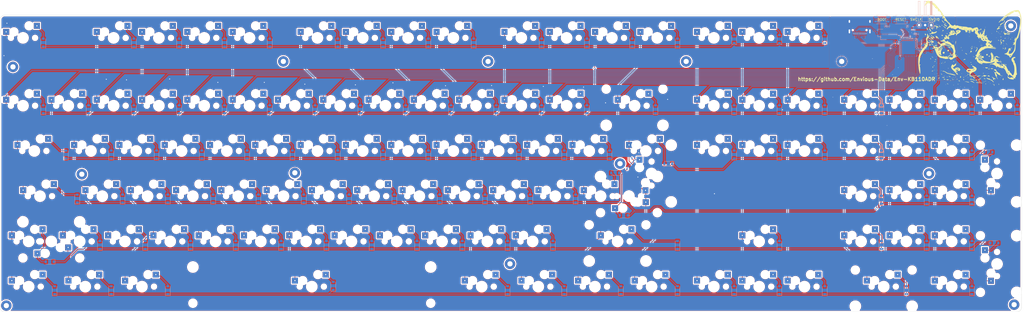
<source format=kicad_pcb>
(kicad_pcb (version 20171130) (host pcbnew "(5.1.10)-1")
  (title_block (date 2021-06-16))
  (layers (0 F.Cu signal) (31 B.Cu signal) (34 B.Paste user) (35 F.Paste user) (36 B.SilkS user) (37 F.SilkS user) (38 B.Mask user) (39 F.Mask user) (44 Edge.Cuts user))
  (net 0 "")
  (net 1 col0)
  (net 2 col1)
  (net 3 col2)
  (net 4 col3)
  (net 5 col4)
  (net 6 col5)
  (net 7 col6)
  (net 8 col7)
  (net 9 col8)
  (net 10 col9)
  (net 11 col10)
  (net 12 col11)
  (net 13 col12)
  (net 14 col13)
  (net 15 col14)
  (net 16 col15)
  (net 17 col16)
  (net 18 col17)
  (net 19 col19)
  (net 20 col20)
  (net 21 col21)
  (net 22 col22)
  (net 23 row1)
  (net 24 row3)
  (net 25 row4)
  (net 26 row5)
  (net 27 row6)
  (net 28 row7)
  (net 29 "Net-(D_12-Pad2)")
  (net 30 "Net-(D_13-Pad2)")
  (net 31 "Net-(D_14-Pad2)")
  (net 32 "Net-(D_15-Pad2)")
  (net 33 "Net-(D_16-Pad2)")
  (net 34 "Net-(D_17-Pad2)")
  (net 35 "Net-(D_18-Pad2)")
  (net 36 "Net-(D_19-Pad2)")
  (net 37 "Net-(D_20-Pad2)")
  (net 38 "Net-(D_21-Pad2)")
  (net 39 "Net-(D_22-Pad2)")
  (net 40 "Net-(D_23-Pad2)")
  (net 41 "Net-(D_24-Pad2)")
  (net 42 "Net-(D_25-Pad2)")
  (net 43 "Net-(D_26-Pad2)")
  (net 44 "Net-(D_27-Pad2)")
  (net 45 "Net-(D_28-Pad2)")
  (net 46 "Net-(D_29-Pad2)")
  (net 47 "Net-(D_30-Pad2)")
  (net 48 "Net-(D_31-Pad2)")
  (net 49 "Net-(D_32-Pad2)")
  (net 50 "Net-(D_33-Pad2)")
  (net 51 "Net-(D_34-Pad2)")
  (net 52 "Net-(D_35-Pad2)")
  (net 53 "Net-(D_36-Pad2)")
  (net 54 "Net-(D_37-Pad2)")
  (net 55 "Net-(D_38-Pad2)")
  (net 56 "Net-(D_39-Pad2)")
  (net 57 "Net-(D_40-Pad2)")
  (net 58 "Net-(D_41-Pad2)")
  (net 59 "Net-(D_42-Pad2)")
  (net 60 "Net-(D_43-Pad2)")
  (net 61 "Net-(D_44-Pad2)")
  (net 62 "Net-(D_45-Pad2)")
  (net 63 "Net-(D_46-Pad2)")
  (net 64 "Net-(D_47-Pad2)")
  (net 65 "Net-(D_48-Pad2)")
  (net 66 "Net-(D_49-Pad2)")
  (net 67 "Net-(D_50-Pad2)")
  (net 68 "Net-(D_51-Pad2)")
  (net 69 "Net-(D_52-Pad2)")
  (net 70 "Net-(D_53-Pad2)")
  (net 71 "Net-(D_54-Pad2)")
  (net 72 "Net-(D_55-Pad2)")
  (net 73 "Net-(D_56-Pad2)")
  (net 74 "Net-(D_57-Pad2)")
  (net 75 "Net-(D_58-Pad2)")
  (net 76 "Net-(D_59-Pad2)")
  (net 77 "Net-(D_60-Pad2)")
  (net 78 "Net-(D_61-Pad2)")
  (net 79 "Net-(D_62-Pad2)")
  (net 80 "Net-(D_63-Pad2)")
  (net 81 "Net-(D_64-Pad2)")
  (net 82 "Net-(D_65-Pad2)")
  (net 83 "Net-(D_66-Pad2)")
  (net 84 "Net-(D_67-Pad2)")
  (net 85 "Net-(D_68-Pad2)")
  (net 86 "Net-(D_69-Pad2)")
  (net 87 "Net-(D_70-Pad2)")
  (net 88 "Net-(D_71-Pad2)")
  (net 89 "Net-(D_72-Pad2)")
  (net 90 "Net-(D_73-Pad2)")
  (net 91 "Net-(D_74-Pad2)")
  (net 92 "Net-(D_75-Pad2)")
  (net 93 "Net-(D_76-Pad2)")
  (net 94 "Net-(D_77-Pad2)")
  (net 95 "Net-(D_78-Pad2)")
  (net 96 "Net-(D_79-Pad2)")
  (net 97 "Net-(D_80-Pad2)")
  (net 98 "Net-(D_81-Pad2)")
  (net 99 "Net-(D_82-Pad2)")
  (net 100 "Net-(D_83-Pad2)")
  (net 101 "Net-(D_84-Pad2)")
  (net 102 "Net-(D_85-Pad2)")
  (net 103 "Net-(D_86-Pad2)")
  (net 104 "Net-(D_87-Pad2)")
  (net 105 "Net-(D_88-Pad2)")
  (net 106 "Net-(D_89-Pad2)")
  (net 107 "Net-(D_90-Pad2)")
  (net 108 "Net-(D_91-Pad2)")
  (net 109 "Net-(D_92-Pad2)")
  (net 110 "Net-(D_93-Pad2)")
  (net 111 "Net-(D_94-Pad2)")
  (net 112 "Net-(D_95-Pad2)")
  (net 113 "Net-(D_96-Pad2)")
  (net 114 "Net-(D_97-Pad2)")
  (net 115 "Net-(D_98-Pad2)")
  (net 116 "Net-(D_99-Pad2)")
  (net 117 "Net-(D_100-Pad2)")
  (net 118 "Net-(D_101-Pad2)")
  (net 119 "Net-(D_102-Pad2)")
  (net 120 "Net-(D_103-Pad2)")
  (net 121 "Net-(D_104-Pad2)")
  (net 122 "Net-(D_105-Pad2)")
  (net 123 "Net-(D_106-Pad2)")
  (net 124 "Net-(D_107-Pad2)")
  (net 125 "Net-(D_108-Pad2)")
  (net 126 "Net-(D_109-Pad2)")
  (net 127 "Net-(D_110-Pad2)")
  (net 128 "Net-(D_111-Pad2)")
  (net 129 "Net-(D_112-Pad2)")
  (net 130 "Net-(D_113-Pad2)")
  (net 131 "Net-(D_114-Pad2)")
  (net 132 "Net-(D_115-Pad2)")
  (net 133 "Net-(D_116-Pad2)")
  (net 134 +3V3)
  (net 135 GND)
  (net 136 VBUS)
  (net 137 D-)
  (net 138 D+)
  (net 139 PA12)
  (net 140 "Net-(R2-Pad2)")
  (net 141 PA11)
  (net 142 "Net-(R5-Pad2)")
  (net 143 boot0)
  (net 144 resetsw)
  (net 145 "Net-(D_ANSI_1-Pad2)")
  (net 146 "Net-(U2-Pad22)")
  (net 147 "Net-(U2-Pad2)")
  (net 148 "Net-(U2-Pad1)")
  (net 149 "Net-(USB1-Pad3)")
  (net 150 "Net-(USB1-Pad9)")
  (net 151 "Net-(C9-Pad1)")
  (net 152 "Net-(C10-Pad1)")
  (net 153 "Net-(U2-Pad46)")
  (net 154 "Net-(U2-Pad45)")
  (net 155 "Net-(U2-Pad43)")
  (module MountingHole:MountingHole_2.2mm_M2_Pad (layer F.Cu) (at 428.125 118.225)
    (fp_text reference H8)
    (fp_text value MountingHole)
    (pad 1 thru_hole circle (at 0 0) (size 4.4 4.4) (drill 2.2) (layers *.Cu *.Mask))
  )
  (module MountingHole:MountingHole_2.2mm_M2_Pad (layer F.Cu) (at 463.91 173.45)
    (fp_text reference H4)
    (fp_text value MountingHole)
    (pad 1 thru_hole circle (at 0 0) (size 4.4 4.4) (drill 2.2) (layers *.Cu *.Mask))
  )
  (module Connector_PinHeader_2.54mm:PinHeader_1x03_P2.54mm_Horizontal (layer B.Cu) (at 429.025 55.7 90)
    (fp_text reference J1)
    (fp_text value Conn_01x03)
    (pad 3 thru_hole oval (at 0 -5.08 90) (size 1.7 1.7) (drill 1) (layers *.Cu *.Mask) (net 14 col13))
    (pad 2 thru_hole oval (at 0 -2.54 90) (size 1.7 1.7) (drill 1) (layers *.Cu *.Mask) (net 135 GND))
    (pad 1 thru_hole rect (at 0 0 90) (size 1.7 1.7) (drill 1) (layers *.Cu *.Mask) (net 28 row7))
  )
  (module MountingHole:MountingHole_2.2mm_M2_Pad (layer F.Cu) (at 242.7 71)
    (fp_text reference H14)
    (fp_text value MountingHole)
    (pad 1 thru_hole circle (at 0 0) (size 4.4 4.4) (drill 2.2) (layers *.Cu *.Mask))
  )
  (module MountingHole:MountingHole_2.2mm_M2_Pad (layer F.Cu) (at 156.6 71)
    (fp_text reference H7)
    (fp_text value MountingHole)
    (pad 1 thru_hole circle (at 0 0) (size 4.4 4.4) (drill 2.2) (layers *.Cu *.Mask))
  )
  (module MountingHole:MountingHole_2.2mm_M2_Pad (layer F.Cu) (at 326 71)
    (fp_text reference H12)
    (fp_text value MountingHole)
    (pad 1 thru_hole circle (at 0 0) (size 4.4 4.4) (drill 2.2) (layers *.Cu *.Mask))
  )
  (module MountingHole:MountingHole_2.2mm_M2_Pad (layer F.Cu) (at 391.4 71)
    (fp_text reference H13)
    (fp_text value MountingHole)
    (pad 1 thru_hole circle (at 0 0) (size 4.4 4.4) (drill 2.2) (layers *.Cu *.Mask))
  )
  (module logo:logo (layer F.Cu) (at 445.36652 63.2086)
    (fp_text reference G*** hide)
    (fp_text value LOGO hide)
  )
  (module MountingHole:MountingHole_2.2mm_M2_Pad (layer F.Cu) (at 251.91 156.25)
    (fp_text reference H5)
    (fp_text value MountingHole)
    (pad 1 thru_hole circle (at 0 0) (size 4.4 4.4) (drill 2.2) (layers *.Cu *.Mask))
  )
  (module MountingHole:MountingHole_2.2mm_M2_Pad (layer F.Cu) (at 462.51 56.02)
    (fp_text reference H2)
    (fp_text value MountingHole)
    (pad 1 thru_hole circle (at 0 0) (size 4.4 4.4) (drill 2.2) (layers *.Cu *.Mask))
  )
  (module MountingHole:MountingHole_2.2mm_M2_Pad (layer F.Cu) (at 40.11 173.85)
    (fp_text reference H3)
    (fp_text value MountingHole)
    (pad 1 thru_hole circle (at 0 0) (size 4.4 4.4) (drill 2.2) (layers *.Cu *.Mask))
  )
  (module MountingHole:MountingHole_2.2mm_M2_Pad (layer F.Cu) (at 42.9 73.3)
    (fp_text reference H1)
    (fp_text value MountingHole)
    (pad 1 thru_hole circle (at 0 0) (size 4.4 4.4) (drill 2.2) (layers *.Cu *.Mask))
  )
  (module MountingHole:MountingHole_2.2mm_M2_Pad (layer F.Cu) (at 298.185 114.05)
    (fp_text reference H6)
    (fp_text value MountingHole)
    (pad 1 thru_hole circle (at 0 0) (size 4.4 4.4) (drill 2.2) (layers *.Cu *.Mask))
  )
  (module MountingHole:MountingHole_2.2mm_M2_Pad (layer F.Cu) (at 71.86 118.5)
    (fp_text reference H10)
    (fp_text value MountingHole)
    (pad 1 thru_hole circle (at 0 0) (size 4.4 4.4) (drill 2.2) (layers *.Cu *.Mask))
  )
  (module MountingHole:MountingHole_2.2mm_M2_Pad (layer F.Cu) (at 161.435 117.9)
    (fp_text reference H9)
    (fp_text value MountingHole)
    (pad 1 thru_hole circle (at 0 0) (size 4.4 4.4) (drill 2.2) (layers *.Cu *.Mask))
  )
  (module Crystal:Crystal_SMD_3225-4Pin_3.2x2.5mm (layer B.Cu) (at 428.1 64.675)
    (fp_text reference Y1)
    (fp_text value "3225_4P 32.768khz")
    (pad 4 smd rect (at -1.1 0.85) (size 1.4 1.2) (layers B.Cu B.Paste B.Mask) (net 135 GND))
    (pad 3 smd rect (at 1.1 0.85) (size 1.4 1.2) (layers B.Cu B.Paste B.Mask) (net 152 "Net-(C10-Pad1)"))
    (pad 2 smd rect (at 1.1 -0.85) (size 1.4 1.2) (layers B.Cu B.Paste B.Mask) (net 135 GND))
    (pad 1 smd rect (at -1.1 -0.85) (size 1.4 1.2) (layers B.Cu B.Paste B.Mask) (net 151 "Net-(C9-Pad1)"))
  )
  (module Type-C:HRO-TYPE-C-31-M-12-Assembly (layer B.Cu) (at 398.95 51.55)
    (fp_text reference USB1)
    (fp_text value HRO-TYPE-C-31-M-12)
    (pad 12 smd rect (at 3.225 7.695) (size 0.6 1.45) (layers B.Cu B.Paste B.Mask) (net 135 GND))
    (pad 1 smd rect (at -3.225 7.695) (size 0.6 1.45) (layers B.Cu B.Paste B.Mask) (net 135 GND))
    (pad 11 smd rect (at 2.45 7.695) (size 0.6 1.45) (layers B.Cu B.Paste B.Mask) (net 136 VBUS))
    (pad 2 smd rect (at -2.45 7.695) (size 0.6 1.45) (layers B.Cu B.Paste B.Mask) (net 136 VBUS))
    (pad 3 smd rect (at -1.75 7.695) (size 0.3 1.45) (layers B.Cu B.Paste B.Mask) (net 149 "Net-(USB1-Pad3)"))
    (pad 10 smd rect (at 1.75 7.695) (size 0.3 1.45) (layers B.Cu B.Paste B.Mask) (net 142 "Net-(R5-Pad2)"))
    (pad 4 smd rect (at -1.25 7.695) (size 0.3 1.45) (layers B.Cu B.Paste B.Mask) (net 140 "Net-(R2-Pad2)"))
    (pad 9 smd rect (at 1.25 7.695) (size 0.3 1.45) (layers B.Cu B.Paste B.Mask) (net 150 "Net-(USB1-Pad9)"))
    (pad 5 smd rect (at -0.75 7.695) (size 0.3 1.45) (layers B.Cu B.Paste B.Mask) (net 137 D-))
    (pad 8 smd rect (at 0.75 7.695) (size 0.3 1.45) (layers B.Cu B.Paste B.Mask) (net 138 D+))
    (pad 7 smd rect (at 0.25 7.695) (size 0.3 1.45) (layers B.Cu B.Paste B.Mask) (net 137 D-))
    (pad 6 smd rect (at -0.25 7.695) (size 0.3 1.45) (layers B.Cu B.Paste B.Mask) (net 138 D+))
    (pad "" np_thru_hole circle (at 2.89 6.25) (size 0.65 0.65) (drill 0.65) (layers *.Cu *.Mask))
    (pad "" np_thru_hole circle (at -2.89 6.25) (size 0.65 0.65) (drill 0.65) (layers *.Cu *.Mask))
    (pad 13 thru_hole oval (at -4.32 6.78) (size 1 2.1) (drill oval 0.6 1.7) (layers *.Cu *.Mask) (net 135 GND))
    (pad 13 thru_hole oval (at 4.32 6.78) (size 1 2.1) (drill oval 0.6 1.7) (layers *.Cu *.Mask) (net 135 GND))
    (pad 13 thru_hole oval (at -4.32 2.6) (size 1 1.6) (drill oval 0.6 1.2) (layers *.Cu *.Mask) (net 135 GND))
    (pad 13 thru_hole oval (at 4.32 2.6) (size 1 1.6) (drill oval 0.6 1.2) (layers *.Cu *.Mask) (net 135 GND))
  )
  (module Package_DFN_QFN:QFN-48-1EP_7x7mm_P0.5mm_EP5.6x5.6mm (layer B.Cu) (at 419.475 65.175 180)
    (fp_text reference U2)
    (fp_text value STM32F411CEUx)
    (pad 49 smd rect (at 0 0 180) (size 5.6 5.6) (layers B.Cu B.Mask) (net 135 GND))
    (pad 48 smd roundrect (at -2.75 3.4375 180) (size 0.25 0.875) (layers B.Cu B.Paste B.Mask) (net 134 +3V3))
    (pad 47 smd roundrect (at -2.25 3.4375 180) (size 0.25 0.875) (layers B.Cu B.Paste B.Mask) (net 135 GND))
    (pad 46 smd roundrect (at -1.75 3.4375 180) (size 0.25 0.875) (layers B.Cu B.Paste B.Mask) (net 153 "Net-(U2-Pad46)"))
    (pad 45 smd roundrect (at -1.25 3.4375 180) (size 0.25 0.875) (layers B.Cu B.Paste B.Mask) (net 154 "Net-(U2-Pad45)"))
    (pad 44 smd roundrect (at -0.75 3.4375 180) (size 0.25 0.875) (layers B.Cu B.Paste B.Mask) (net 143 boot0))
    (pad 43 smd roundrect (at -0.25 3.4375 180) (size 0.25 0.875) (layers B.Cu B.Paste B.Mask) (net 155 "Net-(U2-Pad43)"))
    (pad 42 smd roundrect (at 0.25 3.4375 180) (size 0.25 0.875) (layers B.Cu B.Paste B.Mask) (net 23 row1))
    (pad 41 smd roundrect (at 0.75 3.4375 180) (size 0.25 0.875) (layers B.Cu B.Paste B.Mask) (net 24 row3))
    (pad 40 smd roundrect (at 1.25 3.4375 180) (size 0.25 0.875) (layers B.Cu B.Paste B.Mask) (net 25 row4))
    (pad 39 smd roundrect (at 1.75 3.4375 180) (size 0.25 0.875) (layers B.Cu B.Paste B.Mask) (net 26 row5))
    (pad 38 smd roundrect (at 2.25 3.4375 180) (size 0.25 0.875) (layers B.Cu B.Paste B.Mask) (net 27 row6))
    (pad 37 smd roundrect (at 2.75 3.4375 180) (size 0.25 0.875) (layers B.Cu B.Paste B.Mask) (net 14 col13))
    (pad 36 smd roundrect (at 3.4375 2.75 180) (size 0.875 0.25) (layers B.Cu B.Paste B.Mask) (net 134 +3V3))
    (pad 35 smd roundrect (at 3.4375 2.25 180) (size 0.875 0.25) (layers B.Cu B.Paste B.Mask) (net 135 GND))
    (pad 34 smd roundrect (at 3.4375 1.75 180) (size 0.875 0.25) (layers B.Cu B.Paste B.Mask) (net 28 row7))
    (pad 33 smd roundrect (at 3.4375 1.25 180) (size 0.875 0.25) (layers B.Cu B.Paste B.Mask) (net 139 PA12))
    (pad 32 smd roundrect (at 3.4375 0.75 180) (size 0.875 0.25) (layers B.Cu B.Paste B.Mask) (net 141 PA11))
    (pad 31 smd roundrect (at 3.4375 0.25 180) (size 0.875 0.25) (layers B.Cu B.Paste B.Mask) (net 1 col0))
    (pad 30 smd roundrect (at 3.4375 -0.25 180) (size 0.875 0.25) (layers B.Cu B.Paste B.Mask) (net 2 col1))
    (pad 29 smd roundrect (at 3.4375 -0.75 180) (size 0.875 0.25) (layers B.Cu B.Paste B.Mask) (net 3 col2))
    (pad 28 smd roundrect (at 3.4375 -1.25 180) (size 0.875 0.25) (layers B.Cu B.Paste B.Mask) (net 4 col3))
    (pad 27 smd roundrect (at 3.4375 -1.75 180) (size 0.875 0.25) (layers B.Cu B.Paste B.Mask) (net 5 col4))
    (pad 26 smd roundrect (at 3.4375 -2.25 180) (size 0.875 0.25) (layers B.Cu B.Paste B.Mask) (net 6 col5))
    (pad 25 smd roundrect (at 3.4375 -2.75 180) (size 0.875 0.25) (layers B.Cu B.Paste B.Mask) (net 7 col6))
    (pad 24 smd roundrect (at 2.75 -3.4375 180) (size 0.25 0.875) (layers B.Cu B.Paste B.Mask) (net 134 +3V3))
    (pad 23 smd roundrect (at 2.25 -3.4375 180) (size 0.25 0.875) (layers B.Cu B.Paste B.Mask) (net 135 GND))
    (pad 22 smd roundrect (at 1.75 -3.4375 180) (size 0.25 0.875) (layers B.Cu B.Paste B.Mask) (net 146 "Net-(U2-Pad22)"))
    (pad 21 smd roundrect (at 1.25 -3.4375 180) (size 0.25 0.875) (layers B.Cu B.Paste B.Mask) (net 8 col7))
    (pad 20 smd roundrect (at 0.75 -3.4375 180) (size 0.25 0.875) (layers B.Cu B.Paste B.Mask) (net 9 col8))
    (pad 19 smd roundrect (at 0.25 -3.4375 180) (size 0.25 0.875) (layers B.Cu B.Paste B.Mask) (net 10 col9))
    (pad 18 smd roundrect (at -0.25 -3.4375 180) (size 0.25 0.875) (layers B.Cu B.Paste B.Mask) (net 11 col10))
    (pad 17 smd roundrect (at -0.75 -3.4375 180) (size 0.25 0.875) (layers B.Cu B.Paste B.Mask) (net 12 col11))
    (pad 16 smd roundrect (at -1.25 -3.4375 180) (size 0.25 0.875) (layers B.Cu B.Paste B.Mask) (net 13 col12))
    (pad 15 smd roundrect (at -1.75 -3.4375 180) (size 0.25 0.875) (layers B.Cu B.Paste B.Mask) (net 15 col14))
    (pad 14 smd roundrect (at -2.25 -3.4375 180) (size 0.25 0.875) (layers B.Cu B.Paste B.Mask) (net 16 col15))
    (pad 13 smd roundrect (at -2.75 -3.4375 180) (size 0.25 0.875) (layers B.Cu B.Paste B.Mask) (net 17 col16))
    (pad 12 smd roundrect (at -3.4375 -2.75 180) (size 0.875 0.25) (layers B.Cu B.Paste B.Mask) (net 18 col17))
    (pad 11 smd roundrect (at -3.4375 -2.25 180) (size 0.875 0.25) (layers B.Cu B.Paste B.Mask) (net 19 col19))
    (pad 10 smd roundrect (at -3.4375 -1.75 180) (size 0.875 0.25) (layers B.Cu B.Paste B.Mask) (net 20 col20))
    (pad 9 smd roundrect (at -3.4375 -1.25 180) (size 0.875 0.25) (layers B.Cu B.Paste B.Mask) (net 134 +3V3))
    (pad 8 smd roundrect (at -3.4375 -0.75 180) (size 0.875 0.25) (layers B.Cu B.Paste B.Mask) (net 135 GND))
    (pad 7 smd roundrect (at -3.4375 -0.25 180) (size 0.875 0.25) (layers B.Cu B.Paste B.Mask) (net 144 resetsw))
    (pad 6 smd roundrect (at -3.4375 0.25 180) (size 0.875 0.25) (layers B.Cu B.Paste B.Mask) (net 152 "Net-(C10-Pad1)"))
    (pad 5 smd roundrect (at -3.4375 0.75 180) (size 0.875 0.25) (layers B.Cu B.Paste B.Mask) (net 151 "Net-(C9-Pad1)"))
    (pad 4 smd roundrect (at -3.4375 1.25 180) (size 0.875 0.25) (layers B.Cu B.Paste B.Mask) (net 21 col21))
    (pad 3 smd roundrect (at -3.4375 1.75 180) (size 0.875 0.25) (layers B.Cu B.Paste B.Mask) (net 22 col22))
    (pad 2 smd roundrect (at -3.4375 2.25 180) (size 0.875 0.25) (layers B.Cu B.Paste B.Mask) (net 147 "Net-(U2-Pad2)"))
    (pad 1 smd roundrect (at -3.4375 2.75 180) (size 0.875 0.25) (layers B.Cu B.Paste B.Mask) (net 148 "Net-(U2-Pad1)"))
  )
  (module Package_TO_SOT_SMD:SOT-23 (layer B.Cu) (at 407.325 59.025 180)
    (fp_text reference U1)
    (fp_text value XC6206PxxxMR)
    (pad 3 smd rect (at 1 0 180) (size 0.9 0.8) (layers B.Cu B.Paste B.Mask) (net 136 VBUS))
    (pad 2 smd rect (at -1 -0.95 180) (size 0.9 0.8) (layers B.Cu B.Paste B.Mask) (net 134 +3V3))
    (pad 1 smd rect (at -1 0.95 180) (size 0.9 0.8) (layers B.Cu B.Paste B.Mask) (net 135 GND))
  )
  (module Button_Switch_SMD:Panasonic_EVQPUJ_EVQPUA (layer B.Cu) (at 416.25 53.35 180)
    (fp_text reference SW2)
    (fp_text value "Reset Switch")
    (pad 1 smd rect (at 2.625 0.85) (size 1.55 1) (layers B.Cu B.Paste B.Mask) (net 135 GND))
    (pad 1 smd rect (at -2.625 0.85) (size 1.55 1) (layers B.Cu B.Paste B.Mask) (net 135 GND))
    (pad 2 smd rect (at -2.625 -0.85) (size 1.55 1) (layers B.Cu B.Paste B.Mask) (net 144 resetsw))
    (pad 2 smd rect (at 2.625 -0.85) (size 1.55 1) (layers B.Cu B.Paste B.Mask) (net 144 resetsw))
  )
  (module Button_Switch_SMD:Panasonic_EVQPUJ_EVQPUA (layer B.Cu) (at 408.32 53.35 180)
    (fp_text reference SW1)
    (fp_text value "Boot Mode")
    (pad 1 smd rect (at 2.625 0.85) (size 1.55 1) (layers B.Cu B.Paste B.Mask) (net 134 +3V3))
    (pad 1 smd rect (at -2.625 0.85) (size 1.55 1) (layers B.Cu B.Paste B.Mask) (net 134 +3V3))
    (pad 2 smd rect (at -2.625 -0.85) (size 1.55 1) (layers B.Cu B.Paste B.Mask) (net 143 boot0))
    (pad 2 smd rect (at 2.625 -0.85) (size 1.55 1) (layers B.Cu B.Paste B.Mask) (net 143 boot0))
  )
  (module Resistor_SMD:R_0402_1005Metric (layer B.Cu) (at 422.67 59.42)
    (fp_text reference R7)
    (fp_text value "10K 0402")
    (pad 2 smd roundrect (at 0.51 0) (size 0.54 0.64) (layers B.Cu B.Paste B.Mask) (net 134 +3V3))
    (pad 1 smd roundrect (at -0.51 0) (size 0.54 0.64) (layers B.Cu B.Paste B.Mask) (net 144 resetsw))
  )
  (module Resistor_SMD:R_0402_1005Metric (layer B.Cu) (at 410.946 56.581 270)
    (fp_text reference R6)
    (fp_text value "100k 0402")
    (pad 2 smd roundrect (at 0.51 0 270) (size 0.54 0.64) (layers B.Cu B.Paste B.Mask) (net 135 GND))
    (pad 1 smd roundrect (at -0.51 0 270) (size 0.54 0.64) (layers B.Cu B.Paste B.Mask) (net 143 boot0))
  )
  (module Resistor_SMD:R_0402_1005Metric (layer B.Cu) (at 401.225 60.7 180)
    (fp_text reference R5)
    (fp_text value "5.1K 0402")
    (pad 2 smd roundrect (at 0.51 0 180) (size 0.54 0.64) (layers B.Cu B.Paste B.Mask) (net 142 "Net-(R5-Pad2)"))
    (pad 1 smd roundrect (at -0.51 0 180) (size 0.54 0.64) (layers B.Cu B.Paste B.Mask) (net 135 GND))
  )
  (module Resistor_SMD:R_0402_1005Metric (layer B.Cu) (at 413.925 64.7 180)
    (fp_text reference R4)
    (fp_text value 22ohm)
    (pad 2 smd roundrect (at 0.51 0 180) (size 0.54 0.64) (layers B.Cu B.Paste B.Mask) (net 137 D-))
    (pad 1 smd roundrect (at -0.51 0 180) (size 0.54 0.64) (layers B.Cu B.Paste B.Mask) (net 141 PA11))
  )
  (module Resistor_SMD:R_0402_1005Metric (layer B.Cu) (at 413.925 63.65 180)
    (fp_text reference R3)
    (fp_text value 22ohm)
    (pad 2 smd roundrect (at 0.51 0 180) (size 0.54 0.64) (layers B.Cu B.Paste B.Mask) (net 138 D+))
    (pad 1 smd roundrect (at -0.51 0 180) (size 0.54 0.64) (layers B.Cu B.Paste B.Mask) (net 139 PA12))
  )
  (module Resistor_SMD:R_0402_1005Metric (layer B.Cu) (at 396.975 60.725)
    (fp_text reference R2)
    (fp_text value "5.1K 0402")
    (pad 2 smd roundrect (at 0.51 0) (size 0.54 0.64) (layers B.Cu B.Paste B.Mask) (net 140 "Net-(R2-Pad2)"))
    (pad 1 smd roundrect (at -0.51 0) (size 0.54 0.64) (layers B.Cu B.Paste B.Mask) (net 135 GND))
  )
  (module Resistor_SMD:R_0402_1005Metric (layer B.Cu) (at 413.925 62.6)
    (fp_text reference R1)
    (fp_text value "1.5K 0402")
    (pad 2 smd roundrect (at 0.51 0) (size 0.54 0.64) (layers B.Cu B.Paste B.Mask) (net 139 PA12))
    (pad 1 smd roundrect (at -0.51 0) (size 0.54 0.64) (layers B.Cu B.Paste B.Mask) (net 134 +3V3))
  )
  (module Capacitor_SMD:C_0402_1005Metric (layer B.Cu) (at 429.7 66.925)
    (fp_text reference C10)
    (fp_text value "0402 22pF")
    (pad 2 smd roundrect (at 0.48 0) (size 0.56 0.62) (layers B.Cu B.Paste B.Mask) (net 135 GND))
    (pad 1 smd roundrect (at -0.48 0) (size 0.56 0.62) (layers B.Cu B.Paste B.Mask) (net 152 "Net-(C10-Pad1)"))
  )
  (module Capacitor_SMD:C_0402_1005Metric (layer B.Cu) (at 427.475 62.425)
    (fp_text reference C9)
    (fp_text value "0402 22pF")
    (pad 2 smd roundrect (at 0.48 0) (size 0.56 0.62) (layers B.Cu B.Paste B.Mask) (net 135 GND))
    (pad 1 smd roundrect (at -0.48 0) (size 0.56 0.62) (layers B.Cu B.Paste B.Mask) (net 151 "Net-(C9-Pad1)"))
  )
  (module Capacitor_SMD:C_0402_1005Metric (layer B.Cu) (at 419.37 56.15)
    (fp_text reference C8)
    (fp_text value "100nf 0402")
    (pad 2 smd roundrect (at 0.48 0) (size 0.56 0.62) (layers B.Cu B.Paste B.Mask) (net 135 GND))
    (pad 1 smd roundrect (at -0.48 0) (size 0.56 0.62) (layers B.Cu B.Paste B.Mask) (net 144 resetsw))
  )
  (module Capacitor_SMD:C_0402_1005Metric (layer B.Cu) (at 409.87 56.58 270)
    (fp_text reference C7)
    (fp_text value "100nf 0402")
    (pad 2 smd roundrect (at 0.48 0 270) (size 0.56 0.62) (layers B.Cu B.Paste B.Mask) (net 135 GND))
    (pad 1 smd roundrect (at -0.48 0 270) (size 0.56 0.62) (layers B.Cu B.Paste B.Mask) (net 143 boot0))
  )
  (module Capacitor_SMD:C_0402_1005Metric (layer B.Cu) (at 407.825 61.375)
    (fp_text reference C6)
    (fp_text value "1uf capacitor")
    (pad 2 smd roundrect (at 0.48 0) (size 0.56 0.62) (layers B.Cu B.Paste B.Mask) (net 134 +3V3))
    (pad 1 smd roundrect (at -0.48 0) (size 0.56 0.62) (layers B.Cu B.Paste B.Mask) (net 135 GND))
  )
  (module Capacitor_SMD:C_0402_1005Metric (layer B.Cu) (at 405.05 58.3 90)
    (fp_text reference C5)
    (fp_text value "1uf capacitor")
    (pad 2 smd roundrect (at 0.48 0 90) (size 0.56 0.62) (layers B.Cu B.Paste B.Mask) (net 136 VBUS))
    (pad 1 smd roundrect (at -0.48 0 90) (size 0.56 0.62) (layers B.Cu B.Paste B.Mask) (net 135 GND))
  )
  (module Capacitor_SMD:C_0402_1005Metric (layer B.Cu) (at 416.26 69.81 180)
    (fp_text reference C4)
    (fp_text value "100nf capacitor")
    (pad 2 smd roundrect (at 0.48 0 180) (size 0.56 0.62) (layers B.Cu B.Paste B.Mask) (net 134 +3V3))
    (pad 1 smd roundrect (at -0.48 0 180) (size 0.56 0.62) (layers B.Cu B.Paste B.Mask) (net 135 GND))
  )
  (module Capacitor_SMD:C_0402_1005Metric (layer B.Cu) (at 426.87 67.17 180)
    (fp_text reference C3)
    (fp_text value "100nf capacitor")
    (pad 2 smd roundrect (at 0.48 0 180) (size 0.56 0.62) (layers B.Cu B.Paste B.Mask) (net 134 +3V3))
    (pad 1 smd roundrect (at -0.48 0 180) (size 0.56 0.62) (layers B.Cu B.Paste B.Mask) (net 135 GND))
  )
  (module Capacitor_SMD:C_0402_1005Metric (layer B.Cu) (at 422.67 60.51)
    (fp_text reference C2)
    (fp_text value "100nf capacitor")
    (pad 2 smd roundrect (at 0.48 0) (size 0.56 0.62) (layers B.Cu B.Paste B.Mask) (net 134 +3V3))
    (pad 1 smd roundrect (at -0.48 0) (size 0.56 0.62) (layers B.Cu B.Paste B.Mask) (net 135 GND))
  )
  (module Capacitor_SMD:C_0402_1005Metric (layer B.Cu) (at 415.79 60.03 90)
    (fp_text reference C1)
    (fp_text value "100nf capacitor")
    (pad 2 smd roundrect (at 0.48 0 90) (size 0.56 0.62) (layers B.Cu B.Paste B.Mask) (net 135 GND))
    (pad 1 smd roundrect (at -0.48 0 90) (size 0.56 0.62) (layers B.Cu B.Paste B.Mask) (net 134 +3V3))
  )
  (module MX_Only:MXOnly-1U-Hotswap (layer F.Cu) (at 418.6 89.65)
    (fp_text reference K_46)
    (fp_text value KEYSW)
    (pad 2 thru_hole rect (at 5.842 -5.08) (size 2.55 2.5) (drill 0.5) (layers *.Cu B.Paste B.Mask) (net 63 "Net-(D_46-Pad2)"))
    (pad 1 thru_hole rect (at -7.085 -2.54) (size 2.55 2.5) (drill 0.5) (layers *.Cu B.Paste B.Mask) (net 20 col20))
    (pad "" np_thru_hole circle (at 5.08 0 48.0996) (size 1.75 1.75) (drill 1.75) (layers *.Cu *.Mask))
    (pad "" np_thru_hole circle (at -5.08 0 48.0996) (size 1.75 1.75) (drill 1.75) (layers *.Cu *.Mask))
    (pad "" np_thru_hole circle (at -3.81 -2.54) (size 3 3) (drill 3) (layers *.Cu *.Mask))
    (pad "" np_thru_hole circle (at 0 0) (size 3.9878 3.9878) (drill 3.9878) (layers *.Cu *.Mask))
    (pad "" np_thru_hole circle (at 2.54 -5.08) (size 3 3) (drill 3) (layers *.Cu *.Mask))
  )
  (module MX_Only:MXOnly-1U-Hotswap (layer F.Cu) (at 375.7375 61.075)
    (fp_text reference K_27)
    (fp_text value KEYSW)
    (pad 2 thru_hole rect (at 5.842 -5.08) (size 2.55 2.5) (drill 0.5) (layers *.Cu B.Paste B.Mask) (net 44 "Net-(D_27-Pad2)"))
    (pad 1 thru_hole rect (at -7.085 -2.54) (size 2.55 2.5) (drill 0.5) (layers *.Cu B.Paste B.Mask) (net 18 col17))
    (pad "" np_thru_hole circle (at 5.08 0 48.0996) (size 1.75 1.75) (drill 1.75) (layers *.Cu *.Mask))
    (pad "" np_thru_hole circle (at -5.08 0 48.0996) (size 1.75 1.75) (drill 1.75) (layers *.Cu *.Mask))
    (pad "" np_thru_hole circle (at -3.81 -2.54) (size 3 3) (drill 3) (layers *.Cu *.Mask))
    (pad "" np_thru_hole circle (at 0 0) (size 3.9878 3.9878) (drill 3.9878) (layers *.Cu *.Mask))
    (pad "" np_thru_hole circle (at 2.54 -5.08) (size 3 3) (drill 3) (layers *.Cu *.Mask))
  )
  (module MX_Only:MXOnly-1U-Hotswap (layer F.Cu) (at 399.55 89.65)
    (fp_text reference K_45)
    (fp_text value KEYSW)
    (pad 2 thru_hole rect (at 5.842 -5.08) (size 2.55 2.5) (drill 0.5) (layers *.Cu B.Paste B.Mask) (net 62 "Net-(D_45-Pad2)"))
    (pad 1 thru_hole rect (at -7.085 -2.54) (size 2.55 2.5) (drill 0.5) (layers *.Cu B.Paste B.Mask) (net 19 col19))
    (pad "" np_thru_hole circle (at 5.08 0 48.0996) (size 1.75 1.75) (drill 1.75) (layers *.Cu *.Mask))
    (pad "" np_thru_hole circle (at -5.08 0 48.0996) (size 1.75 1.75) (drill 1.75) (layers *.Cu *.Mask))
    (pad "" np_thru_hole circle (at -3.81 -2.54) (size 3 3) (drill 3) (layers *.Cu *.Mask))
    (pad "" np_thru_hole circle (at 0 0) (size 3.9878 3.9878) (drill 3.9878) (layers *.Cu *.Mask))
    (pad "" np_thru_hole circle (at 2.54 -5.08) (size 3 3) (drill 3) (layers *.Cu *.Mask))
  )
  (module MX_Only:MXOnly-1U-Hotswap (layer F.Cu) (at 418.6 108.7)
    (fp_text reference K_67)
    (fp_text value KEYSW)
    (pad 2 thru_hole rect (at 5.842 -5.08) (size 2.55 2.5) (drill 0.5) (layers *.Cu B.Paste B.Mask) (net 84 "Net-(D_67-Pad2)"))
    (pad 1 thru_hole rect (at -7.085 -2.54) (size 2.55 2.5) (drill 0.5) (layers *.Cu B.Paste B.Mask) (net 20 col20))
    (pad "" np_thru_hole circle (at 5.08 0 48.0996) (size 1.75 1.75) (drill 1.75) (layers *.Cu *.Mask))
    (pad "" np_thru_hole circle (at -5.08 0 48.0996) (size 1.75 1.75) (drill 1.75) (layers *.Cu *.Mask))
    (pad "" np_thru_hole circle (at -3.81 -2.54) (size 3 3) (drill 3) (layers *.Cu *.Mask))
    (pad "" np_thru_hole circle (at 0 0) (size 3.9878 3.9878) (drill 3.9878) (layers *.Cu *.Mask))
    (pad "" np_thru_hole circle (at 2.54 -5.08) (size 3 3) (drill 3) (layers *.Cu *.Mask))
  )
  (module MX_Only:MXOnly-1U-Hotswap (layer F.Cu) (at 85.225 61.08)
    (fp_text reference K_13)
    (fp_text value KEYSW)
    (pad 2 thru_hole rect (at 5.842 -5.08) (size 2.55 2.5) (drill 0.5) (layers *.Cu B.Paste B.Mask) (net 30 "Net-(D_13-Pad2)"))
    (pad 1 thru_hole rect (at -7.085 -2.54) (size 2.55 2.5) (drill 0.5) (layers *.Cu B.Paste B.Mask) (net 3 col2))
    (pad "" np_thru_hole circle (at 5.08 0 48.0996) (size 1.75 1.75) (drill 1.75) (layers *.Cu *.Mask))
    (pad "" np_thru_hole circle (at -5.08 0 48.0996) (size 1.75 1.75) (drill 1.75) (layers *.Cu *.Mask))
    (pad "" np_thru_hole circle (at -3.81 -2.54) (size 3 3) (drill 3) (layers *.Cu *.Mask))
    (pad "" np_thru_hole circle (at 0 0) (size 3.9878 3.9878) (drill 3.9878) (layers *.Cu *.Mask))
    (pad "" np_thru_hole circle (at 2.54 -5.08) (size 3 3) (drill 3) (layers *.Cu *.Mask))
  )
  (module MX_Only:MXOnly-1.5U-Hotswap (layer F.Cu) (at 309.06 108.7)
    (fp_text reference K_ANSI_3)
    (fp_text value KEYSW)
    (pad 2 thru_hole rect (at 5.842 -5.08) (size 2.55 2.5) (drill 0.5) (layers *.Cu B.Paste B.Mask) (net 145 "Net-(D_ANSI_1-Pad2)"))
    (pad 1 thru_hole rect (at -7.085 -2.54) (size 2.55 2.5) (drill 0.5) (layers *.Cu B.Paste B.Mask) (net 15 col14))
    (pad "" np_thru_hole circle (at 5.08 0 48.0996) (size 1.75 1.75) (drill 1.75) (layers *.Cu *.Mask))
    (pad "" np_thru_hole circle (at -5.08 0 48.0996) (size 1.75 1.75) (drill 1.75) (layers *.Cu *.Mask))
    (pad "" np_thru_hole circle (at -3.81 -2.54) (size 3 3) (drill 3) (layers *.Cu *.Mask))
    (pad "" np_thru_hole circle (at 0 0) (size 3.9878 3.9878) (drill 3.9878) (layers *.Cu *.Mask))
    (pad "" np_thru_hole circle (at 2.54 -5.08) (size 3 3) (drill 3) (layers *.Cu *.Mask))
  )
  (module MX_Only:MXOnly-2.25U-Hotswap (layer F.Cu) (at 301.925 127.725 180)
    (fp_text reference K_ANSI_2)
    (fp_text value KEYSW)
    (pad "" np_thru_hole circle (at -11.938 8.255 180) (size 3.9878 3.9878) (drill 3.9878) (layers *.Cu *.Mask))
    (pad "" np_thru_hole circle (at 11.938 8.255 180) (size 3.9878 3.9878) (drill 3.9878) (layers *.Cu *.Mask))
    (pad "" np_thru_hole circle (at -11.938 -6.985 180) (size 3.048 3.048) (drill 3.048) (layers *.Cu *.Mask))
    (pad "" np_thru_hole circle (at 11.938 -6.985 180) (size 3.048 3.048) (drill 3.048) (layers *.Cu *.Mask))
    (pad 2 thru_hole rect (at 5.842 -5.08 180) (size 2.55 2.5) (drill 0.5) (layers *.Cu B.Paste B.Mask) (net 79 "Net-(D_62-Pad2)"))
    (pad 1 thru_hole rect (at -7.085 -2.54 180) (size 2.55 2.5) (drill 0.5) (layers *.Cu B.Paste B.Mask) (net 15 col14))
    (pad "" np_thru_hole circle (at 5.08 0 228.0996) (size 1.75 1.75) (drill 1.75) (layers *.Cu *.Mask))
    (pad "" np_thru_hole circle (at -5.08 0 228.0996) (size 1.75 1.75) (drill 1.75) (layers *.Cu *.Mask))
    (pad "" np_thru_hole circle (at -3.81 -2.54 180) (size 3 3) (drill 3) (layers *.Cu *.Mask))
    (pad "" np_thru_hole circle (at 0 0 180) (size 3.9878 3.9878) (drill 3.9878) (layers *.Cu *.Mask))
    (pad "" np_thru_hole circle (at 2.54 -5.08 180) (size 3 3) (drill 3) (layers *.Cu *.Mask))
  )
  (module MX_Only:MXOnly-2.25U-Hotswap (layer F.Cu) (at 59.03 146.805 180)
    (fp_text reference K_ANSI_1)
    (fp_text value KEYSW)
    (pad "" np_thru_hole circle (at -11.938 8.255 180) (size 3.9878 3.9878) (drill 3.9878) (layers *.Cu *.Mask))
    (pad "" np_thru_hole circle (at 11.938 8.255 180) (size 3.9878 3.9878) (drill 3.9878) (layers *.Cu *.Mask))
    (pad "" np_thru_hole circle (at -11.938 -6.985 180) (size 3.048 3.048) (drill 3.048) (layers *.Cu *.Mask))
    (pad "" np_thru_hole circle (at 11.938 -6.985 180) (size 3.048 3.048) (drill 3.048) (layers *.Cu *.Mask))
    (pad 2 thru_hole rect (at 5.842 -5.08 180) (size 2.55 2.5) (drill 0.5) (layers *.Cu B.Paste B.Mask) (net 103 "Net-(D_86-Pad2)"))
    (pad 1 thru_hole rect (at -7.085 -2.54 180) (size 2.55 2.5) (drill 0.5) (layers *.Cu B.Paste B.Mask) (net 1 col0))
    (pad "" np_thru_hole circle (at 5.08 0 228.0996) (size 1.75 1.75) (drill 1.75) (layers *.Cu *.Mask))
    (pad "" np_thru_hole circle (at -5.08 0 228.0996) (size 1.75 1.75) (drill 1.75) (layers *.Cu *.Mask))
    (pad "" np_thru_hole circle (at -3.81 -2.54 180) (size 3 3) (drill 3) (layers *.Cu *.Mask))
    (pad "" np_thru_hole circle (at 0 0 180) (size 3.9878 3.9878) (drill 3.9878) (layers *.Cu *.Mask))
    (pad "" np_thru_hole circle (at 2.54 -5.08 180) (size 3 3) (drill 3) (layers *.Cu *.Mask))
  )
  (module Diode_SMD:D_SOD-123 (layer B.Cu) (at 318.475 114.075 180)
    (fp_text reference D_ANSI_1)
    (fp_text value SOD-123)
    (pad 2 smd rect (at 1.65 0 180) (size 0.9 1.2) (layers B.Cu B.Paste B.Mask) (net 145 "Net-(D_ANSI_1-Pad2)"))
    (pad 1 smd rect (at -1.65 0 180) (size 0.9 1.2) (layers B.Cu B.Paste B.Mask) (net 25 row4))
  )
  (module MX_Only:MXOnly-2U-Hotswap (layer F.Cu) (at 456.72 156.32 90)
    (fp_text reference K_103)
    (fp_text value KEYSW)
    (pad "" np_thru_hole circle (at -11.938 8.255 90) (size 3.9878 3.9878) (drill 3.9878) (layers *.Cu *.Mask))
    (pad "" np_thru_hole circle (at 11.938 8.255 90) (size 3.9878 3.9878) (drill 3.9878) (layers *.Cu *.Mask))
    (pad "" np_thru_hole circle (at -11.938 -6.985 90) (size 3.048 3.048) (drill 3.048) (layers *.Cu *.Mask))
    (pad "" np_thru_hole circle (at 11.938 -6.985 90) (size 3.048 3.048) (drill 3.048) (layers *.Cu *.Mask))
    (pad 2 thru_hole rect (at 5.842 -5.08 90) (size 2.55 2.5) (drill 0.5) (layers *.Cu B.Paste B.Mask) (net 120 "Net-(D_103-Pad2)"))
    (pad 1 thru_hole rect (at -7.085 -2.54 90) (size 2.55 2.5) (drill 0.5) (layers *.Cu B.Paste B.Mask) (net 22 col22))
    (pad "" np_thru_hole circle (at 5.08 0 138.0996) (size 1.75 1.75) (drill 1.75) (layers *.Cu *.Mask))
    (pad "" np_thru_hole circle (at -5.08 0 138.0996) (size 1.75 1.75) (drill 1.75) (layers *.Cu *.Mask))
    (pad "" np_thru_hole circle (at -3.81 -2.54 90) (size 3 3) (drill 3) (layers *.Cu *.Mask))
    (pad "" np_thru_hole circle (at 0 0 90) (size 3.9878 3.9878) (drill 3.9878) (layers *.Cu *.Mask))
    (pad "" np_thru_hole circle (at 2.54 -5.08 90) (size 3 3) (drill 3) (layers *.Cu *.Mask))
  )
  (module MX_Only:MXOnly-2U-Hotswap (layer F.Cu) (at 456.7 118.2 90)
    (fp_text reference K_69)
    (fp_text value KEYSW)
    (pad "" np_thru_hole circle (at -11.938 8.255 90) (size 3.9878 3.9878) (drill 3.9878) (layers *.Cu *.Mask))
    (pad "" np_thru_hole circle (at 11.938 8.255 90) (size 3.9878 3.9878) (drill 3.9878) (layers *.Cu *.Mask))
    (pad "" np_thru_hole circle (at -11.938 -6.985 90) (size 3.048 3.048) (drill 3.048) (layers *.Cu *.Mask))
    (pad "" np_thru_hole circle (at 11.938 -6.985 90) (size 3.048 3.048) (drill 3.048) (layers *.Cu *.Mask))
    (pad 2 thru_hole rect (at 5.842 -5.08 90) (size 2.55 2.5) (drill 0.5) (layers *.Cu B.Paste B.Mask) (net 86 "Net-(D_69-Pad2)"))
    (pad 1 thru_hole rect (at -7.085 -2.54 90) (size 2.55 2.5) (drill 0.5) (layers *.Cu B.Paste B.Mask) (net 22 col22))
    (pad "" np_thru_hole circle (at 5.08 0 138.0996) (size 1.75 1.75) (drill 1.75) (layers *.Cu *.Mask))
    (pad "" np_thru_hole circle (at -5.08 0 138.0996) (size 1.75 1.75) (drill 1.75) (layers *.Cu *.Mask))
    (pad "" np_thru_hole circle (at -3.81 -2.54 90) (size 3 3) (drill 3) (layers *.Cu *.Mask))
    (pad "" np_thru_hole circle (at 0 0 90) (size 3.9878 3.9878) (drill 3.9878) (layers *.Cu *.Mask))
    (pad "" np_thru_hole circle (at 2.54 -5.08 90) (size 3 3) (drill 3) (layers *.Cu *.Mask))
  )
  (module MX_Only:MXOnly-2U-Hotswap (layer F.Cu) (at 311.44 118.22 90)
    (fp_text reference K_62)
    (fp_text value KEYSW)
    (pad "" np_thru_hole circle (at -11.938 8.255 90) (size 3.9878 3.9878) (drill 3.9878) (layers *.Cu *.Mask))
    (pad "" np_thru_hole circle (at 11.938 8.255 90) (size 3.9878 3.9878) (drill 3.9878) (layers *.Cu *.Mask))
    (pad "" np_thru_hole circle (at -11.938 -6.985 90) (size 3.048 3.048) (drill 3.048) (layers *.Cu *.Mask))
    (pad "" np_thru_hole circle (at 11.938 -6.985 90) (size 3.048 3.048) (drill 3.048) (layers *.Cu *.Mask))
    (pad 2 thru_hole rect (at 5.842 -5.08 90) (size 2.55 2.5) (drill 0.5) (layers *.Cu B.Paste B.Mask) (net 79 "Net-(D_62-Pad2)"))
    (pad 1 thru_hole rect (at -7.085 -2.54 90) (size 2.55 2.5) (drill 0.5) (layers *.Cu B.Paste B.Mask) (net 15 col14))
    (pad "" np_thru_hole circle (at 5.08 0 138.0996) (size 1.75 1.75) (drill 1.75) (layers *.Cu *.Mask))
    (pad "" np_thru_hole circle (at -5.08 0 138.0996) (size 1.75 1.75) (drill 1.75) (layers *.Cu *.Mask))
    (pad "" np_thru_hole circle (at -3.81 -2.54 90) (size 3 3) (drill 3) (layers *.Cu *.Mask))
    (pad "" np_thru_hole circle (at 0 0 90) (size 3.9878 3.9878) (drill 3.9878) (layers *.Cu *.Mask))
    (pad "" np_thru_hole circle (at 2.54 -5.08 90) (size 3 3) (drill 3) (layers *.Cu *.Mask))
  )
  (module MX_Only:MXOnly-1U-Hotswap (layer F.Cu) (at 437.65 165.85)
    (fp_text reference K_116)
    (fp_text value KEYSW)
    (pad 2 thru_hole rect (at 5.842 -5.08) (size 2.55 2.5) (drill 0.5) (layers *.Cu B.Paste B.Mask) (net 133 "Net-(D_116-Pad2)"))
    (pad 1 thru_hole rect (at -7.085 -2.54) (size 2.55 2.5) (drill 0.5) (layers *.Cu B.Paste B.Mask) (net 21 col21))
    (pad "" np_thru_hole circle (at 5.08 0 48.0996) (size 1.75 1.75) (drill 1.75) (layers *.Cu *.Mask))
    (pad "" np_thru_hole circle (at -5.08 0 48.0996) (size 1.75 1.75) (drill 1.75) (layers *.Cu *.Mask))
    (pad "" np_thru_hole circle (at -3.81 -2.54) (size 3 3) (drill 3) (layers *.Cu *.Mask))
    (pad "" np_thru_hole circle (at 0 0) (size 3.9878 3.9878) (drill 3.9878) (layers *.Cu *.Mask))
    (pad "" np_thru_hole circle (at 2.54 -5.08) (size 3 3) (drill 3) (layers *.Cu *.Mask))
  )
  (module MX_Only:MXOnly-2U-Hotswap (layer F.Cu) (at 409.075 165.85)
    (fp_text reference K_115)
    (fp_text value KEYSW)
    (pad "" np_thru_hole circle (at -11.938 8.255) (size 3.9878 3.9878) (drill 3.9878) (layers *.Cu *.Mask))
    (pad "" np_thru_hole circle (at 11.938 8.255) (size 3.9878 3.9878) (drill 3.9878) (layers *.Cu *.Mask))
    (pad "" np_thru_hole circle (at -11.938 -6.985) (size 3.048 3.048) (drill 3.048) (layers *.Cu *.Mask))
    (pad "" np_thru_hole circle (at 11.938 -6.985) (size 3.048 3.048) (drill 3.048) (layers *.Cu *.Mask))
    (pad 2 thru_hole rect (at 5.842 -5.08) (size 2.55 2.5) (drill 0.5) (layers *.Cu B.Paste B.Mask) (net 132 "Net-(D_115-Pad2)"))
    (pad 1 thru_hole rect (at -7.085 -2.54) (size 2.55 2.5) (drill 0.5) (layers *.Cu B.Paste B.Mask) (net 19 col19))
    (pad "" np_thru_hole circle (at 5.08 0 48.0996) (size 1.75 1.75) (drill 1.75) (layers *.Cu *.Mask))
    (pad "" np_thru_hole circle (at -5.08 0 48.0996) (size 1.75 1.75) (drill 1.75) (layers *.Cu *.Mask))
    (pad "" np_thru_hole circle (at -3.81 -2.54) (size 3 3) (drill 3) (layers *.Cu *.Mask))
    (pad "" np_thru_hole circle (at 0 0) (size 3.9878 3.9878) (drill 3.9878) (layers *.Cu *.Mask))
    (pad "" np_thru_hole circle (at 2.54 -5.08) (size 3 3) (drill 3) (layers *.Cu *.Mask))
  )
  (module MX_Only:MXOnly-1U-Hotswap (layer F.Cu) (at 375.7375 165.85)
    (fp_text reference K_114)
    (fp_text value KEYSW)
    (pad 2 thru_hole rect (at 5.842 -5.08) (size 2.55 2.5) (drill 0.5) (layers *.Cu B.Paste B.Mask) (net 131 "Net-(D_114-Pad2)"))
    (pad 1 thru_hole rect (at -7.085 -2.54) (size 2.55 2.5) (drill 0.5) (layers *.Cu B.Paste B.Mask) (net 18 col17))
    (pad "" np_thru_hole circle (at 5.08 0 48.0996) (size 1.75 1.75) (drill 1.75) (layers *.Cu *.Mask))
    (pad "" np_thru_hole circle (at -5.08 0 48.0996) (size 1.75 1.75) (drill 1.75) (layers *.Cu *.Mask))
    (pad "" np_thru_hole circle (at -3.81 -2.54) (size 3 3) (drill 3) (layers *.Cu *.Mask))
    (pad "" np_thru_hole circle (at 0 0) (size 3.9878 3.9878) (drill 3.9878) (layers *.Cu *.Mask))
    (pad "" np_thru_hole circle (at 2.54 -5.08) (size 3 3) (drill 3) (layers *.Cu *.Mask))
  )
  (module MX_Only:MXOnly-1U-Hotswap (layer F.Cu) (at 356.6875 165.85)
    (fp_text reference K_113)
    (fp_text value KEYSW)
    (pad 2 thru_hole rect (at 5.842 -5.08) (size 2.55 2.5) (drill 0.5) (layers *.Cu B.Paste B.Mask) (net 130 "Net-(D_113-Pad2)"))
    (pad 1 thru_hole rect (at -7.085 -2.54) (size 2.55 2.5) (drill 0.5) (layers *.Cu B.Paste B.Mask) (net 17 col16))
    (pad "" np_thru_hole circle (at 5.08 0 48.0996) (size 1.75 1.75) (drill 1.75) (layers *.Cu *.Mask))
    (pad "" np_thru_hole circle (at -5.08 0 48.0996) (size 1.75 1.75) (drill 1.75) (layers *.Cu *.Mask))
    (pad "" np_thru_hole circle (at -3.81 -2.54) (size 3 3) (drill 3) (layers *.Cu *.Mask))
    (pad "" np_thru_hole circle (at 0 0) (size 3.9878 3.9878) (drill 3.9878) (layers *.Cu *.Mask))
    (pad "" np_thru_hole circle (at 2.54 -5.08) (size 3 3) (drill 3) (layers *.Cu *.Mask))
  )
  (module MX_Only:MXOnly-1U-Hotswap (layer F.Cu) (at 337.6375 165.85)
    (fp_text reference K_112)
    (fp_text value KEYSW)
    (pad 2 thru_hole rect (at 5.842 -5.08) (size 2.55 2.5) (drill 0.5) (layers *.Cu B.Paste B.Mask) (net 129 "Net-(D_112-Pad2)"))
    (pad 1 thru_hole rect (at -7.085 -2.54) (size 2.55 2.5) (drill 0.5) (layers *.Cu B.Paste B.Mask) (net 16 col15))
    (pad "" np_thru_hole circle (at 5.08 0 48.0996) (size 1.75 1.75) (drill 1.75) (layers *.Cu *.Mask))
    (pad "" np_thru_hole circle (at -5.08 0 48.0996) (size 1.75 1.75) (drill 1.75) (layers *.Cu *.Mask))
    (pad "" np_thru_hole circle (at -3.81 -2.54) (size 3 3) (drill 3) (layers *.Cu *.Mask))
    (pad "" np_thru_hole circle (at 0 0) (size 3.9878 3.9878) (drill 3.9878) (layers *.Cu *.Mask))
    (pad "" np_thru_hole circle (at 2.54 -5.08) (size 3 3) (drill 3) (layers *.Cu *.Mask))
  )
  (module MX_Only:MXOnly-1.25U-Hotswap (layer F.Cu) (at 311.44375 165.85)
    (fp_text reference K_111)
    (fp_text value KEYSW)
    (pad 2 thru_hole rect (at 5.842 -5.08) (size 2.55 2.5) (drill 0.5) (layers *.Cu B.Paste B.Mask) (net 128 "Net-(D_111-Pad2)"))
    (pad 1 thru_hole rect (at -7.085 -2.54) (size 2.55 2.5) (drill 0.5) (layers *.Cu B.Paste B.Mask) (net 15 col14))
    (pad "" np_thru_hole circle (at 5.08 0 48.0996) (size 1.75 1.75) (drill 1.75) (layers *.Cu *.Mask))
    (pad "" np_thru_hole circle (at -5.08 0 48.0996) (size 1.75 1.75) (drill 1.75) (layers *.Cu *.Mask))
    (pad "" np_thru_hole circle (at -3.81 -2.54) (size 3 3) (drill 3) (layers *.Cu *.Mask))
    (pad "" np_thru_hole circle (at 0 0) (size 3.9878 3.9878) (drill 3.9878) (layers *.Cu *.Mask))
    (pad "" np_thru_hole circle (at 2.54 -5.08) (size 3 3) (drill 3) (layers *.Cu *.Mask))
  )
  (module MX_Only:MXOnly-1.25U-Hotswap (layer F.Cu) (at 287.63125 165.85)
    (fp_text reference K_110)
    (fp_text value KEYSW)
    (pad 2 thru_hole rect (at 5.842 -5.08) (size 2.55 2.5) (drill 0.5) (layers *.Cu B.Paste B.Mask) (net 127 "Net-(D_110-Pad2)"))
    (pad 1 thru_hole rect (at -7.085 -2.54) (size 2.55 2.5) (drill 0.5) (layers *.Cu B.Paste B.Mask) (net 28 row7))
    (pad "" np_thru_hole circle (at 5.08 0 48.0996) (size 1.75 1.75) (drill 1.75) (layers *.Cu *.Mask))
    (pad "" np_thru_hole circle (at -5.08 0 48.0996) (size 1.75 1.75) (drill 1.75) (layers *.Cu *.Mask))
    (pad "" np_thru_hole circle (at -3.81 -2.54) (size 3 3) (drill 3) (layers *.Cu *.Mask))
    (pad "" np_thru_hole circle (at 0 0) (size 3.9878 3.9878) (drill 3.9878) (layers *.Cu *.Mask))
    (pad "" np_thru_hole circle (at 2.54 -5.08) (size 3 3) (drill 3) (layers *.Cu *.Mask))
  )
  (module MX_Only:MXOnly-1.25U-Hotswap (layer F.Cu) (at 263.81875 165.85)
    (fp_text reference K_109)
    (fp_text value KEYSW)
    (pad 2 thru_hole rect (at 5.842 -5.08) (size 2.55 2.5) (drill 0.5) (layers *.Cu B.Paste B.Mask) (net 126 "Net-(D_109-Pad2)"))
    (pad 1 thru_hole rect (at -7.085 -2.54) (size 2.55 2.5) (drill 0.5) (layers *.Cu B.Paste B.Mask) (net 12 col11))
    (pad "" np_thru_hole circle (at 5.08 0 48.0996) (size 1.75 1.75) (drill 1.75) (layers *.Cu *.Mask))
    (pad "" np_thru_hole circle (at -5.08 0 48.0996) (size 1.75 1.75) (drill 1.75) (layers *.Cu *.Mask))
    (pad "" np_thru_hole circle (at -3.81 -2.54) (size 3 3) (drill 3) (layers *.Cu *.Mask))
    (pad "" np_thru_hole circle (at 0 0) (size 3.9878 3.9878) (drill 3.9878) (layers *.Cu *.Mask))
    (pad "" np_thru_hole circle (at 2.54 -5.08) (size 3 3) (drill 3) (layers *.Cu *.Mask))
  )
  (module MX_Only:MXOnly-1.25U-Hotswap (layer F.Cu) (at 240.00625 165.85)
    (fp_text reference K_108)
    (fp_text value KEYSW)
    (pad 2 thru_hole rect (at 5.842 -5.08) (size 2.55 2.5) (drill 0.5) (layers *.Cu B.Paste B.Mask) (net 125 "Net-(D_108-Pad2)"))
    (pad 1 thru_hole rect (at -7.085 -2.54) (size 2.55 2.5) (drill 0.5) (layers *.Cu B.Paste B.Mask) (net 11 col10))
    (pad "" np_thru_hole circle (at 5.08 0 48.0996) (size 1.75 1.75) (drill 1.75) (layers *.Cu *.Mask))
    (pad "" np_thru_hole circle (at -5.08 0 48.0996) (size 1.75 1.75) (drill 1.75) (layers *.Cu *.Mask))
    (pad "" np_thru_hole circle (at -3.81 -2.54) (size 3 3) (drill 3) (layers *.Cu *.Mask))
    (pad "" np_thru_hole circle (at 0 0) (size 3.9878 3.9878) (drill 3.9878) (layers *.Cu *.Mask))
    (pad "" np_thru_hole circle (at 2.54 -5.08) (size 3 3) (drill 3) (layers *.Cu *.Mask))
  )
  (module MX_Only:MXOnly-6.25U-Hotswap-ReversedStabilizers (layer F.Cu) (at 168.56875 165.85)
    (fp_text reference K_107)
    (fp_text value KEYSW)
    (pad "" np_thru_hole circle (at -49.9999 -8.255) (size 3.9878 3.9878) (drill 3.9878) (layers *.Cu *.Mask))
    (pad "" np_thru_hole circle (at 49.9999 -8.255) (size 3.9878 3.9878) (drill 3.9878) (layers *.Cu *.Mask))
    (pad "" np_thru_hole circle (at -49.9999 6.985) (size 3.048 3.048) (drill 3.048) (layers *.Cu *.Mask))
    (pad "" np_thru_hole circle (at 49.9999 6.985) (size 3.048 3.048) (drill 3.048) (layers *.Cu *.Mask))
    (pad 2 thru_hole rect (at 5.842 -5.08) (size 2.55 2.5) (drill 0.5) (layers *.Cu B.Paste B.Mask) (net 124 "Net-(D_107-Pad2)"))
    (pad 1 thru_hole rect (at -7.085 -2.54) (size 2.55 2.5) (drill 0.5) (layers *.Cu B.Paste B.Mask) (net 7 col6))
    (pad "" np_thru_hole circle (at 5.08 0 48.0996) (size 1.75 1.75) (drill 1.75) (layers *.Cu *.Mask))
    (pad "" np_thru_hole circle (at -5.08 0 48.0996) (size 1.75 1.75) (drill 1.75) (layers *.Cu *.Mask))
    (pad "" np_thru_hole circle (at -3.81 -2.54) (size 3 3) (drill 3) (layers *.Cu *.Mask))
    (pad "" np_thru_hole circle (at 0 0) (size 3.9878 3.9878) (drill 3.9878) (layers *.Cu *.Mask))
    (pad "" np_thru_hole circle (at 2.54 -5.08) (size 3 3) (drill 3) (layers *.Cu *.Mask))
  )
  (module MX_Only:MXOnly-1.25U-Hotswap (layer F.Cu) (at 97.13125 165.85)
    (fp_text reference K_106)
    (fp_text value KEYSW)
    (pad 2 thru_hole rect (at 5.842 -5.08) (size 2.55 2.5) (drill 0.5) (layers *.Cu B.Paste B.Mask) (net 123 "Net-(D_106-Pad2)"))
    (pad 1 thru_hole rect (at -7.085 -2.54) (size 2.55 2.5) (drill 0.5) (layers *.Cu B.Paste B.Mask) (net 4 col3))
    (pad "" np_thru_hole circle (at 5.08 0 48.0996) (size 1.75 1.75) (drill 1.75) (layers *.Cu *.Mask))
    (pad "" np_thru_hole circle (at -5.08 0 48.0996) (size 1.75 1.75) (drill 1.75) (layers *.Cu *.Mask))
    (pad "" np_thru_hole circle (at -3.81 -2.54) (size 3 3) (drill 3) (layers *.Cu *.Mask))
    (pad "" np_thru_hole circle (at 0 0) (size 3.9878 3.9878) (drill 3.9878) (layers *.Cu *.Mask))
    (pad "" np_thru_hole circle (at 2.54 -5.08) (size 3 3) (drill 3) (layers *.Cu *.Mask))
  )
  (module MX_Only:MXOnly-1.25U-Hotswap (layer F.Cu) (at 73.31875 165.85)
    (fp_text reference K_105)
    (fp_text value KEYSW)
    (pad 2 thru_hole rect (at 5.842 -5.08) (size 2.55 2.5) (drill 0.5) (layers *.Cu B.Paste B.Mask) (net 122 "Net-(D_105-Pad2)"))
    (pad 1 thru_hole rect (at -7.085 -2.54) (size 2.55 2.5) (drill 0.5) (layers *.Cu B.Paste B.Mask) (net 2 col1))
    (pad "" np_thru_hole circle (at 5.08 0 48.0996) (size 1.75 1.75) (drill 1.75) (layers *.Cu *.Mask))
    (pad "" np_thru_hole circle (at -5.08 0 48.0996) (size 1.75 1.75) (drill 1.75) (layers *.Cu *.Mask))
    (pad "" np_thru_hole circle (at -3.81 -2.54) (size 3 3) (drill 3) (layers *.Cu *.Mask))
    (pad "" np_thru_hole circle (at 0 0) (size 3.9878 3.9878) (drill 3.9878) (layers *.Cu *.Mask))
    (pad "" np_thru_hole circle (at 2.54 -5.08) (size 3 3) (drill 3) (layers *.Cu *.Mask))
  )
  (module MX_Only:MXOnly-1.25U-Hotswap (layer F.Cu) (at 49.50625 165.85)
    (fp_text reference K_104)
    (fp_text value KEYSW)
    (pad 2 thru_hole rect (at 5.842 -5.08) (size 2.55 2.5) (drill 0.5) (layers *.Cu B.Paste B.Mask) (net 121 "Net-(D_104-Pad2)"))
    (pad 1 thru_hole rect (at -7.085 -2.54) (size 2.55 2.5) (drill 0.5) (layers *.Cu B.Paste B.Mask) (net 1 col0))
    (pad "" np_thru_hole circle (at 5.08 0 48.0996) (size 1.75 1.75) (drill 1.75) (layers *.Cu *.Mask))
    (pad "" np_thru_hole circle (at -5.08 0 48.0996) (size 1.75 1.75) (drill 1.75) (layers *.Cu *.Mask))
    (pad "" np_thru_hole circle (at -3.81 -2.54) (size 3 3) (drill 3) (layers *.Cu *.Mask))
    (pad "" np_thru_hole circle (at 0 0) (size 3.9878 3.9878) (drill 3.9878) (layers *.Cu *.Mask))
    (pad "" np_thru_hole circle (at 2.54 -5.08) (size 3 3) (drill 3) (layers *.Cu *.Mask))
  )
  (module MX_Only:MXOnly-1U-Hotswap (layer F.Cu) (at 437.65 146.8)
    (fp_text reference K_102)
    (fp_text value KEYSW)
    (pad 2 thru_hole rect (at 5.842 -5.08) (size 2.55 2.5) (drill 0.5) (layers *.Cu B.Paste B.Mask) (net 119 "Net-(D_102-Pad2)"))
    (pad 1 thru_hole rect (at -7.085 -2.54) (size 2.55 2.5) (drill 0.5) (layers *.Cu B.Paste B.Mask) (net 21 col21))
    (pad "" np_thru_hole circle (at 5.08 0 48.0996) (size 1.75 1.75) (drill 1.75) (layers *.Cu *.Mask))
    (pad "" np_thru_hole circle (at -5.08 0 48.0996) (size 1.75 1.75) (drill 1.75) (layers *.Cu *.Mask))
    (pad "" np_thru_hole circle (at -3.81 -2.54) (size 3 3) (drill 3) (layers *.Cu *.Mask))
    (pad "" np_thru_hole circle (at 0 0) (size 3.9878 3.9878) (drill 3.9878) (layers *.Cu *.Mask))
    (pad "" np_thru_hole circle (at 2.54 -5.08) (size 3 3) (drill 3) (layers *.Cu *.Mask))
  )
  (module MX_Only:MXOnly-1U-Hotswap (layer F.Cu) (at 418.6 146.8)
    (fp_text reference K_101)
    (fp_text value KEYSW)
    (pad 2 thru_hole rect (at 5.842 -5.08) (size 2.55 2.5) (drill 0.5) (layers *.Cu B.Paste B.Mask) (net 118 "Net-(D_101-Pad2)"))
    (pad 1 thru_hole rect (at -7.085 -2.54) (size 2.55 2.5) (drill 0.5) (layers *.Cu B.Paste B.Mask) (net 20 col20))
    (pad "" np_thru_hole circle (at 5.08 0 48.0996) (size 1.75 1.75) (drill 1.75) (layers *.Cu *.Mask))
    (pad "" np_thru_hole circle (at -5.08 0 48.0996) (size 1.75 1.75) (drill 1.75) (layers *.Cu *.Mask))
    (pad "" np_thru_hole circle (at -3.81 -2.54) (size 3 3) (drill 3) (layers *.Cu *.Mask))
    (pad "" np_thru_hole circle (at 0 0) (size 3.9878 3.9878) (drill 3.9878) (layers *.Cu *.Mask))
    (pad "" np_thru_hole circle (at 2.54 -5.08) (size 3 3) (drill 3) (layers *.Cu *.Mask))
  )
  (module MX_Only:MXOnly-1U-Hotswap (layer F.Cu) (at 399.55 146.8)
    (fp_text reference K_100)
    (fp_text value KEYSW)
    (pad 2 thru_hole rect (at 5.842 -5.08) (size 2.55 2.5) (drill 0.5) (layers *.Cu B.Paste B.Mask) (net 117 "Net-(D_100-Pad2)"))
    (pad 1 thru_hole rect (at -7.085 -2.54) (size 2.55 2.5) (drill 0.5) (layers *.Cu B.Paste B.Mask) (net 19 col19))
    (pad "" np_thru_hole circle (at 5.08 0 48.0996) (size 1.75 1.75) (drill 1.75) (layers *.Cu *.Mask))
    (pad "" np_thru_hole circle (at -5.08 0 48.0996) (size 1.75 1.75) (drill 1.75) (layers *.Cu *.Mask))
    (pad "" np_thru_hole circle (at -3.81 -2.54) (size 3 3) (drill 3) (layers *.Cu *.Mask))
    (pad "" np_thru_hole circle (at 0 0) (size 3.9878 3.9878) (drill 3.9878) (layers *.Cu *.Mask))
    (pad "" np_thru_hole circle (at 2.54 -5.08) (size 3 3) (drill 3) (layers *.Cu *.Mask))
  )
  (module MX_Only:MXOnly-1U-Hotswap (layer F.Cu) (at 356.6875 146.8)
    (fp_text reference K_99)
    (fp_text value KEYSW)
    (pad 2 thru_hole rect (at 5.842 -5.08) (size 2.55 2.5) (drill 0.5) (layers *.Cu B.Paste B.Mask) (net 116 "Net-(D_99-Pad2)"))
    (pad 1 thru_hole rect (at -7.085 -2.54) (size 2.55 2.5) (drill 0.5) (layers *.Cu B.Paste B.Mask) (net 17 col16))
    (pad "" np_thru_hole circle (at 5.08 0 48.0996) (size 1.75 1.75) (drill 1.75) (layers *.Cu *.Mask))
    (pad "" np_thru_hole circle (at -5.08 0 48.0996) (size 1.75 1.75) (drill 1.75) (layers *.Cu *.Mask))
    (pad "" np_thru_hole circle (at -3.81 -2.54) (size 3 3) (drill 3) (layers *.Cu *.Mask))
    (pad "" np_thru_hole circle (at 0 0) (size 3.9878 3.9878) (drill 3.9878) (layers *.Cu *.Mask))
    (pad "" np_thru_hole circle (at 2.54 -5.08) (size 3 3) (drill 3) (layers *.Cu *.Mask))
  )
  (module MX_Only:MXOnly-2.75U-Hotswap (layer F.Cu) (at 297.15625 146.8)
    (fp_text reference K_98)
    (fp_text value KEYSW)
    (pad "" np_thru_hole circle (at -11.938 8.255) (size 3.9878 3.9878) (drill 3.9878) (layers *.Cu *.Mask))
    (pad "" np_thru_hole circle (at 11.938 8.255) (size 3.9878 3.9878) (drill 3.9878) (layers *.Cu *.Mask))
    (pad "" np_thru_hole circle (at -11.938 -6.985) (size 3.048 3.048) (drill 3.048) (layers *.Cu *.Mask))
    (pad "" np_thru_hole circle (at 11.938 -6.985) (size 3.048 3.048) (drill 3.048) (layers *.Cu *.Mask))
    (pad 2 thru_hole rect (at 5.842 -5.08) (size 2.55 2.5) (drill 0.5) (layers *.Cu B.Paste B.Mask) (net 115 "Net-(D_98-Pad2)"))
    (pad 1 thru_hole rect (at -7.085 -2.54) (size 2.55 2.5) (drill 0.5) (layers *.Cu B.Paste B.Mask) (net 28 row7))
    (pad "" np_thru_hole circle (at 5.08 0 48.0996) (size 1.75 1.75) (drill 1.75) (layers *.Cu *.Mask))
    (pad "" np_thru_hole circle (at -5.08 0 48.0996) (size 1.75 1.75) (drill 1.75) (layers *.Cu *.Mask))
    (pad "" np_thru_hole circle (at -3.81 -2.54) (size 3 3) (drill 3) (layers *.Cu *.Mask))
    (pad "" np_thru_hole circle (at 0 0) (size 3.9878 3.9878) (drill 3.9878) (layers *.Cu *.Mask))
    (pad "" np_thru_hole circle (at 2.54 -5.08) (size 3 3) (drill 3) (layers *.Cu *.Mask))
  )
  (module MX_Only:MXOnly-1U-Hotswap (layer F.Cu) (at 261.4375 146.8)
    (fp_text reference K_97)
    (fp_text value KEYSW)
    (pad 2 thru_hole rect (at 5.842 -5.08) (size 2.55 2.5) (drill 0.5) (layers *.Cu B.Paste B.Mask) (net 114 "Net-(D_97-Pad2)"))
    (pad 1 thru_hole rect (at -7.085 -2.54) (size 2.55 2.5) (drill 0.5) (layers *.Cu B.Paste B.Mask) (net 12 col11))
    (pad "" np_thru_hole circle (at 5.08 0 48.0996) (size 1.75 1.75) (drill 1.75) (layers *.Cu *.Mask))
    (pad "" np_thru_hole circle (at -5.08 0 48.0996) (size 1.75 1.75) (drill 1.75) (layers *.Cu *.Mask))
    (pad "" np_thru_hole circle (at -3.81 -2.54) (size 3 3) (drill 3) (layers *.Cu *.Mask))
    (pad "" np_thru_hole circle (at 0 0) (size 3.9878 3.9878) (drill 3.9878) (layers *.Cu *.Mask))
    (pad "" np_thru_hole circle (at 2.54 -5.08) (size 3 3) (drill 3) (layers *.Cu *.Mask))
  )
  (module MX_Only:MXOnly-1U-Hotswap (layer F.Cu) (at 242.3875 146.8)
    (fp_text reference K_96)
    (fp_text value KEYSW)
    (pad 2 thru_hole rect (at 5.842 -5.08) (size 2.55 2.5) (drill 0.5) (layers *.Cu B.Paste B.Mask) (net 113 "Net-(D_96-Pad2)"))
    (pad 1 thru_hole rect (at -7.085 -2.54) (size 2.55 2.5) (drill 0.5) (layers *.Cu B.Paste B.Mask) (net 11 col10))
    (pad "" np_thru_hole circle (at 5.08 0 48.0996) (size 1.75 1.75) (drill 1.75) (layers *.Cu *.Mask))
    (pad "" np_thru_hole circle (at -5.08 0 48.0996) (size 1.75 1.75) (drill 1.75) (layers *.Cu *.Mask))
    (pad "" np_thru_hole circle (at -3.81 -2.54) (size 3 3) (drill 3) (layers *.Cu *.Mask))
    (pad "" np_thru_hole circle (at 0 0) (size 3.9878 3.9878) (drill 3.9878) (layers *.Cu *.Mask))
    (pad "" np_thru_hole circle (at 2.54 -5.08) (size 3 3) (drill 3) (layers *.Cu *.Mask))
  )
  (module MX_Only:MXOnly-1U-Hotswap (layer F.Cu) (at 223.3375 146.8)
    (fp_text reference K_95)
    (fp_text value KEYSW)
    (pad 2 thru_hole rect (at 5.842 -5.08) (size 2.55 2.5) (drill 0.5) (layers *.Cu B.Paste B.Mask) (net 112 "Net-(D_95-Pad2)"))
    (pad 1 thru_hole rect (at -7.085 -2.54) (size 2.55 2.5) (drill 0.5) (layers *.Cu B.Paste B.Mask) (net 10 col9))
    (pad "" np_thru_hole circle (at 5.08 0 48.0996) (size 1.75 1.75) (drill 1.75) (layers *.Cu *.Mask))
    (pad "" np_thru_hole circle (at -5.08 0 48.0996) (size 1.75 1.75) (drill 1.75) (layers *.Cu *.Mask))
    (pad "" np_thru_hole circle (at -3.81 -2.54) (size 3 3) (drill 3) (layers *.Cu *.Mask))
    (pad "" np_thru_hole circle (at 0 0) (size 3.9878 3.9878) (drill 3.9878) (layers *.Cu *.Mask))
    (pad "" np_thru_hole circle (at 2.54 -5.08) (size 3 3) (drill 3) (layers *.Cu *.Mask))
  )
  (module MX_Only:MXOnly-1U-Hotswap (layer F.Cu) (at 204.2875 146.8)
    (fp_text reference K_94)
    (fp_text value KEYSW)
    (pad 2 thru_hole rect (at 5.842 -5.08) (size 2.55 2.5) (drill 0.5) (layers *.Cu B.Paste B.Mask) (net 111 "Net-(D_94-Pad2)"))
    (pad 1 thru_hole rect (at -7.085 -2.54) (size 2.55 2.5) (drill 0.5) (layers *.Cu B.Paste B.Mask) (net 9 col8))
    (pad "" np_thru_hole circle (at 5.08 0 48.0996) (size 1.75 1.75) (drill 1.75) (layers *.Cu *.Mask))
    (pad "" np_thru_hole circle (at -5.08 0 48.0996) (size 1.75 1.75) (drill 1.75) (layers *.Cu *.Mask))
    (pad "" np_thru_hole circle (at -3.81 -2.54) (size 3 3) (drill 3) (layers *.Cu *.Mask))
    (pad "" np_thru_hole circle (at 0 0) (size 3.9878 3.9878) (drill 3.9878) (layers *.Cu *.Mask))
    (pad "" np_thru_hole circle (at 2.54 -5.08) (size 3 3) (drill 3) (layers *.Cu *.Mask))
  )
  (module MX_Only:MXOnly-1U-Hotswap (layer F.Cu) (at 185.2375 146.8)
    (fp_text reference K_93)
    (fp_text value KEYSW)
    (pad 2 thru_hole rect (at 5.842 -5.08) (size 2.55 2.5) (drill 0.5) (layers *.Cu B.Paste B.Mask) (net 110 "Net-(D_93-Pad2)"))
    (pad 1 thru_hole rect (at -7.085 -2.54) (size 2.55 2.5) (drill 0.5) (layers *.Cu B.Paste B.Mask) (net 8 col7))
    (pad "" np_thru_hole circle (at 5.08 0 48.0996) (size 1.75 1.75) (drill 1.75) (layers *.Cu *.Mask))
    (pad "" np_thru_hole circle (at -5.08 0 48.0996) (size 1.75 1.75) (drill 1.75) (layers *.Cu *.Mask))
    (pad "" np_thru_hole circle (at -3.81 -2.54) (size 3 3) (drill 3) (layers *.Cu *.Mask))
    (pad "" np_thru_hole circle (at 0 0) (size 3.9878 3.9878) (drill 3.9878) (layers *.Cu *.Mask))
    (pad "" np_thru_hole circle (at 2.54 -5.08) (size 3 3) (drill 3) (layers *.Cu *.Mask))
  )
  (module MX_Only:MXOnly-1U-Hotswap (layer F.Cu) (at 166.1875 146.8)
    (fp_text reference K_92)
    (fp_text value KEYSW)
    (pad 2 thru_hole rect (at 5.842 -5.08) (size 2.55 2.5) (drill 0.5) (layers *.Cu B.Paste B.Mask) (net 109 "Net-(D_92-Pad2)"))
    (pad 1 thru_hole rect (at -7.085 -2.54) (size 2.55 2.5) (drill 0.5) (layers *.Cu B.Paste B.Mask) (net 7 col6))
    (pad "" np_thru_hole circle (at 5.08 0 48.0996) (size 1.75 1.75) (drill 1.75) (layers *.Cu *.Mask))
    (pad "" np_thru_hole circle (at -5.08 0 48.0996) (size 1.75 1.75) (drill 1.75) (layers *.Cu *.Mask))
    (pad "" np_thru_hole circle (at -3.81 -2.54) (size 3 3) (drill 3) (layers *.Cu *.Mask))
    (pad "" np_thru_hole circle (at 0 0) (size 3.9878 3.9878) (drill 3.9878) (layers *.Cu *.Mask))
    (pad "" np_thru_hole circle (at 2.54 -5.08) (size 3 3) (drill 3) (layers *.Cu *.Mask))
  )
  (module MX_Only:MXOnly-1U-Hotswap (layer F.Cu) (at 147.1375 146.8)
    (fp_text reference K_91)
    (fp_text value KEYSW)
    (pad 2 thru_hole rect (at 5.842 -5.08) (size 2.55 2.5) (drill 0.5) (layers *.Cu B.Paste B.Mask) (net 108 "Net-(D_91-Pad2)"))
    (pad 1 thru_hole rect (at -7.085 -2.54) (size 2.55 2.5) (drill 0.5) (layers *.Cu B.Paste B.Mask) (net 6 col5))
    (pad "" np_thru_hole circle (at 5.08 0 48.0996) (size 1.75 1.75) (drill 1.75) (layers *.Cu *.Mask))
    (pad "" np_thru_hole circle (at -5.08 0 48.0996) (size 1.75 1.75) (drill 1.75) (layers *.Cu *.Mask))
    (pad "" np_thru_hole circle (at -3.81 -2.54) (size 3 3) (drill 3) (layers *.Cu *.Mask))
    (pad "" np_thru_hole circle (at 0 0) (size 3.9878 3.9878) (drill 3.9878) (layers *.Cu *.Mask))
    (pad "" np_thru_hole circle (at 2.54 -5.08) (size 3 3) (drill 3) (layers *.Cu *.Mask))
  )
  (module MX_Only:MXOnly-1U-Hotswap (layer F.Cu) (at 128.0875 146.8)
    (fp_text reference K_90)
    (fp_text value KEYSW)
    (pad 2 thru_hole rect (at 5.842 -5.08) (size 2.55 2.5) (drill 0.5) (layers *.Cu B.Paste B.Mask) (net 107 "Net-(D_90-Pad2)"))
    (pad 1 thru_hole rect (at -7.085 -2.54) (size 2.55 2.5) (drill 0.5) (layers *.Cu B.Paste B.Mask) (net 5 col4))
    (pad "" np_thru_hole circle (at 5.08 0 48.0996) (size 1.75 1.75) (drill 1.75) (layers *.Cu *.Mask))
    (pad "" np_thru_hole circle (at -5.08 0 48.0996) (size 1.75 1.75) (drill 1.75) (layers *.Cu *.Mask))
    (pad "" np_thru_hole circle (at -3.81 -2.54) (size 3 3) (drill 3) (layers *.Cu *.Mask))
    (pad "" np_thru_hole circle (at 0 0) (size 3.9878 3.9878) (drill 3.9878) (layers *.Cu *.Mask))
    (pad "" np_thru_hole circle (at 2.54 -5.08) (size 3 3) (drill 3) (layers *.Cu *.Mask))
  )
  (module MX_Only:MXOnly-1U-Hotswap (layer F.Cu) (at 109.0375 146.8)
    (fp_text reference K_89)
    (fp_text value KEYSW)
    (pad 2 thru_hole rect (at 5.842 -5.08) (size 2.55 2.5) (drill 0.5) (layers *.Cu B.Paste B.Mask) (net 106 "Net-(D_89-Pad2)"))
    (pad 1 thru_hole rect (at -7.085 -2.54) (size 2.55 2.5) (drill 0.5) (layers *.Cu B.Paste B.Mask) (net 4 col3))
    (pad "" np_thru_hole circle (at 5.08 0 48.0996) (size 1.75 1.75) (drill 1.75) (layers *.Cu *.Mask))
    (pad "" np_thru_hole circle (at -5.08 0 48.0996) (size 1.75 1.75) (drill 1.75) (layers *.Cu *.Mask))
    (pad "" np_thru_hole circle (at -3.81 -2.54) (size 3 3) (drill 3) (layers *.Cu *.Mask))
    (pad "" np_thru_hole circle (at 0 0) (size 3.9878 3.9878) (drill 3.9878) (layers *.Cu *.Mask))
    (pad "" np_thru_hole circle (at 2.54 -5.08) (size 3 3) (drill 3) (layers *.Cu *.Mask))
  )
  (module MX_Only:MXOnly-1U-Hotswap (layer F.Cu) (at 89.9875 146.8)
    (fp_text reference K_88)
    (fp_text value KEYSW)
    (pad 2 thru_hole rect (at 5.842 -5.08) (size 2.55 2.5) (drill 0.5) (layers *.Cu B.Paste B.Mask) (net 105 "Net-(D_88-Pad2)"))
    (pad 1 thru_hole rect (at -7.085 -2.54) (size 2.55 2.5) (drill 0.5) (layers *.Cu B.Paste B.Mask) (net 3 col2))
    (pad "" np_thru_hole circle (at 5.08 0 48.0996) (size 1.75 1.75) (drill 1.75) (layers *.Cu *.Mask))
    (pad "" np_thru_hole circle (at -5.08 0 48.0996) (size 1.75 1.75) (drill 1.75) (layers *.Cu *.Mask))
    (pad "" np_thru_hole circle (at -3.81 -2.54) (size 3 3) (drill 3) (layers *.Cu *.Mask))
    (pad "" np_thru_hole circle (at 0 0) (size 3.9878 3.9878) (drill 3.9878) (layers *.Cu *.Mask))
    (pad "" np_thru_hole circle (at 2.54 -5.08) (size 3 3) (drill 3) (layers *.Cu *.Mask))
  )
  (module MX_Only:MXOnly-1U-Hotswap (layer F.Cu) (at 70.9375 146.8)
    (fp_text reference K_87)
    (fp_text value KEYSW)
    (pad 2 thru_hole rect (at 5.842 -5.08) (size 2.55 2.5) (drill 0.5) (layers *.Cu B.Paste B.Mask) (net 104 "Net-(D_87-Pad2)"))
    (pad 1 thru_hole rect (at -7.085 -2.54) (size 2.55 2.5) (drill 0.5) (layers *.Cu B.Paste B.Mask) (net 2 col1))
    (pad "" np_thru_hole circle (at 5.08 0 48.0996) (size 1.75 1.75) (drill 1.75) (layers *.Cu *.Mask))
    (pad "" np_thru_hole circle (at -5.08 0 48.0996) (size 1.75 1.75) (drill 1.75) (layers *.Cu *.Mask))
    (pad "" np_thru_hole circle (at -3.81 -2.54) (size 3 3) (drill 3) (layers *.Cu *.Mask))
    (pad "" np_thru_hole circle (at 0 0) (size 3.9878 3.9878) (drill 3.9878) (layers *.Cu *.Mask))
    (pad "" np_thru_hole circle (at 2.54 -5.08) (size 3 3) (drill 3) (layers *.Cu *.Mask))
  )
  (module MX_Only:MXOnly-1.25U-Hotswap (layer F.Cu) (at 49.50625 146.8)
    (fp_text reference K_86)
    (fp_text value KEYSW)
    (pad 2 thru_hole rect (at 5.842 -5.08) (size 2.55 2.5) (drill 0.5) (layers *.Cu B.Paste B.Mask) (net 103 "Net-(D_86-Pad2)"))
    (pad 1 thru_hole rect (at -7.085 -2.54) (size 2.55 2.5) (drill 0.5) (layers *.Cu B.Paste B.Mask) (net 1 col0))
    (pad "" np_thru_hole circle (at 5.08 0 48.0996) (size 1.75 1.75) (drill 1.75) (layers *.Cu *.Mask))
    (pad "" np_thru_hole circle (at -5.08 0 48.0996) (size 1.75 1.75) (drill 1.75) (layers *.Cu *.Mask))
    (pad "" np_thru_hole circle (at -3.81 -2.54) (size 3 3) (drill 3) (layers *.Cu *.Mask))
    (pad "" np_thru_hole circle (at 0 0) (size 3.9878 3.9878) (drill 3.9878) (layers *.Cu *.Mask))
    (pad "" np_thru_hole circle (at 2.54 -5.08) (size 3 3) (drill 3) (layers *.Cu *.Mask))
  )
  (module MX_Only:MXOnly-1U-Hotswap (layer F.Cu) (at 437.65 127.75)
    (fp_text reference K_85)
    (fp_text value KEYSW)
    (pad 2 thru_hole rect (at 5.842 -5.08) (size 2.55 2.5) (drill 0.5) (layers *.Cu B.Paste B.Mask) (net 102 "Net-(D_85-Pad2)"))
    (pad 1 thru_hole rect (at -7.085 -2.54) (size 2.55 2.5) (drill 0.5) (layers *.Cu B.Paste B.Mask) (net 21 col21))
    (pad "" np_thru_hole circle (at 5.08 0 48.0996) (size 1.75 1.75) (drill 1.75) (layers *.Cu *.Mask))
    (pad "" np_thru_hole circle (at -5.08 0 48.0996) (size 1.75 1.75) (drill 1.75) (layers *.Cu *.Mask))
    (pad "" np_thru_hole circle (at -3.81 -2.54) (size 3 3) (drill 3) (layers *.Cu *.Mask))
    (pad "" np_thru_hole circle (at 0 0) (size 3.9878 3.9878) (drill 3.9878) (layers *.Cu *.Mask))
    (pad "" np_thru_hole circle (at 2.54 -5.08) (size 3 3) (drill 3) (layers *.Cu *.Mask))
  )
  (module MX_Only:MXOnly-1U-Hotswap (layer F.Cu) (at 418.6 127.75)
    (fp_text reference K_84)
    (fp_text value KEYSW)
    (pad 2 thru_hole rect (at 5.842 -5.08) (size 2.55 2.5) (drill 0.5) (layers *.Cu B.Paste B.Mask) (net 101 "Net-(D_84-Pad2)"))
    (pad 1 thru_hole rect (at -7.085 -2.54) (size 2.55 2.5) (drill 0.5) (layers *.Cu B.Paste B.Mask) (net 20 col20))
    (pad "" np_thru_hole circle (at 5.08 0 48.0996) (size 1.75 1.75) (drill 1.75) (layers *.Cu *.Mask))
    (pad "" np_thru_hole circle (at -5.08 0 48.0996) (size 1.75 1.75) (drill 1.75) (layers *.Cu *.Mask))
    (pad "" np_thru_hole circle (at -3.81 -2.54) (size 3 3) (drill 3) (layers *.Cu *.Mask))
    (pad "" np_thru_hole circle (at 0 0) (size 3.9878 3.9878) (drill 3.9878) (layers *.Cu *.Mask))
    (pad "" np_thru_hole circle (at 2.54 -5.08) (size 3 3) (drill 3) (layers *.Cu *.Mask))
  )
  (module MX_Only:MXOnly-1U-Hotswap (layer F.Cu) (at 399.55 127.75)
    (fp_text reference K_83)
    (fp_text value KEYSW)
    (pad 2 thru_hole rect (at 5.842 -5.08) (size 2.55 2.5) (drill 0.5) (layers *.Cu B.Paste B.Mask) (net 100 "Net-(D_83-Pad2)"))
    (pad 1 thru_hole rect (at -7.085 -2.54) (size 2.55 2.5) (drill 0.5) (layers *.Cu B.Paste B.Mask) (net 19 col19))
    (pad "" np_thru_hole circle (at 5.08 0 48.0996) (size 1.75 1.75) (drill 1.75) (layers *.Cu *.Mask))
    (pad "" np_thru_hole circle (at -5.08 0 48.0996) (size 1.75 1.75) (drill 1.75) (layers *.Cu *.Mask))
    (pad "" np_thru_hole circle (at -3.81 -2.54) (size 3 3) (drill 3) (layers *.Cu *.Mask))
    (pad "" np_thru_hole circle (at 0 0) (size 3.9878 3.9878) (drill 3.9878) (layers *.Cu *.Mask))
    (pad "" np_thru_hole circle (at 2.54 -5.08) (size 3 3) (drill 3) (layers *.Cu *.Mask))
  )
  (module MX_Only:MXOnly-1U-Hotswap (layer F.Cu) (at 290.0125 127.75)
    (fp_text reference K_82)
    (fp_text value KEYSW)
    (pad 2 thru_hole rect (at 5.842 -5.08) (size 2.55 2.5) (drill 0.5) (layers *.Cu B.Paste B.Mask) (net 99 "Net-(D_82-Pad2)"))
    (pad 1 thru_hole rect (at -7.085 -2.54) (size 2.55 2.5) (drill 0.5) (layers *.Cu B.Paste B.Mask) (net 28 row7))
    (pad "" np_thru_hole circle (at 5.08 0 48.0996) (size 1.75 1.75) (drill 1.75) (layers *.Cu *.Mask))
    (pad "" np_thru_hole circle (at -5.08 0 48.0996) (size 1.75 1.75) (drill 1.75) (layers *.Cu *.Mask))
    (pad "" np_thru_hole circle (at -3.81 -2.54) (size 3 3) (drill 3) (layers *.Cu *.Mask))
    (pad "" np_thru_hole circle (at 0 0) (size 3.9878 3.9878) (drill 3.9878) (layers *.Cu *.Mask))
    (pad "" np_thru_hole circle (at 2.54 -5.08) (size 3 3) (drill 3) (layers *.Cu *.Mask))
  )
  (module MX_Only:MXOnly-1U-Hotswap (layer F.Cu) (at 270.9625 127.75)
    (fp_text reference K_81)
    (fp_text value KEYSW)
    (pad 2 thru_hole rect (at 5.842 -5.08) (size 2.55 2.5) (drill 0.5) (layers *.Cu B.Paste B.Mask) (net 98 "Net-(D_81-Pad2)"))
    (pad 1 thru_hole rect (at -7.085 -2.54) (size 2.55 2.5) (drill 0.5) (layers *.Cu B.Paste B.Mask) (net 13 col12))
    (pad "" np_thru_hole circle (at 5.08 0 48.0996) (size 1.75 1.75) (drill 1.75) (layers *.Cu *.Mask))
    (pad "" np_thru_hole circle (at -5.08 0 48.0996) (size 1.75 1.75) (drill 1.75) (layers *.Cu *.Mask))
    (pad "" np_thru_hole circle (at -3.81 -2.54) (size 3 3) (drill 3) (layers *.Cu *.Mask))
    (pad "" np_thru_hole circle (at 0 0) (size 3.9878 3.9878) (drill 3.9878) (layers *.Cu *.Mask))
    (pad "" np_thru_hole circle (at 2.54 -5.08) (size 3 3) (drill 3) (layers *.Cu *.Mask))
  )
  (module MX_Only:MXOnly-1U-Hotswap (layer F.Cu) (at 251.9125 127.75)
    (fp_text reference K_80)
    (fp_text value KEYSW)
    (pad 2 thru_hole rect (at 5.842 -5.08) (size 2.55 2.5) (drill 0.5) (layers *.Cu B.Paste B.Mask) (net 97 "Net-(D_80-Pad2)"))
    (pad 1 thru_hole rect (at -7.085 -2.54) (size 2.55 2.5) (drill 0.5) (layers *.Cu B.Paste B.Mask) (net 12 col11))
    (pad "" np_thru_hole circle (at 5.08 0 48.0996) (size 1.75 1.75) (drill 1.75) (layers *.Cu *.Mask))
    (pad "" np_thru_hole circle (at -5.08 0 48.0996) (size 1.75 1.75) (drill 1.75) (layers *.Cu *.Mask))
    (pad "" np_thru_hole circle (at -3.81 -2.54) (size 3 3) (drill 3) (layers *.Cu *.Mask))
    (pad "" np_thru_hole circle (at 0 0) (size 3.9878 3.9878) (drill 3.9878) (layers *.Cu *.Mask))
    (pad "" np_thru_hole circle (at 2.54 -5.08) (size 3 3) (drill 3) (layers *.Cu *.Mask))
  )
  (module MX_Only:MXOnly-1U-Hotswap (layer F.Cu) (at 232.8625 127.75)
    (fp_text reference K_79)
    (fp_text value KEYSW)
    (pad 2 thru_hole rect (at 5.842 -5.08) (size 2.55 2.5) (drill 0.5) (layers *.Cu B.Paste B.Mask) (net 96 "Net-(D_79-Pad2)"))
    (pad 1 thru_hole rect (at -7.085 -2.54) (size 2.55 2.5) (drill 0.5) (layers *.Cu B.Paste B.Mask) (net 11 col10))
    (pad "" np_thru_hole circle (at 5.08 0 48.0996) (size 1.75 1.75) (drill 1.75) (layers *.Cu *.Mask))
    (pad "" np_thru_hole circle (at -5.08 0 48.0996) (size 1.75 1.75) (drill 1.75) (layers *.Cu *.Mask))
    (pad "" np_thru_hole circle (at -3.81 -2.54) (size 3 3) (drill 3) (layers *.Cu *.Mask))
    (pad "" np_thru_hole circle (at 0 0) (size 3.9878 3.9878) (drill 3.9878) (layers *.Cu *.Mask))
    (pad "" np_thru_hole circle (at 2.54 -5.08) (size 3 3) (drill 3) (layers *.Cu *.Mask))
  )
  (module MX_Only:MXOnly-1U-Hotswap (layer F.Cu) (at 213.8125 127.75)
    (fp_text reference K_78)
    (fp_text value KEYSW)
    (pad 2 thru_hole rect (at 5.842 -5.08) (size 2.55 2.5) (drill 0.5) (layers *.Cu B.Paste B.Mask) (net 95 "Net-(D_78-Pad2)"))
    (pad 1 thru_hole rect (at -7.085 -2.54) (size 2.55 2.5) (drill 0.5) (layers *.Cu B.Paste B.Mask) (net 10 col9))
    (pad "" np_thru_hole circle (at 5.08 0 48.0996) (size 1.75 1.75) (drill 1.75) (layers *.Cu *.Mask))
    (pad "" np_thru_hole circle (at -5.08 0 48.0996) (size 1.75 1.75) (drill 1.75) (layers *.Cu *.Mask))
    (pad "" np_thru_hole circle (at -3.81 -2.54) (size 3 3) (drill 3) (layers *.Cu *.Mask))
    (pad "" np_thru_hole circle (at 0 0) (size 3.9878 3.9878) (drill 3.9878) (layers *.Cu *.Mask))
    (pad "" np_thru_hole circle (at 2.54 -5.08) (size 3 3) (drill 3) (layers *.Cu *.Mask))
  )
  (module MX_Only:MXOnly-1U-Hotswap (layer F.Cu) (at 194.7625 127.75)
    (fp_text reference K_77)
    (fp_text value KEYSW)
    (pad 2 thru_hole rect (at 5.842 -5.08) (size 2.55 2.5) (drill 0.5) (layers *.Cu B.Paste B.Mask) (net 94 "Net-(D_77-Pad2)"))
    (pad 1 thru_hole rect (at -7.085 -2.54) (size 2.55 2.5) (drill 0.5) (layers *.Cu B.Paste B.Mask) (net 9 col8))
    (pad "" np_thru_hole circle (at 5.08 0 48.0996) (size 1.75 1.75) (drill 1.75) (layers *.Cu *.Mask))
    (pad "" np_thru_hole circle (at -5.08 0 48.0996) (size 1.75 1.75) (drill 1.75) (layers *.Cu *.Mask))
    (pad "" np_thru_hole circle (at -3.81 -2.54) (size 3 3) (drill 3) (layers *.Cu *.Mask))
    (pad "" np_thru_hole circle (at 0 0) (size 3.9878 3.9878) (drill 3.9878) (layers *.Cu *.Mask))
    (pad "" np_thru_hole circle (at 2.54 -5.08) (size 3 3) (drill 3) (layers *.Cu *.Mask))
  )
  (module MX_Only:MXOnly-1U-Hotswap (layer F.Cu) (at 175.7125 127.75)
    (fp_text reference K_76)
    (fp_text value KEYSW)
    (pad 2 thru_hole rect (at 5.842 -5.08) (size 2.55 2.5) (drill 0.5) (layers *.Cu B.Paste B.Mask) (net 93 "Net-(D_76-Pad2)"))
    (pad 1 thru_hole rect (at -7.085 -2.54) (size 2.55 2.5) (drill 0.5) (layers *.Cu B.Paste B.Mask) (net 8 col7))
    (pad "" np_thru_hole circle (at 5.08 0 48.0996) (size 1.75 1.75) (drill 1.75) (layers *.Cu *.Mask))
    (pad "" np_thru_hole circle (at -5.08 0 48.0996) (size 1.75 1.75) (drill 1.75) (layers *.Cu *.Mask))
    (pad "" np_thru_hole circle (at -3.81 -2.54) (size 3 3) (drill 3) (layers *.Cu *.Mask))
    (pad "" np_thru_hole circle (at 0 0) (size 3.9878 3.9878) (drill 3.9878) (layers *.Cu *.Mask))
    (pad "" np_thru_hole circle (at 2.54 -5.08) (size 3 3) (drill 3) (layers *.Cu *.Mask))
  )
  (module MX_Only:MXOnly-1U-Hotswap (layer F.Cu) (at 156.6625 127.75)
    (fp_text reference K_75)
    (fp_text value KEYSW)
    (pad 2 thru_hole rect (at 5.842 -5.08) (size 2.55 2.5) (drill 0.5) (layers *.Cu B.Paste B.Mask) (net 92 "Net-(D_75-Pad2)"))
    (pad 1 thru_hole rect (at -7.085 -2.54) (size 2.55 2.5) (drill 0.5) (layers *.Cu B.Paste B.Mask) (net 7 col6))
    (pad "" np_thru_hole circle (at 5.08 0 48.0996) (size 1.75 1.75) (drill 1.75) (layers *.Cu *.Mask))
    (pad "" np_thru_hole circle (at -5.08 0 48.0996) (size 1.75 1.75) (drill 1.75) (layers *.Cu *.Mask))
    (pad "" np_thru_hole circle (at -3.81 -2.54) (size 3 3) (drill 3) (layers *.Cu *.Mask))
    (pad "" np_thru_hole circle (at 0 0) (size 3.9878 3.9878) (drill 3.9878) (layers *.Cu *.Mask))
    (pad "" np_thru_hole circle (at 2.54 -5.08) (size 3 3) (drill 3) (layers *.Cu *.Mask))
  )
  (module MX_Only:MXOnly-1U-Hotswap (layer F.Cu) (at 137.6125 127.75)
    (fp_text reference K_74)
    (fp_text value KEYSW)
    (pad 2 thru_hole rect (at 5.842 -5.08) (size 2.55 2.5) (drill 0.5) (layers *.Cu B.Paste B.Mask) (net 91 "Net-(D_74-Pad2)"))
    (pad 1 thru_hole rect (at -7.085 -2.54) (size 2.55 2.5) (drill 0.5) (layers *.Cu B.Paste B.Mask) (net 6 col5))
    (pad "" np_thru_hole circle (at 5.08 0 48.0996) (size 1.75 1.75) (drill 1.75) (layers *.Cu *.Mask))
    (pad "" np_thru_hole circle (at -5.08 0 48.0996) (size 1.75 1.75) (drill 1.75) (layers *.Cu *.Mask))
    (pad "" np_thru_hole circle (at -3.81 -2.54) (size 3 3) (drill 3) (layers *.Cu *.Mask))
    (pad "" np_thru_hole circle (at 0 0) (size 3.9878 3.9878) (drill 3.9878) (layers *.Cu *.Mask))
    (pad "" np_thru_hole circle (at 2.54 -5.08) (size 3 3) (drill 3) (layers *.Cu *.Mask))
  )
  (module MX_Only:MXOnly-1U-Hotswap (layer F.Cu) (at 118.5625 127.75)
    (fp_text reference K_73)
    (fp_text value KEYSW)
    (pad 2 thru_hole rect (at 5.842 -5.08) (size 2.55 2.5) (drill 0.5) (layers *.Cu B.Paste B.Mask) (net 90 "Net-(D_73-Pad2)"))
    (pad 1 thru_hole rect (at -7.085 -2.54) (size 2.55 2.5) (drill 0.5) (layers *.Cu B.Paste B.Mask) (net 5 col4))
    (pad "" np_thru_hole circle (at 5.08 0 48.0996) (size 1.75 1.75) (drill 1.75) (layers *.Cu *.Mask))
    (pad "" np_thru_hole circle (at -5.08 0 48.0996) (size 1.75 1.75) (drill 1.75) (layers *.Cu *.Mask))
    (pad "" np_thru_hole circle (at -3.81 -2.54) (size 3 3) (drill 3) (layers *.Cu *.Mask))
    (pad "" np_thru_hole circle (at 0 0) (size 3.9878 3.9878) (drill 3.9878) (layers *.Cu *.Mask))
    (pad "" np_thru_hole circle (at 2.54 -5.08) (size 3 3) (drill 3) (layers *.Cu *.Mask))
  )
  (module MX_Only:MXOnly-1U-Hotswap (layer F.Cu) (at 99.5125 127.75)
    (fp_text reference K_72)
    (fp_text value KEYSW)
    (pad 2 thru_hole rect (at 5.842 -5.08) (size 2.55 2.5) (drill 0.5) (layers *.Cu B.Paste B.Mask) (net 89 "Net-(D_72-Pad2)"))
    (pad 1 thru_hole rect (at -7.085 -2.54) (size 2.55 2.5) (drill 0.5) (layers *.Cu B.Paste B.Mask) (net 4 col3))
    (pad "" np_thru_hole circle (at 5.08 0 48.0996) (size 1.75 1.75) (drill 1.75) (layers *.Cu *.Mask))
    (pad "" np_thru_hole circle (at -5.08 0 48.0996) (size 1.75 1.75) (drill 1.75) (layers *.Cu *.Mask))
    (pad "" np_thru_hole circle (at -3.81 -2.54) (size 3 3) (drill 3) (layers *.Cu *.Mask))
    (pad "" np_thru_hole circle (at 0 0) (size 3.9878 3.9878) (drill 3.9878) (layers *.Cu *.Mask))
    (pad "" np_thru_hole circle (at 2.54 -5.08) (size 3 3) (drill 3) (layers *.Cu *.Mask))
  )
  (module MX_Only:MXOnly-1U-Hotswap (layer F.Cu) (at 80.4625 127.75)
    (fp_text reference K_71)
    (fp_text value KEYSW)
    (pad 2 thru_hole rect (at 5.842 -5.08) (size 2.55 2.5) (drill 0.5) (layers *.Cu B.Paste B.Mask) (net 88 "Net-(D_71-Pad2)"))
    (pad 1 thru_hole rect (at -7.085 -2.54) (size 2.55 2.5) (drill 0.5) (layers *.Cu B.Paste B.Mask) (net 3 col2))
    (pad "" np_thru_hole circle (at 5.08 0 48.0996) (size 1.75 1.75) (drill 1.75) (layers *.Cu *.Mask))
    (pad "" np_thru_hole circle (at -5.08 0 48.0996) (size 1.75 1.75) (drill 1.75) (layers *.Cu *.Mask))
    (pad "" np_thru_hole circle (at -3.81 -2.54) (size 3 3) (drill 3) (layers *.Cu *.Mask))
    (pad "" np_thru_hole circle (at 0 0) (size 3.9878 3.9878) (drill 3.9878) (layers *.Cu *.Mask))
    (pad "" np_thru_hole circle (at 2.54 -5.08) (size 3 3) (drill 3) (layers *.Cu *.Mask))
  )
  (module MX_Only:MXOnly-1.75U-Hotswap (layer F.Cu) (at 54.26875 127.75)
    (fp_text reference K_70)
    (fp_text value KEYSW)
    (pad 2 thru_hole rect (at 5.842 -5.08) (size 2.55 2.5) (drill 0.5) (layers *.Cu B.Paste B.Mask) (net 87 "Net-(D_70-Pad2)"))
    (pad 1 thru_hole rect (at -7.085 -2.54) (size 2.55 2.5) (drill 0.5) (layers *.Cu B.Paste B.Mask) (net 1 col0))
    (pad "" np_thru_hole circle (at 5.08 0 48.0996) (size 1.75 1.75) (drill 1.75) (layers *.Cu *.Mask))
    (pad "" np_thru_hole circle (at -5.08 0 48.0996) (size 1.75 1.75) (drill 1.75) (layers *.Cu *.Mask))
    (pad "" np_thru_hole circle (at -3.81 -2.54) (size 3 3) (drill 3) (layers *.Cu *.Mask))
    (pad "" np_thru_hole circle (at 0 0) (size 3.9878 3.9878) (drill 3.9878) (layers *.Cu *.Mask))
    (pad "" np_thru_hole circle (at 2.54 -5.08) (size 3 3) (drill 3) (layers *.Cu *.Mask))
  )
  (module MX_Only:MXOnly-1U-Hotswap (layer F.Cu) (at 437.65 108.7)
    (fp_text reference K_68)
    (fp_text value KEYSW)
    (pad 2 thru_hole rect (at 5.842 -5.08) (size 2.55 2.5) (drill 0.5) (layers *.Cu B.Paste B.Mask) (net 85 "Net-(D_68-Pad2)"))
    (pad 1 thru_hole rect (at -7.085 -2.54) (size 2.55 2.5) (drill 0.5) (layers *.Cu B.Paste B.Mask) (net 21 col21))
    (pad "" np_thru_hole circle (at 5.08 0 48.0996) (size 1.75 1.75) (drill 1.75) (layers *.Cu *.Mask))
    (pad "" np_thru_hole circle (at -5.08 0 48.0996) (size 1.75 1.75) (drill 1.75) (layers *.Cu *.Mask))
    (pad "" np_thru_hole circle (at -3.81 -2.54) (size 3 3) (drill 3) (layers *.Cu *.Mask))
    (pad "" np_thru_hole circle (at 0 0) (size 3.9878 3.9878) (drill 3.9878) (layers *.Cu *.Mask))
    (pad "" np_thru_hole circle (at 2.54 -5.08) (size 3 3) (drill 3) (layers *.Cu *.Mask))
  )
  (module MX_Only:MXOnly-1U-Hotswap (layer F.Cu) (at 399.55 108.7)
    (fp_text reference K_66)
    (fp_text value KEYSW)
    (pad 2 thru_hole rect (at 5.842 -5.08) (size 2.55 2.5) (drill 0.5) (layers *.Cu B.Paste B.Mask) (net 83 "Net-(D_66-Pad2)"))
    (pad 1 thru_hole rect (at -7.085 -2.54) (size 2.55 2.5) (drill 0.5) (layers *.Cu B.Paste B.Mask) (net 19 col19))
    (pad "" np_thru_hole circle (at 5.08 0 48.0996) (size 1.75 1.75) (drill 1.75) (layers *.Cu *.Mask))
    (pad "" np_thru_hole circle (at -5.08 0 48.0996) (size 1.75 1.75) (drill 1.75) (layers *.Cu *.Mask))
    (pad "" np_thru_hole circle (at -3.81 -2.54) (size 3 3) (drill 3) (layers *.Cu *.Mask))
    (pad "" np_thru_hole circle (at 0 0) (size 3.9878 3.9878) (drill 3.9878) (layers *.Cu *.Mask))
    (pad "" np_thru_hole circle (at 2.54 -5.08) (size 3 3) (drill 3) (layers *.Cu *.Mask))
  )
  (module MX_Only:MXOnly-1U-Hotswap (layer F.Cu) (at 375.7375 108.7)
    (fp_text reference K_65)
    (fp_text value KEYSW)
    (pad 2 thru_hole rect (at 5.842 -5.08) (size 2.55 2.5) (drill 0.5) (layers *.Cu B.Paste B.Mask) (net 82 "Net-(D_65-Pad2)"))
    (pad 1 thru_hole rect (at -7.085 -2.54) (size 2.55 2.5) (drill 0.5) (layers *.Cu B.Paste B.Mask) (net 18 col17))
    (pad "" np_thru_hole circle (at 5.08 0 48.0996) (size 1.75 1.75) (drill 1.75) (layers *.Cu *.Mask))
    (pad "" np_thru_hole circle (at -5.08 0 48.0996) (size 1.75 1.75) (drill 1.75) (layers *.Cu *.Mask))
    (pad "" np_thru_hole circle (at -3.81 -2.54) (size 3 3) (drill 3) (layers *.Cu *.Mask))
    (pad "" np_thru_hole circle (at 0 0) (size 3.9878 3.9878) (drill 3.9878) (layers *.Cu *.Mask))
    (pad "" np_thru_hole circle (at 2.54 -5.08) (size 3 3) (drill 3) (layers *.Cu *.Mask))
  )
  (module MX_Only:MXOnly-1U-Hotswap (layer F.Cu) (at 356.6875 108.7)
    (fp_text reference K_64)
    (fp_text value KEYSW)
    (pad 2 thru_hole rect (at 5.842 -5.08) (size 2.55 2.5) (drill 0.5) (layers *.Cu B.Paste B.Mask) (net 81 "Net-(D_64-Pad2)"))
    (pad 1 thru_hole rect (at -7.085 -2.54) (size 2.55 2.5) (drill 0.5) (layers *.Cu B.Paste B.Mask) (net 17 col16))
    (pad "" np_thru_hole circle (at 5.08 0 48.0996) (size 1.75 1.75) (drill 1.75) (layers *.Cu *.Mask))
    (pad "" np_thru_hole circle (at -5.08 0 48.0996) (size 1.75 1.75) (drill 1.75) (layers *.Cu *.Mask))
    (pad "" np_thru_hole circle (at -3.81 -2.54) (size 3 3) (drill 3) (layers *.Cu *.Mask))
    (pad "" np_thru_hole circle (at 0 0) (size 3.9878 3.9878) (drill 3.9878) (layers *.Cu *.Mask))
    (pad "" np_thru_hole circle (at 2.54 -5.08) (size 3 3) (drill 3) (layers *.Cu *.Mask))
  )
  (module MX_Only:MXOnly-1U-Hotswap (layer F.Cu) (at 337.6375 108.7)
    (fp_text reference K_63)
    (fp_text value KEYSW)
    (pad 2 thru_hole rect (at 5.842 -5.08) (size 2.55 2.5) (drill 0.5) (layers *.Cu B.Paste B.Mask) (net 80 "Net-(D_63-Pad2)"))
    (pad 1 thru_hole rect (at -7.085 -2.54) (size 2.55 2.5) (drill 0.5) (layers *.Cu B.Paste B.Mask) (net 16 col15))
    (pad "" np_thru_hole circle (at 5.08 0 48.0996) (size 1.75 1.75) (drill 1.75) (layers *.Cu *.Mask))
    (pad "" np_thru_hole circle (at -5.08 0 48.0996) (size 1.75 1.75) (drill 1.75) (layers *.Cu *.Mask))
    (pad "" np_thru_hole circle (at -3.81 -2.54) (size 3 3) (drill 3) (layers *.Cu *.Mask))
    (pad "" np_thru_hole circle (at 0 0) (size 3.9878 3.9878) (drill 3.9878) (layers *.Cu *.Mask))
    (pad "" np_thru_hole circle (at 2.54 -5.08) (size 3 3) (drill 3) (layers *.Cu *.Mask))
  )
  (module MX_Only:MXOnly-1U-Hotswap (layer F.Cu) (at 285.25 108.7)
    (fp_text reference K_61)
    (fp_text value KEYSW)
    (pad 2 thru_hole rect (at 5.842 -5.08) (size 2.55 2.5) (drill 0.5) (layers *.Cu B.Paste B.Mask) (net 78 "Net-(D_61-Pad2)"))
    (pad 1 thru_hole rect (at -7.085 -2.54) (size 2.55 2.5) (drill 0.5) (layers *.Cu B.Paste B.Mask) (net 28 row7))
    (pad "" np_thru_hole circle (at 5.08 0 48.0996) (size 1.75 1.75) (drill 1.75) (layers *.Cu *.Mask))
    (pad "" np_thru_hole circle (at -5.08 0 48.0996) (size 1.75 1.75) (drill 1.75) (layers *.Cu *.Mask))
    (pad "" np_thru_hole circle (at -3.81 -2.54) (size 3 3) (drill 3) (layers *.Cu *.Mask))
    (pad "" np_thru_hole circle (at 0 0) (size 3.9878 3.9878) (drill 3.9878) (layers *.Cu *.Mask))
    (pad "" np_thru_hole circle (at 2.54 -5.08) (size 3 3) (drill 3) (layers *.Cu *.Mask))
  )
  (module MX_Only:MXOnly-1U-Hotswap (layer F.Cu) (at 266.2 108.7)
    (fp_text reference K_60)
    (fp_text value KEYSW)
    (pad 2 thru_hole rect (at 5.842 -5.08) (size 2.55 2.5) (drill 0.5) (layers *.Cu B.Paste B.Mask) (net 77 "Net-(D_60-Pad2)"))
    (pad 1 thru_hole rect (at -7.085 -2.54) (size 2.55 2.5) (drill 0.5) (layers *.Cu B.Paste B.Mask) (net 13 col12))
    (pad "" np_thru_hole circle (at 5.08 0 48.0996) (size 1.75 1.75) (drill 1.75) (layers *.Cu *.Mask))
    (pad "" np_thru_hole circle (at -5.08 0 48.0996) (size 1.75 1.75) (drill 1.75) (layers *.Cu *.Mask))
    (pad "" np_thru_hole circle (at -3.81 -2.54) (size 3 3) (drill 3) (layers *.Cu *.Mask))
    (pad "" np_thru_hole circle (at 0 0) (size 3.9878 3.9878) (drill 3.9878) (layers *.Cu *.Mask))
    (pad "" np_thru_hole circle (at 2.54 -5.08) (size 3 3) (drill 3) (layers *.Cu *.Mask))
  )
  (module MX_Only:MXOnly-1U-Hotswap (layer F.Cu) (at 247.15 108.7)
    (fp_text reference K_59)
    (fp_text value KEYSW)
    (pad 2 thru_hole rect (at 5.842 -5.08) (size 2.55 2.5) (drill 0.5) (layers *.Cu B.Paste B.Mask) (net 76 "Net-(D_59-Pad2)"))
    (pad 1 thru_hole rect (at -7.085 -2.54) (size 2.55 2.5) (drill 0.5) (layers *.Cu B.Paste B.Mask) (net 12 col11))
    (pad "" np_thru_hole circle (at 5.08 0 48.0996) (size 1.75 1.75) (drill 1.75) (layers *.Cu *.Mask))
    (pad "" np_thru_hole circle (at -5.08 0 48.0996) (size 1.75 1.75) (drill 1.75) (layers *.Cu *.Mask))
    (pad "" np_thru_hole circle (at -3.81 -2.54) (size 3 3) (drill 3) (layers *.Cu *.Mask))
    (pad "" np_thru_hole circle (at 0 0) (size 3.9878 3.9878) (drill 3.9878) (layers *.Cu *.Mask))
    (pad "" np_thru_hole circle (at 2.54 -5.08) (size 3 3) (drill 3) (layers *.Cu *.Mask))
  )
  (module MX_Only:MXOnly-1U-Hotswap (layer F.Cu) (at 228.1 108.7)
    (fp_text reference K_58)
    (fp_text value KEYSW)
    (pad 2 thru_hole rect (at 5.842 -5.08) (size 2.55 2.5) (drill 0.5) (layers *.Cu B.Paste B.Mask) (net 75 "Net-(D_58-Pad2)"))
    (pad 1 thru_hole rect (at -7.085 -2.54) (size 2.55 2.5) (drill 0.5) (layers *.Cu B.Paste B.Mask) (net 11 col10))
    (pad "" np_thru_hole circle (at 5.08 0 48.0996) (size 1.75 1.75) (drill 1.75) (layers *.Cu *.Mask))
    (pad "" np_thru_hole circle (at -5.08 0 48.0996) (size 1.75 1.75) (drill 1.75) (layers *.Cu *.Mask))
    (pad "" np_thru_hole circle (at -3.81 -2.54) (size 3 3) (drill 3) (layers *.Cu *.Mask))
    (pad "" np_thru_hole circle (at 0 0) (size 3.9878 3.9878) (drill 3.9878) (layers *.Cu *.Mask))
    (pad "" np_thru_hole circle (at 2.54 -5.08) (size 3 3) (drill 3) (layers *.Cu *.Mask))
  )
  (module MX_Only:MXOnly-1U-Hotswap (layer F.Cu) (at 209.05 108.7)
    (fp_text reference K_57)
    (fp_text value KEYSW)
    (pad 2 thru_hole rect (at 5.842 -5.08) (size 2.55 2.5) (drill 0.5) (layers *.Cu B.Paste B.Mask) (net 74 "Net-(D_57-Pad2)"))
    (pad 1 thru_hole rect (at -7.085 -2.54) (size 2.55 2.5) (drill 0.5) (layers *.Cu B.Paste B.Mask) (net 10 col9))
    (pad "" np_thru_hole circle (at 5.08 0 48.0996) (size 1.75 1.75) (drill 1.75) (layers *.Cu *.Mask))
    (pad "" np_thru_hole circle (at -5.08 0 48.0996) (size 1.75 1.75) (drill 1.75) (layers *.Cu *.Mask))
    (pad "" np_thru_hole circle (at -3.81 -2.54) (size 3 3) (drill 3) (layers *.Cu *.Mask))
    (pad "" np_thru_hole circle (at 0 0) (size 3.9878 3.9878) (drill 3.9878) (layers *.Cu *.Mask))
    (pad "" np_thru_hole circle (at 2.54 -5.08) (size 3 3) (drill 3) (layers *.Cu *.Mask))
  )
  (module MX_Only:MXOnly-1U-Hotswap (layer F.Cu) (at 190 108.7)
    (fp_text reference K_56)
    (fp_text value KEYSW)
    (pad 2 thru_hole rect (at 5.842 -5.08) (size 2.55 2.5) (drill 0.5) (layers *.Cu B.Paste B.Mask) (net 73 "Net-(D_56-Pad2)"))
    (pad 1 thru_hole rect (at -7.085 -2.54) (size 2.55 2.5) (drill 0.5) (layers *.Cu B.Paste B.Mask) (net 9 col8))
    (pad "" np_thru_hole circle (at 5.08 0 48.0996) (size 1.75 1.75) (drill 1.75) (layers *.Cu *.Mask))
    (pad "" np_thru_hole circle (at -5.08 0 48.0996) (size 1.75 1.75) (drill 1.75) (layers *.Cu *.Mask))
    (pad "" np_thru_hole circle (at -3.81 -2.54) (size 3 3) (drill 3) (layers *.Cu *.Mask))
    (pad "" np_thru_hole circle (at 0 0) (size 3.9878 3.9878) (drill 3.9878) (layers *.Cu *.Mask))
    (pad "" np_thru_hole circle (at 2.54 -5.08) (size 3 3) (drill 3) (layers *.Cu *.Mask))
  )
  (module MX_Only:MXOnly-1U-Hotswap (layer F.Cu) (at 170.95 108.7)
    (fp_text reference K_55)
    (fp_text value KEYSW)
    (pad 2 thru_hole rect (at 5.842 -5.08) (size 2.55 2.5) (drill 0.5) (layers *.Cu B.Paste B.Mask) (net 72 "Net-(D_55-Pad2)"))
    (pad 1 thru_hole rect (at -7.085 -2.54) (size 2.55 2.5) (drill 0.5) (layers *.Cu B.Paste B.Mask) (net 8 col7))
    (pad "" np_thru_hole circle (at 5.08 0 48.0996) (size 1.75 1.75) (drill 1.75) (layers *.Cu *.Mask))
    (pad "" np_thru_hole circle (at -5.08 0 48.0996) (size 1.75 1.75) (drill 1.75) (layers *.Cu *.Mask))
    (pad "" np_thru_hole circle (at -3.81 -2.54) (size 3 3) (drill 3) (layers *.Cu *.Mask))
    (pad "" np_thru_hole circle (at 0 0) (size 3.9878 3.9878) (drill 3.9878) (layers *.Cu *.Mask))
    (pad "" np_thru_hole circle (at 2.54 -5.08) (size 3 3) (drill 3) (layers *.Cu *.Mask))
  )
  (module MX_Only:MXOnly-1U-Hotswap (layer F.Cu) (at 151.9 108.7)
    (fp_text reference K_54)
    (fp_text value KEYSW)
    (pad 2 thru_hole rect (at 5.842 -5.08) (size 2.55 2.5) (drill 0.5) (layers *.Cu B.Paste B.Mask) (net 71 "Net-(D_54-Pad2)"))
    (pad 1 thru_hole rect (at -7.085 -2.54) (size 2.55 2.5) (drill 0.5) (layers *.Cu B.Paste B.Mask) (net 7 col6))
    (pad "" np_thru_hole circle (at 5.08 0 48.0996) (size 1.75 1.75) (drill 1.75) (layers *.Cu *.Mask))
    (pad "" np_thru_hole circle (at -5.08 0 48.0996) (size 1.75 1.75) (drill 1.75) (layers *.Cu *.Mask))
    (pad "" np_thru_hole circle (at -3.81 -2.54) (size 3 3) (drill 3) (layers *.Cu *.Mask))
    (pad "" np_thru_hole circle (at 0 0) (size 3.9878 3.9878) (drill 3.9878) (layers *.Cu *.Mask))
    (pad "" np_thru_hole circle (at 2.54 -5.08) (size 3 3) (drill 3) (layers *.Cu *.Mask))
  )
  (module MX_Only:MXOnly-1U-Hotswap (layer F.Cu) (at 132.85 108.7)
    (fp_text reference K_53)
    (fp_text value KEYSW)
    (pad 2 thru_hole rect (at 5.842 -5.08) (size 2.55 2.5) (drill 0.5) (layers *.Cu B.Paste B.Mask) (net 70 "Net-(D_53-Pad2)"))
    (pad 1 thru_hole rect (at -7.085 -2.54) (size 2.55 2.5) (drill 0.5) (layers *.Cu B.Paste B.Mask) (net 6 col5))
    (pad "" np_thru_hole circle (at 5.08 0 48.0996) (size 1.75 1.75) (drill 1.75) (layers *.Cu *.Mask))
    (pad "" np_thru_hole circle (at -5.08 0 48.0996) (size 1.75 1.75) (drill 1.75) (layers *.Cu *.Mask))
    (pad "" np_thru_hole circle (at -3.81 -2.54) (size 3 3) (drill 3) (layers *.Cu *.Mask))
    (pad "" np_thru_hole circle (at 0 0) (size 3.9878 3.9878) (drill 3.9878) (layers *.Cu *.Mask))
    (pad "" np_thru_hole circle (at 2.54 -5.08) (size 3 3) (drill 3) (layers *.Cu *.Mask))
  )
  (module MX_Only:MXOnly-1U-Hotswap (layer F.Cu) (at 113.8 108.7)
    (fp_text reference K_52)
    (fp_text value KEYSW)
    (pad 2 thru_hole rect (at 5.842 -5.08) (size 2.55 2.5) (drill 0.5) (layers *.Cu B.Paste B.Mask) (net 69 "Net-(D_52-Pad2)"))
    (pad 1 thru_hole rect (at -7.085 -2.54) (size 2.55 2.5) (drill 0.5) (layers *.Cu B.Paste B.Mask) (net 5 col4))
    (pad "" np_thru_hole circle (at 5.08 0 48.0996) (size 1.75 1.75) (drill 1.75) (layers *.Cu *.Mask))
    (pad "" np_thru_hole circle (at -5.08 0 48.0996) (size 1.75 1.75) (drill 1.75) (layers *.Cu *.Mask))
    (pad "" np_thru_hole circle (at -3.81 -2.54) (size 3 3) (drill 3) (layers *.Cu *.Mask))
    (pad "" np_thru_hole circle (at 0 0) (size 3.9878 3.9878) (drill 3.9878) (layers *.Cu *.Mask))
    (pad "" np_thru_hole circle (at 2.54 -5.08) (size 3 3) (drill 3) (layers *.Cu *.Mask))
  )
  (module MX_Only:MXOnly-1U-Hotswap (layer F.Cu) (at 94.75 108.7)
    (fp_text reference K_51)
    (fp_text value KEYSW)
    (pad 2 thru_hole rect (at 5.842 -5.08) (size 2.55 2.5) (drill 0.5) (layers *.Cu B.Paste B.Mask) (net 68 "Net-(D_51-Pad2)"))
    (pad 1 thru_hole rect (at -7.085 -2.54) (size 2.55 2.5) (drill 0.5) (layers *.Cu B.Paste B.Mask) (net 4 col3))
    (pad "" np_thru_hole circle (at 5.08 0 48.0996) (size 1.75 1.75) (drill 1.75) (layers *.Cu *.Mask))
    (pad "" np_thru_hole circle (at -5.08 0 48.0996) (size 1.75 1.75) (drill 1.75) (layers *.Cu *.Mask))
    (pad "" np_thru_hole circle (at -3.81 -2.54) (size 3 3) (drill 3) (layers *.Cu *.Mask))
    (pad "" np_thru_hole circle (at 0 0) (size 3.9878 3.9878) (drill 3.9878) (layers *.Cu *.Mask))
    (pad "" np_thru_hole circle (at 2.54 -5.08) (size 3 3) (drill 3) (layers *.Cu *.Mask))
  )
  (module MX_Only:MXOnly-1U-Hotswap (layer F.Cu) (at 75.7 108.7)
    (fp_text reference K_50)
    (fp_text value KEYSW)
    (pad 2 thru_hole rect (at 5.842 -5.08) (size 2.55 2.5) (drill 0.5) (layers *.Cu B.Paste B.Mask) (net 67 "Net-(D_50-Pad2)"))
    (pad 1 thru_hole rect (at -7.085 -2.54) (size 2.55 2.5) (drill 0.5) (layers *.Cu B.Paste B.Mask) (net 3 col2))
    (pad "" np_thru_hole circle (at 5.08 0 48.0996) (size 1.75 1.75) (drill 1.75) (layers *.Cu *.Mask))
    (pad "" np_thru_hole circle (at -5.08 0 48.0996) (size 1.75 1.75) (drill 1.75) (layers *.Cu *.Mask))
    (pad "" np_thru_hole circle (at -3.81 -2.54) (size 3 3) (drill 3) (layers *.Cu *.Mask))
    (pad "" np_thru_hole circle (at 0 0) (size 3.9878 3.9878) (drill 3.9878) (layers *.Cu *.Mask))
    (pad "" np_thru_hole circle (at 2.54 -5.08) (size 3 3) (drill 3) (layers *.Cu *.Mask))
  )
  (module MX_Only:MXOnly-1.5U-Hotswap (layer F.Cu) (at 51.8875 108.7)
    (fp_text reference K_49)
    (fp_text value KEYSW)
    (pad 2 thru_hole rect (at 5.842 -5.08) (size 2.55 2.5) (drill 0.5) (layers *.Cu B.Paste B.Mask) (net 66 "Net-(D_49-Pad2)"))
    (pad 1 thru_hole rect (at -7.085 -2.54) (size 2.55 2.5) (drill 0.5) (layers *.Cu B.Paste B.Mask) (net 1 col0))
    (pad "" np_thru_hole circle (at 5.08 0 48.0996) (size 1.75 1.75) (drill 1.75) (layers *.Cu *.Mask))
    (pad "" np_thru_hole circle (at -5.08 0 48.0996) (size 1.75 1.75) (drill 1.75) (layers *.Cu *.Mask))
    (pad "" np_thru_hole circle (at -3.81 -2.54) (size 3 3) (drill 3) (layers *.Cu *.Mask))
    (pad "" np_thru_hole circle (at 0 0) (size 3.9878 3.9878) (drill 3.9878) (layers *.Cu *.Mask))
    (pad "" np_thru_hole circle (at 2.54 -5.08) (size 3 3) (drill 3) (layers *.Cu *.Mask))
  )
  (module MX_Only:MXOnly-1U-Hotswap (layer F.Cu) (at 456.7 89.65)
    (fp_text reference K_48)
    (fp_text value KEYSW)
    (pad 2 thru_hole rect (at 5.842 -5.08) (size 2.55 2.5) (drill 0.5) (layers *.Cu B.Paste B.Mask) (net 65 "Net-(D_48-Pad2)"))
    (pad 1 thru_hole rect (at -7.085 -2.54) (size 2.55 2.5) (drill 0.5) (layers *.Cu B.Paste B.Mask) (net 22 col22))
    (pad "" np_thru_hole circle (at 5.08 0 48.0996) (size 1.75 1.75) (drill 1.75) (layers *.Cu *.Mask))
    (pad "" np_thru_hole circle (at -5.08 0 48.0996) (size 1.75 1.75) (drill 1.75) (layers *.Cu *.Mask))
    (pad "" np_thru_hole circle (at -3.81 -2.54) (size 3 3) (drill 3) (layers *.Cu *.Mask))
    (pad "" np_thru_hole circle (at 0 0) (size 3.9878 3.9878) (drill 3.9878) (layers *.Cu *.Mask))
    (pad "" np_thru_hole circle (at 2.54 -5.08) (size 3 3) (drill 3) (layers *.Cu *.Mask))
  )
  (module MX_Only:MXOnly-1U-Hotswap (layer F.Cu) (at 437.65 89.65)
    (fp_text reference K_47)
    (fp_text value KEYSW)
    (pad 2 thru_hole rect (at 5.842 -5.08) (size 2.55 2.5) (drill 0.5) (layers *.Cu B.Paste B.Mask) (net 64 "Net-(D_47-Pad2)"))
    (pad 1 thru_hole rect (at -7.085 -2.54) (size 2.55 2.5) (drill 0.5) (layers *.Cu B.Paste B.Mask) (net 21 col21))
    (pad "" np_thru_hole circle (at 5.08 0 48.0996) (size 1.75 1.75) (drill 1.75) (layers *.Cu *.Mask))
    (pad "" np_thru_hole circle (at -5.08 0 48.0996) (size 1.75 1.75) (drill 1.75) (layers *.Cu *.Mask))
    (pad "" np_thru_hole circle (at -3.81 -2.54) (size 3 3) (drill 3) (layers *.Cu *.Mask))
    (pad "" np_thru_hole circle (at 0 0) (size 3.9878 3.9878) (drill 3.9878) (layers *.Cu *.Mask))
    (pad "" np_thru_hole circle (at 2.54 -5.08) (size 3 3) (drill 3) (layers *.Cu *.Mask))
  )
  (module MX_Only:MXOnly-1U-Hotswap (layer F.Cu) (at 375.7375 89.65)
    (fp_text reference K_44)
    (fp_text value KEYSW)
    (pad 2 thru_hole rect (at 5.842 -5.08) (size 2.55 2.5) (drill 0.5) (layers *.Cu B.Paste B.Mask) (net 61 "Net-(D_44-Pad2)"))
    (pad 1 thru_hole rect (at -7.085 -2.54) (size 2.55 2.5) (drill 0.5) (layers *.Cu B.Paste B.Mask) (net 18 col17))
    (pad "" np_thru_hole circle (at 5.08 0 48.0996) (size 1.75 1.75) (drill 1.75) (layers *.Cu *.Mask))
    (pad "" np_thru_hole circle (at -5.08 0 48.0996) (size 1.75 1.75) (drill 1.75) (layers *.Cu *.Mask))
    (pad "" np_thru_hole circle (at -3.81 -2.54) (size 3 3) (drill 3) (layers *.Cu *.Mask))
    (pad "" np_thru_hole circle (at 0 0) (size 3.9878 3.9878) (drill 3.9878) (layers *.Cu *.Mask))
    (pad "" np_thru_hole circle (at 2.54 -5.08) (size 3 3) (drill 3) (layers *.Cu *.Mask))
  )
  (module MX_Only:MXOnly-1U-Hotswap (layer F.Cu) (at 356.6875 89.65)
    (fp_text reference K_43)
    (fp_text value KEYSW)
    (pad 2 thru_hole rect (at 5.842 -5.08) (size 2.55 2.5) (drill 0.5) (layers *.Cu B.Paste B.Mask) (net 60 "Net-(D_43-Pad2)"))
    (pad 1 thru_hole rect (at -7.085 -2.54) (size 2.55 2.5) (drill 0.5) (layers *.Cu B.Paste B.Mask) (net 17 col16))
    (pad "" np_thru_hole circle (at 5.08 0 48.0996) (size 1.75 1.75) (drill 1.75) (layers *.Cu *.Mask))
    (pad "" np_thru_hole circle (at -5.08 0 48.0996) (size 1.75 1.75) (drill 1.75) (layers *.Cu *.Mask))
    (pad "" np_thru_hole circle (at -3.81 -2.54) (size 3 3) (drill 3) (layers *.Cu *.Mask))
    (pad "" np_thru_hole circle (at 0 0) (size 3.9878 3.9878) (drill 3.9878) (layers *.Cu *.Mask))
    (pad "" np_thru_hole circle (at 2.54 -5.08) (size 3 3) (drill 3) (layers *.Cu *.Mask))
  )
  (module MX_Only:MXOnly-1U-Hotswap (layer F.Cu) (at 337.6375 89.65)
    (fp_text reference K_42)
    (fp_text value KEYSW)
    (pad 2 thru_hole rect (at 5.842 -5.08) (size 2.55 2.5) (drill 0.5) (layers *.Cu B.Paste B.Mask) (net 59 "Net-(D_42-Pad2)"))
    (pad 1 thru_hole rect (at -7.085 -2.54) (size 2.55 2.5) (drill 0.5) (layers *.Cu B.Paste B.Mask) (net 16 col15))
    (pad "" np_thru_hole circle (at 5.08 0 48.0996) (size 1.75 1.75) (drill 1.75) (layers *.Cu *.Mask))
    (pad "" np_thru_hole circle (at -5.08 0 48.0996) (size 1.75 1.75) (drill 1.75) (layers *.Cu *.Mask))
    (pad "" np_thru_hole circle (at -3.81 -2.54) (size 3 3) (drill 3) (layers *.Cu *.Mask))
    (pad "" np_thru_hole circle (at 0 0) (size 3.9878 3.9878) (drill 3.9878) (layers *.Cu *.Mask))
    (pad "" np_thru_hole circle (at 2.54 -5.08) (size 3 3) (drill 3) (layers *.Cu *.Mask))
  )
  (module MX_Only:MXOnly-2U-Hotswap (layer F.Cu) (at 304.3 89.65)
    (fp_text reference K_41)
    (fp_text value KEYSW)
    (pad "" np_thru_hole circle (at -11.938 8.255) (size 3.9878 3.9878) (drill 3.9878) (layers *.Cu *.Mask))
    (pad "" np_thru_hole circle (at 11.938 8.255) (size 3.9878 3.9878) (drill 3.9878) (layers *.Cu *.Mask))
    (pad "" np_thru_hole circle (at -11.938 -6.985) (size 3.048 3.048) (drill 3.048) (layers *.Cu *.Mask))
    (pad "" np_thru_hole circle (at 11.938 -6.985) (size 3.048 3.048) (drill 3.048) (layers *.Cu *.Mask))
    (pad 2 thru_hole rect (at 5.842 -5.08) (size 2.55 2.5) (drill 0.5) (layers *.Cu B.Paste B.Mask) (net 58 "Net-(D_41-Pad2)"))
    (pad 1 thru_hole rect (at -7.085 -2.54) (size 2.55 2.5) (drill 0.5) (layers *.Cu B.Paste B.Mask) (net 15 col14))
    (pad "" np_thru_hole circle (at 5.08 0 48.0996) (size 1.75 1.75) (drill 1.75) (layers *.Cu *.Mask))
    (pad "" np_thru_hole circle (at -5.08 0 48.0996) (size 1.75 1.75) (drill 1.75) (layers *.Cu *.Mask))
    (pad "" np_thru_hole circle (at -3.81 -2.54) (size 3 3) (drill 3) (layers *.Cu *.Mask))
    (pad "" np_thru_hole circle (at 0 0) (size 3.9878 3.9878) (drill 3.9878) (layers *.Cu *.Mask))
    (pad "" np_thru_hole circle (at 2.54 -5.08) (size 3 3) (drill 3) (layers *.Cu *.Mask))
  )
  (module MX_Only:MXOnly-1U-Hotswap (layer F.Cu) (at 275.725 89.65)
    (fp_text reference K_40)
    (fp_text value KEYSW)
    (pad 2 thru_hole rect (at 5.842 -5.08) (size 2.55 2.5) (drill 0.5) (layers *.Cu B.Paste B.Mask) (net 57 "Net-(D_40-Pad2)"))
    (pad 1 thru_hole rect (at -7.085 -2.54) (size 2.55 2.5) (drill 0.5) (layers *.Cu B.Paste B.Mask) (net 13 col12))
    (pad "" np_thru_hole circle (at 5.08 0 48.0996) (size 1.75 1.75) (drill 1.75) (layers *.Cu *.Mask))
    (pad "" np_thru_hole circle (at -5.08 0 48.0996) (size 1.75 1.75) (drill 1.75) (layers *.Cu *.Mask))
    (pad "" np_thru_hole circle (at -3.81 -2.54) (size 3 3) (drill 3) (layers *.Cu *.Mask))
    (pad "" np_thru_hole circle (at 0 0) (size 3.9878 3.9878) (drill 3.9878) (layers *.Cu *.Mask))
    (pad "" np_thru_hole circle (at 2.54 -5.08) (size 3 3) (drill 3) (layers *.Cu *.Mask))
  )
  (module MX_Only:MXOnly-1U-Hotswap (layer F.Cu) (at 256.675 89.65)
    (fp_text reference K_39)
    (fp_text value KEYSW)
    (pad 2 thru_hole rect (at 5.842 -5.08) (size 2.55 2.5) (drill 0.5) (layers *.Cu B.Paste B.Mask) (net 56 "Net-(D_39-Pad2)"))
    (pad 1 thru_hole rect (at -7.085 -2.54) (size 2.55 2.5) (drill 0.5) (layers *.Cu B.Paste B.Mask) (net 12 col11))
    (pad "" np_thru_hole circle (at 5.08 0 48.0996) (size 1.75 1.75) (drill 1.75) (layers *.Cu *.Mask))
    (pad "" np_thru_hole circle (at -5.08 0 48.0996) (size 1.75 1.75) (drill 1.75) (layers *.Cu *.Mask))
    (pad "" np_thru_hole circle (at -3.81 -2.54) (size 3 3) (drill 3) (layers *.Cu *.Mask))
    (pad "" np_thru_hole circle (at 0 0) (size 3.9878 3.9878) (drill 3.9878) (layers *.Cu *.Mask))
    (pad "" np_thru_hole circle (at 2.54 -5.08) (size 3 3) (drill 3) (layers *.Cu *.Mask))
  )
  (module MX_Only:MXOnly-1U-Hotswap (layer F.Cu) (at 237.625 89.65)
    (fp_text reference K_38)
    (fp_text value KEYSW)
    (pad 2 thru_hole rect (at 5.842 -5.08) (size 2.55 2.5) (drill 0.5) (layers *.Cu B.Paste B.Mask) (net 55 "Net-(D_38-Pad2)"))
    (pad 1 thru_hole rect (at -7.085 -2.54) (size 2.55 2.5) (drill 0.5) (layers *.Cu B.Paste B.Mask) (net 11 col10))
    (pad "" np_thru_hole circle (at 5.08 0 48.0996) (size 1.75 1.75) (drill 1.75) (layers *.Cu *.Mask))
    (pad "" np_thru_hole circle (at -5.08 0 48.0996) (size 1.75 1.75) (drill 1.75) (layers *.Cu *.Mask))
    (pad "" np_thru_hole circle (at -3.81 -2.54) (size 3 3) (drill 3) (layers *.Cu *.Mask))
    (pad "" np_thru_hole circle (at 0 0) (size 3.9878 3.9878) (drill 3.9878) (layers *.Cu *.Mask))
    (pad "" np_thru_hole circle (at 2.54 -5.08) (size 3 3) (drill 3) (layers *.Cu *.Mask))
  )
  (module MX_Only:MXOnly-1U-Hotswap (layer F.Cu) (at 218.575 89.65)
    (fp_text reference K_37)
    (fp_text value KEYSW)
    (pad 2 thru_hole rect (at 5.842 -5.08) (size 2.55 2.5) (drill 0.5) (layers *.Cu B.Paste B.Mask) (net 54 "Net-(D_37-Pad2)"))
    (pad 1 thru_hole rect (at -7.085 -2.54) (size 2.55 2.5) (drill 0.5) (layers *.Cu B.Paste B.Mask) (net 10 col9))
    (pad "" np_thru_hole circle (at 5.08 0 48.0996) (size 1.75 1.75) (drill 1.75) (layers *.Cu *.Mask))
    (pad "" np_thru_hole circle (at -5.08 0 48.0996) (size 1.75 1.75) (drill 1.75) (layers *.Cu *.Mask))
    (pad "" np_thru_hole circle (at -3.81 -2.54) (size 3 3) (drill 3) (layers *.Cu *.Mask))
    (pad "" np_thru_hole circle (at 0 0) (size 3.9878 3.9878) (drill 3.9878) (layers *.Cu *.Mask))
    (pad "" np_thru_hole circle (at 2.54 -5.08) (size 3 3) (drill 3) (layers *.Cu *.Mask))
  )
  (module MX_Only:MXOnly-1U-Hotswap (layer F.Cu) (at 199.525 89.65)
    (fp_text reference K_36)
    (fp_text value KEYSW)
    (pad 2 thru_hole rect (at 5.842 -5.08) (size 2.55 2.5) (drill 0.5) (layers *.Cu B.Paste B.Mask) (net 53 "Net-(D_36-Pad2)"))
    (pad 1 thru_hole rect (at -7.085 -2.54) (size 2.55 2.5) (drill 0.5) (layers *.Cu B.Paste B.Mask) (net 9 col8))
    (pad "" np_thru_hole circle (at 5.08 0 48.0996) (size 1.75 1.75) (drill 1.75) (layers *.Cu *.Mask))
    (pad "" np_thru_hole circle (at -5.08 0 48.0996) (size 1.75 1.75) (drill 1.75) (layers *.Cu *.Mask))
    (pad "" np_thru_hole circle (at -3.81 -2.54) (size 3 3) (drill 3) (layers *.Cu *.Mask))
    (pad "" np_thru_hole circle (at 0 0) (size 3.9878 3.9878) (drill 3.9878) (layers *.Cu *.Mask))
    (pad "" np_thru_hole circle (at 2.54 -5.08) (size 3 3) (drill 3) (layers *.Cu *.Mask))
  )
  (module MX_Only:MXOnly-1U-Hotswap (layer F.Cu) (at 180.475 89.65)
    (fp_text reference K_35)
    (fp_text value KEYSW)
    (pad 2 thru_hole rect (at 5.842 -5.08) (size 2.55 2.5) (drill 0.5) (layers *.Cu B.Paste B.Mask) (net 52 "Net-(D_35-Pad2)"))
    (pad 1 thru_hole rect (at -7.085 -2.54) (size 2.55 2.5) (drill 0.5) (layers *.Cu B.Paste B.Mask) (net 8 col7))
    (pad "" np_thru_hole circle (at 5.08 0 48.0996) (size 1.75 1.75) (drill 1.75) (layers *.Cu *.Mask))
    (pad "" np_thru_hole circle (at -5.08 0 48.0996) (size 1.75 1.75) (drill 1.75) (layers *.Cu *.Mask))
    (pad "" np_thru_hole circle (at -3.81 -2.54) (size 3 3) (drill 3) (layers *.Cu *.Mask))
    (pad "" np_thru_hole circle (at 0 0) (size 3.9878 3.9878) (drill 3.9878) (layers *.Cu *.Mask))
    (pad "" np_thru_hole circle (at 2.54 -5.08) (size 3 3) (drill 3) (layers *.Cu *.Mask))
  )
  (module MX_Only:MXOnly-1U-Hotswap (layer F.Cu) (at 161.425 89.65)
    (fp_text reference K_34)
    (fp_text value KEYSW)
    (pad 2 thru_hole rect (at 5.842 -5.08) (size 2.55 2.5) (drill 0.5) (layers *.Cu B.Paste B.Mask) (net 51 "Net-(D_34-Pad2)"))
    (pad 1 thru_hole rect (at -7.085 -2.54) (size 2.55 2.5) (drill 0.5) (layers *.Cu B.Paste B.Mask) (net 7 col6))
    (pad "" np_thru_hole circle (at 5.08 0 48.0996) (size 1.75 1.75) (drill 1.75) (layers *.Cu *.Mask))
    (pad "" np_thru_hole circle (at -5.08 0 48.0996) (size 1.75 1.75) (drill 1.75) (layers *.Cu *.Mask))
    (pad "" np_thru_hole circle (at -3.81 -2.54) (size 3 3) (drill 3) (layers *.Cu *.Mask))
    (pad "" np_thru_hole circle (at 0 0) (size 3.9878 3.9878) (drill 3.9878) (layers *.Cu *.Mask))
    (pad "" np_thru_hole circle (at 2.54 -5.08) (size 3 3) (drill 3) (layers *.Cu *.Mask))
  )
  (module MX_Only:MXOnly-1U-Hotswap (layer F.Cu) (at 142.375 89.65)
    (fp_text reference K_33)
    (fp_text value KEYSW)
    (pad 2 thru_hole rect (at 5.842 -5.08) (size 2.55 2.5) (drill 0.5) (layers *.Cu B.Paste B.Mask) (net 50 "Net-(D_33-Pad2)"))
    (pad 1 thru_hole rect (at -7.085 -2.54) (size 2.55 2.5) (drill 0.5) (layers *.Cu B.Paste B.Mask) (net 6 col5))
    (pad "" np_thru_hole circle (at 5.08 0 48.0996) (size 1.75 1.75) (drill 1.75) (layers *.Cu *.Mask))
    (pad "" np_thru_hole circle (at -5.08 0 48.0996) (size 1.75 1.75) (drill 1.75) (layers *.Cu *.Mask))
    (pad "" np_thru_hole circle (at -3.81 -2.54) (size 3 3) (drill 3) (layers *.Cu *.Mask))
    (pad "" np_thru_hole circle (at 0 0) (size 3.9878 3.9878) (drill 3.9878) (layers *.Cu *.Mask))
    (pad "" np_thru_hole circle (at 2.54 -5.08) (size 3 3) (drill 3) (layers *.Cu *.Mask))
  )
  (module MX_Only:MXOnly-1U-Hotswap (layer F.Cu) (at 123.325 89.65)
    (fp_text reference K_32)
    (fp_text value KEYSW)
    (pad 2 thru_hole rect (at 5.842 -5.08) (size 2.55 2.5) (drill 0.5) (layers *.Cu B.Paste B.Mask) (net 49 "Net-(D_32-Pad2)"))
    (pad 1 thru_hole rect (at -7.085 -2.54) (size 2.55 2.5) (drill 0.5) (layers *.Cu B.Paste B.Mask) (net 5 col4))
    (pad "" np_thru_hole circle (at 5.08 0 48.0996) (size 1.75 1.75) (drill 1.75) (layers *.Cu *.Mask))
    (pad "" np_thru_hole circle (at -5.08 0 48.0996) (size 1.75 1.75) (drill 1.75) (layers *.Cu *.Mask))
    (pad "" np_thru_hole circle (at -3.81 -2.54) (size 3 3) (drill 3) (layers *.Cu *.Mask))
    (pad "" np_thru_hole circle (at 0 0) (size 3.9878 3.9878) (drill 3.9878) (layers *.Cu *.Mask))
    (pad "" np_thru_hole circle (at 2.54 -5.08) (size 3 3) (drill 3) (layers *.Cu *.Mask))
  )
  (module MX_Only:MXOnly-1U-Hotswap (layer F.Cu) (at 104.275 89.65)
    (fp_text reference K_31)
    (fp_text value KEYSW)
    (pad 2 thru_hole rect (at 5.842 -5.08) (size 2.55 2.5) (drill 0.5) (layers *.Cu B.Paste B.Mask) (net 48 "Net-(D_31-Pad2)"))
    (pad 1 thru_hole rect (at -7.085 -2.54) (size 2.55 2.5) (drill 0.5) (layers *.Cu B.Paste B.Mask) (net 4 col3))
    (pad "" np_thru_hole circle (at 5.08 0 48.0996) (size 1.75 1.75) (drill 1.75) (layers *.Cu *.Mask))
    (pad "" np_thru_hole circle (at -5.08 0 48.0996) (size 1.75 1.75) (drill 1.75) (layers *.Cu *.Mask))
    (pad "" np_thru_hole circle (at -3.81 -2.54) (size 3 3) (drill 3) (layers *.Cu *.Mask))
    (pad "" np_thru_hole circle (at 0 0) (size 3.9878 3.9878) (drill 3.9878) (layers *.Cu *.Mask))
    (pad "" np_thru_hole circle (at 2.54 -5.08) (size 3 3) (drill 3) (layers *.Cu *.Mask))
  )
  (module MX_Only:MXOnly-1U-Hotswap (layer F.Cu) (at 85.225 89.65)
    (fp_text reference K_30)
    (fp_text value KEYSW)
    (pad 2 thru_hole rect (at 5.842 -5.08) (size 2.55 2.5) (drill 0.5) (layers *.Cu B.Paste B.Mask) (net 47 "Net-(D_30-Pad2)"))
    (pad 1 thru_hole rect (at -7.085 -2.54) (size 2.55 2.5) (drill 0.5) (layers *.Cu B.Paste B.Mask) (net 3 col2))
    (pad "" np_thru_hole circle (at 5.08 0 48.0996) (size 1.75 1.75) (drill 1.75) (layers *.Cu *.Mask))
    (pad "" np_thru_hole circle (at -5.08 0 48.0996) (size 1.75 1.75) (drill 1.75) (layers *.Cu *.Mask))
    (pad "" np_thru_hole circle (at -3.81 -2.54) (size 3 3) (drill 3) (layers *.Cu *.Mask))
    (pad "" np_thru_hole circle (at 0 0) (size 3.9878 3.9878) (drill 3.9878) (layers *.Cu *.Mask))
    (pad "" np_thru_hole circle (at 2.54 -5.08) (size 3 3) (drill 3) (layers *.Cu *.Mask))
  )
  (module MX_Only:MXOnly-1U-Hotswap (layer F.Cu) (at 66.175 89.65)
    (fp_text reference K_29)
    (fp_text value KEYSW)
    (pad 2 thru_hole rect (at 5.842 -5.08) (size 2.55 2.5) (drill 0.5) (layers *.Cu B.Paste B.Mask) (net 46 "Net-(D_29-Pad2)"))
    (pad 1 thru_hole rect (at -7.085 -2.54) (size 2.55 2.5) (drill 0.5) (layers *.Cu B.Paste B.Mask) (net 2 col1))
    (pad "" np_thru_hole circle (at 5.08 0 48.0996) (size 1.75 1.75) (drill 1.75) (layers *.Cu *.Mask))
    (pad "" np_thru_hole circle (at -5.08 0 48.0996) (size 1.75 1.75) (drill 1.75) (layers *.Cu *.Mask))
    (pad "" np_thru_hole circle (at -3.81 -2.54) (size 3 3) (drill 3) (layers *.Cu *.Mask))
    (pad "" np_thru_hole circle (at 0 0) (size 3.9878 3.9878) (drill 3.9878) (layers *.Cu *.Mask))
    (pad "" np_thru_hole circle (at 2.54 -5.08) (size 3 3) (drill 3) (layers *.Cu *.Mask))
  )
  (module MX_Only:MXOnly-1U-Hotswap (layer F.Cu) (at 47.125 89.65)
    (fp_text reference K_28)
    (fp_text value KEYSW)
    (pad 2 thru_hole rect (at 5.842 -5.08) (size 2.55 2.5) (drill 0.5) (layers *.Cu B.Paste B.Mask) (net 45 "Net-(D_28-Pad2)"))
    (pad 1 thru_hole rect (at -7.085 -2.54) (size 2.55 2.5) (drill 0.5) (layers *.Cu B.Paste B.Mask) (net 1 col0))
    (pad "" np_thru_hole circle (at 5.08 0 48.0996) (size 1.75 1.75) (drill 1.75) (layers *.Cu *.Mask))
    (pad "" np_thru_hole circle (at -5.08 0 48.0996) (size 1.75 1.75) (drill 1.75) (layers *.Cu *.Mask))
    (pad "" np_thru_hole circle (at -3.81 -2.54) (size 3 3) (drill 3) (layers *.Cu *.Mask))
    (pad "" np_thru_hole circle (at 0 0) (size 3.9878 3.9878) (drill 3.9878) (layers *.Cu *.Mask))
    (pad "" np_thru_hole circle (at 2.54 -5.08) (size 3 3) (drill 3) (layers *.Cu *.Mask))
  )
  (module MX_Only:MXOnly-1U-Hotswap (layer F.Cu) (at 356.6875 61.075)
    (fp_text reference K_26)
    (fp_text value KEYSW)
    (pad 2 thru_hole rect (at 5.842 -5.08) (size 2.55 2.5) (drill 0.5) (layers *.Cu B.Paste B.Mask) (net 43 "Net-(D_26-Pad2)"))
    (pad 1 thru_hole rect (at -7.085 -2.54) (size 2.55 2.5) (drill 0.5) (layers *.Cu B.Paste B.Mask) (net 17 col16))
    (pad "" np_thru_hole circle (at 5.08 0 48.0996) (size 1.75 1.75) (drill 1.75) (layers *.Cu *.Mask))
    (pad "" np_thru_hole circle (at -5.08 0 48.0996) (size 1.75 1.75) (drill 1.75) (layers *.Cu *.Mask))
    (pad "" np_thru_hole circle (at -3.81 -2.54) (size 3 3) (drill 3) (layers *.Cu *.Mask))
    (pad "" np_thru_hole circle (at 0 0) (size 3.9878 3.9878) (drill 3.9878) (layers *.Cu *.Mask))
    (pad "" np_thru_hole circle (at 2.54 -5.08) (size 3 3) (drill 3) (layers *.Cu *.Mask))
  )
  (module MX_Only:MXOnly-1U-Hotswap (layer F.Cu) (at 337.6375 61.075)
    (fp_text reference K_25)
    (fp_text value KEYSW)
    (pad 2 thru_hole rect (at 5.842 -5.08) (size 2.55 2.5) (drill 0.5) (layers *.Cu B.Paste B.Mask) (net 42 "Net-(D_25-Pad2)"))
    (pad 1 thru_hole rect (at -7.085 -2.54) (size 2.55 2.5) (drill 0.5) (layers *.Cu B.Paste B.Mask) (net 16 col15))
    (pad "" np_thru_hole circle (at 5.08 0 48.0996) (size 1.75 1.75) (drill 1.75) (layers *.Cu *.Mask))
    (pad "" np_thru_hole circle (at -5.08 0 48.0996) (size 1.75 1.75) (drill 1.75) (layers *.Cu *.Mask))
    (pad "" np_thru_hole circle (at -3.81 -2.54) (size 3 3) (drill 3) (layers *.Cu *.Mask))
    (pad "" np_thru_hole circle (at 0 0) (size 3.9878 3.9878) (drill 3.9878) (layers *.Cu *.Mask))
    (pad "" np_thru_hole circle (at 2.54 -5.08) (size 3 3) (drill 3) (layers *.Cu *.Mask))
  )
  (module MX_Only:MXOnly-1U-Hotswap (layer F.Cu) (at 313.825 61.08)
    (fp_text reference K_24)
    (fp_text value KEYSW)
    (pad 2 thru_hole rect (at 5.842 -5.08) (size 2.55 2.5) (drill 0.5) (layers *.Cu B.Paste B.Mask) (net 41 "Net-(D_24-Pad2)"))
    (pad 1 thru_hole rect (at -7.085 -2.54) (size 2.55 2.5) (drill 0.5) (layers *.Cu B.Paste B.Mask) (net 15 col14))
    (pad "" np_thru_hole circle (at 5.08 0 48.0996) (size 1.75 1.75) (drill 1.75) (layers *.Cu *.Mask))
    (pad "" np_thru_hole circle (at -5.08 0 48.0996) (size 1.75 1.75) (drill 1.75) (layers *.Cu *.Mask))
    (pad "" np_thru_hole circle (at -3.81 -2.54) (size 3 3) (drill 3) (layers *.Cu *.Mask))
    (pad "" np_thru_hole circle (at 0 0) (size 3.9878 3.9878) (drill 3.9878) (layers *.Cu *.Mask))
    (pad "" np_thru_hole circle (at 2.54 -5.08) (size 3 3) (drill 3) (layers *.Cu *.Mask))
  )
  (module MX_Only:MXOnly-1U-Hotswap (layer F.Cu) (at 294.775 61.08)
    (fp_text reference K_23)
    (fp_text value KEYSW)
    (pad 2 thru_hole rect (at 5.842 -5.08) (size 2.55 2.5) (drill 0.5) (layers *.Cu B.Paste B.Mask) (net 40 "Net-(D_23-Pad2)"))
    (pad 1 thru_hole rect (at -7.085 -2.54) (size 2.55 2.5) (drill 0.5) (layers *.Cu B.Paste B.Mask) (net 28 row7))
    (pad "" np_thru_hole circle (at 5.08 0 48.0996) (size 1.75 1.75) (drill 1.75) (layers *.Cu *.Mask))
    (pad "" np_thru_hole circle (at -5.08 0 48.0996) (size 1.75 1.75) (drill 1.75) (layers *.Cu *.Mask))
    (pad "" np_thru_hole circle (at -3.81 -2.54) (size 3 3) (drill 3) (layers *.Cu *.Mask))
    (pad "" np_thru_hole circle (at 0 0) (size 3.9878 3.9878) (drill 3.9878) (layers *.Cu *.Mask))
    (pad "" np_thru_hole circle (at 2.54 -5.08) (size 3 3) (drill 3) (layers *.Cu *.Mask))
  )
  (module MX_Only:MXOnly-1U-Hotswap (layer F.Cu) (at 275.725 61.08)
    (fp_text reference K_22)
    (fp_text value KEYSW)
    (pad 2 thru_hole rect (at 5.842 -5.08) (size 2.55 2.5) (drill 0.5) (layers *.Cu B.Paste B.Mask) (net 39 "Net-(D_22-Pad2)"))
    (pad 1 thru_hole rect (at -7.085 -2.54) (size 2.55 2.5) (drill 0.5) (layers *.Cu B.Paste B.Mask) (net 13 col12))
    (pad "" np_thru_hole circle (at 5.08 0 48.0996) (size 1.75 1.75) (drill 1.75) (layers *.Cu *.Mask))
    (pad "" np_thru_hole circle (at -5.08 0 48.0996) (size 1.75 1.75) (drill 1.75) (layers *.Cu *.Mask))
    (pad "" np_thru_hole circle (at -3.81 -2.54) (size 3 3) (drill 3) (layers *.Cu *.Mask))
    (pad "" np_thru_hole circle (at 0 0) (size 3.9878 3.9878) (drill 3.9878) (layers *.Cu *.Mask))
    (pad "" np_thru_hole circle (at 2.54 -5.08) (size 3 3) (drill 3) (layers *.Cu *.Mask))
  )
  (module MX_Only:MXOnly-1U-Hotswap (layer F.Cu) (at 256.675 61.08)
    (fp_text reference K_21)
    (fp_text value KEYSW)
    (pad 2 thru_hole rect (at 5.842 -5.08) (size 2.55 2.5) (drill 0.5) (layers *.Cu B.Paste B.Mask) (net 38 "Net-(D_21-Pad2)"))
    (pad 1 thru_hole rect (at -7.085 -2.54) (size 2.55 2.5) (drill 0.5) (layers *.Cu B.Paste B.Mask) (net 12 col11))
    (pad "" np_thru_hole circle (at 5.08 0 48.0996) (size 1.75 1.75) (drill 1.75) (layers *.Cu *.Mask))
    (pad "" np_thru_hole circle (at -5.08 0 48.0996) (size 1.75 1.75) (drill 1.75) (layers *.Cu *.Mask))
    (pad "" np_thru_hole circle (at -3.81 -2.54) (size 3 3) (drill 3) (layers *.Cu *.Mask))
    (pad "" np_thru_hole circle (at 0 0) (size 3.9878 3.9878) (drill 3.9878) (layers *.Cu *.Mask))
    (pad "" np_thru_hole circle (at 2.54 -5.08) (size 3 3) (drill 3) (layers *.Cu *.Mask))
  )
  (module MX_Only:MXOnly-1U-Hotswap (layer F.Cu) (at 228.1 61.08)
    (fp_text reference K_20)
    (fp_text value KEYSW)
    (pad 2 thru_hole rect (at 5.842 -5.08) (size 2.55 2.5) (drill 0.5) (layers *.Cu B.Paste B.Mask) (net 37 "Net-(D_20-Pad2)"))
    (pad 1 thru_hole rect (at -7.085 -2.54) (size 2.55 2.5) (drill 0.5) (layers *.Cu B.Paste B.Mask) (net 11 col10))
    (pad "" np_thru_hole circle (at 5.08 0 48.0996) (size 1.75 1.75) (drill 1.75) (layers *.Cu *.Mask))
    (pad "" np_thru_hole circle (at -5.08 0 48.0996) (size 1.75 1.75) (drill 1.75) (layers *.Cu *.Mask))
    (pad "" np_thru_hole circle (at -3.81 -2.54) (size 3 3) (drill 3) (layers *.Cu *.Mask))
    (pad "" np_thru_hole circle (at 0 0) (size 3.9878 3.9878) (drill 3.9878) (layers *.Cu *.Mask))
    (pad "" np_thru_hole circle (at 2.54 -5.08) (size 3 3) (drill 3) (layers *.Cu *.Mask))
  )
  (module MX_Only:MXOnly-1U-Hotswap (layer F.Cu) (at 209.05 61.08)
    (fp_text reference K_19)
    (fp_text value KEYSW)
    (pad 2 thru_hole rect (at 5.842 -5.08) (size 2.55 2.5) (drill 0.5) (layers *.Cu B.Paste B.Mask) (net 36 "Net-(D_19-Pad2)"))
    (pad 1 thru_hole rect (at -7.085 -2.54) (size 2.55 2.5) (drill 0.5) (layers *.Cu B.Paste B.Mask) (net 10 col9))
    (pad "" np_thru_hole circle (at 5.08 0 48.0996) (size 1.75 1.75) (drill 1.75) (layers *.Cu *.Mask))
    (pad "" np_thru_hole circle (at -5.08 0 48.0996) (size 1.75 1.75) (drill 1.75) (layers *.Cu *.Mask))
    (pad "" np_thru_hole circle (at -3.81 -2.54) (size 3 3) (drill 3) (layers *.Cu *.Mask))
    (pad "" np_thru_hole circle (at 0 0) (size 3.9878 3.9878) (drill 3.9878) (layers *.Cu *.Mask))
    (pad "" np_thru_hole circle (at 2.54 -5.08) (size 3 3) (drill 3) (layers *.Cu *.Mask))
  )
  (module MX_Only:MXOnly-1U-Hotswap (layer F.Cu) (at 190 61.08)
    (fp_text reference K_18)
    (fp_text value KEYSW)
    (pad 2 thru_hole rect (at 5.842 -5.08) (size 2.55 2.5) (drill 0.5) (layers *.Cu B.Paste B.Mask) (net 35 "Net-(D_18-Pad2)"))
    (pad 1 thru_hole rect (at -7.085 -2.54) (size 2.55 2.5) (drill 0.5) (layers *.Cu B.Paste B.Mask) (net 9 col8))
    (pad "" np_thru_hole circle (at 5.08 0 48.0996) (size 1.75 1.75) (drill 1.75) (layers *.Cu *.Mask))
    (pad "" np_thru_hole circle (at -5.08 0 48.0996) (size 1.75 1.75) (drill 1.75) (layers *.Cu *.Mask))
    (pad "" np_thru_hole circle (at -3.81 -2.54) (size 3 3) (drill 3) (layers *.Cu *.Mask))
    (pad "" np_thru_hole circle (at 0 0) (size 3.9878 3.9878) (drill 3.9878) (layers *.Cu *.Mask))
    (pad "" np_thru_hole circle (at 2.54 -5.08) (size 3 3) (drill 3) (layers *.Cu *.Mask))
  )
  (module MX_Only:MXOnly-1U-Hotswap (layer F.Cu) (at 170.95 61.08)
    (fp_text reference K_17)
    (fp_text value KEYSW)
    (pad 2 thru_hole rect (at 5.842 -5.08) (size 2.55 2.5) (drill 0.5) (layers *.Cu B.Paste B.Mask) (net 34 "Net-(D_17-Pad2)"))
    (pad 1 thru_hole rect (at -7.085 -2.54) (size 2.55 2.5) (drill 0.5) (layers *.Cu B.Paste B.Mask) (net 8 col7))
    (pad "" np_thru_hole circle (at 5.08 0 48.0996) (size 1.75 1.75) (drill 1.75) (layers *.Cu *.Mask))
    (pad "" np_thru_hole circle (at -5.08 0 48.0996) (size 1.75 1.75) (drill 1.75) (layers *.Cu *.Mask))
    (pad "" np_thru_hole circle (at -3.81 -2.54) (size 3 3) (drill 3) (layers *.Cu *.Mask))
    (pad "" np_thru_hole circle (at 0 0) (size 3.9878 3.9878) (drill 3.9878) (layers *.Cu *.Mask))
    (pad "" np_thru_hole circle (at 2.54 -5.08) (size 3 3) (drill 3) (layers *.Cu *.Mask))
  )
  (module MX_Only:MXOnly-1U-Hotswap (layer F.Cu) (at 142.375 61.08)
    (fp_text reference K_16)
    (fp_text value KEYSW)
    (pad 2 thru_hole rect (at 5.842 -5.08) (size 2.55 2.5) (drill 0.5) (layers *.Cu B.Paste B.Mask) (net 33 "Net-(D_16-Pad2)"))
    (pad 1 thru_hole rect (at -7.085 -2.54) (size 2.55 2.5) (drill 0.5) (layers *.Cu B.Paste B.Mask) (net 6 col5))
    (pad "" np_thru_hole circle (at 5.08 0 48.0996) (size 1.75 1.75) (drill 1.75) (layers *.Cu *.Mask))
    (pad "" np_thru_hole circle (at -5.08 0 48.0996) (size 1.75 1.75) (drill 1.75) (layers *.Cu *.Mask))
    (pad "" np_thru_hole circle (at -3.81 -2.54) (size 3 3) (drill 3) (layers *.Cu *.Mask))
    (pad "" np_thru_hole circle (at 0 0) (size 3.9878 3.9878) (drill 3.9878) (layers *.Cu *.Mask))
    (pad "" np_thru_hole circle (at 2.54 -5.08) (size 3 3) (drill 3) (layers *.Cu *.Mask))
  )
  (module MX_Only:MXOnly-1U-Hotswap (layer F.Cu) (at 123.325 61.08)
    (fp_text reference K_15)
    (fp_text value KEYSW)
    (pad 2 thru_hole rect (at 5.842 -5.08) (size 2.55 2.5) (drill 0.5) (layers *.Cu B.Paste B.Mask) (net 32 "Net-(D_15-Pad2)"))
    (pad 1 thru_hole rect (at -7.085 -2.54) (size 2.55 2.5) (drill 0.5) (layers *.Cu B.Paste B.Mask) (net 5 col4))
    (pad "" np_thru_hole circle (at 5.08 0 48.0996) (size 1.75 1.75) (drill 1.75) (layers *.Cu *.Mask))
    (pad "" np_thru_hole circle (at -5.08 0 48.0996) (size 1.75 1.75) (drill 1.75) (layers *.Cu *.Mask))
    (pad "" np_thru_hole circle (at -3.81 -2.54) (size 3 3) (drill 3) (layers *.Cu *.Mask))
    (pad "" np_thru_hole circle (at 0 0) (size 3.9878 3.9878) (drill 3.9878) (layers *.Cu *.Mask))
    (pad "" np_thru_hole circle (at 2.54 -5.08) (size 3 3) (drill 3) (layers *.Cu *.Mask))
  )
  (module MX_Only:MXOnly-1U-Hotswap (layer F.Cu) (at 104.275 61.08)
    (fp_text reference K_14)
    (fp_text value KEYSW)
    (pad 2 thru_hole rect (at 5.842 -5.08) (size 2.55 2.5) (drill 0.5) (layers *.Cu B.Paste B.Mask) (net 31 "Net-(D_14-Pad2)"))
    (pad 1 thru_hole rect (at -7.085 -2.54) (size 2.55 2.5) (drill 0.5) (layers *.Cu B.Paste B.Mask) (net 4 col3))
    (pad "" np_thru_hole circle (at 5.08 0 48.0996) (size 1.75 1.75) (drill 1.75) (layers *.Cu *.Mask))
    (pad "" np_thru_hole circle (at -5.08 0 48.0996) (size 1.75 1.75) (drill 1.75) (layers *.Cu *.Mask))
    (pad "" np_thru_hole circle (at -3.81 -2.54) (size 3 3) (drill 3) (layers *.Cu *.Mask))
    (pad "" np_thru_hole circle (at 0 0) (size 3.9878 3.9878) (drill 3.9878) (layers *.Cu *.Mask))
    (pad "" np_thru_hole circle (at 2.54 -5.08) (size 3 3) (drill 3) (layers *.Cu *.Mask))
  )
  (module MX_Only:MXOnly-1U-Hotswap (layer F.Cu) (at 47.125 61.075)
    (fp_text reference K_12)
    (fp_text value KEYSW)
    (pad 2 thru_hole rect (at 5.842 -5.08) (size 2.55 2.5) (drill 0.5) (layers *.Cu B.Paste B.Mask) (net 29 "Net-(D_12-Pad2)"))
    (pad 1 thru_hole rect (at -7.085 -2.54) (size 2.55 2.5) (drill 0.5) (layers *.Cu B.Paste B.Mask) (net 1 col0))
    (pad "" np_thru_hole circle (at 5.08 0 48.0996) (size 1.75 1.75) (drill 1.75) (layers *.Cu *.Mask))
    (pad "" np_thru_hole circle (at -5.08 0 48.0996) (size 1.75 1.75) (drill 1.75) (layers *.Cu *.Mask))
    (pad "" np_thru_hole circle (at -3.81 -2.54) (size 3 3) (drill 3) (layers *.Cu *.Mask))
    (pad "" np_thru_hole circle (at 0 0) (size 3.9878 3.9878) (drill 3.9878) (layers *.Cu *.Mask))
    (pad "" np_thru_hole circle (at 2.54 -5.08) (size 3 3) (drill 3) (layers *.Cu *.Mask))
  )
  (module Diode_SMD:D_SOD-123 (layer B.Cu) (at 55.65 63.075 90)
    (fp_text reference D_12)
    (fp_text value SOD-123)
    (pad 2 smd rect (at 1.65 0 90) (size 0.9 1.2) (layers B.Cu B.Paste B.Mask) (net 29 "Net-(D_12-Pad2)"))
    (pad 1 smd rect (at -1.65 0 90) (size 0.9 1.2) (layers B.Cu B.Paste B.Mask) (net 23 row1))
  )
  (module Diode_SMD:D_SOD-123 (layer B.Cu) (at 93.75 63.08 90)
    (fp_text reference D_13)
    (fp_text value SOD-123)
    (pad 2 smd rect (at 1.65 0 90) (size 0.9 1.2) (layers B.Cu B.Paste B.Mask) (net 30 "Net-(D_13-Pad2)"))
    (pad 1 smd rect (at -1.65 0 90) (size 0.9 1.2) (layers B.Cu B.Paste B.Mask) (net 23 row1))
  )
  (module Diode_SMD:D_SOD-123 (layer B.Cu) (at 112.8 63.08 90)
    (fp_text reference D_14)
    (fp_text value SOD-123)
    (pad 2 smd rect (at 1.65 0 90) (size 0.9 1.2) (layers B.Cu B.Paste B.Mask) (net 31 "Net-(D_14-Pad2)"))
    (pad 1 smd rect (at -1.65 0 90) (size 0.9 1.2) (layers B.Cu B.Paste B.Mask) (net 23 row1))
  )
  (module Diode_SMD:D_SOD-123 (layer B.Cu) (at 131.85 63.08 90)
    (fp_text reference D_15)
    (fp_text value SOD-123)
    (pad 2 smd rect (at 1.65 0 90) (size 0.9 1.2) (layers B.Cu B.Paste B.Mask) (net 32 "Net-(D_15-Pad2)"))
    (pad 1 smd rect (at -1.65 0 90) (size 0.9 1.2) (layers B.Cu B.Paste B.Mask) (net 23 row1))
  )
  (module Diode_SMD:D_SOD-123 (layer B.Cu) (at 150.9 63.08 90)
    (fp_text reference D_16)
    (fp_text value SOD-123)
    (pad 2 smd rect (at 1.65 0 90) (size 0.9 1.2) (layers B.Cu B.Paste B.Mask) (net 33 "Net-(D_16-Pad2)"))
    (pad 1 smd rect (at -1.65 0 90) (size 0.9 1.2) (layers B.Cu B.Paste B.Mask) (net 23 row1))
  )
  (module Diode_SMD:D_SOD-123 (layer B.Cu) (at 179.475 63.08 90)
    (fp_text reference D_17)
    (fp_text value SOD-123)
    (pad 2 smd rect (at 1.65 0 90) (size 0.9 1.2) (layers B.Cu B.Paste B.Mask) (net 34 "Net-(D_17-Pad2)"))
    (pad 1 smd rect (at -1.65 0 90) (size 0.9 1.2) (layers B.Cu B.Paste B.Mask) (net 23 row1))
  )
  (module Diode_SMD:D_SOD-123 (layer B.Cu) (at 198.525 63.08 90)
    (fp_text reference D_18)
    (fp_text value SOD-123)
    (pad 2 smd rect (at 1.65 0 90) (size 0.9 1.2) (layers B.Cu B.Paste B.Mask) (net 35 "Net-(D_18-Pad2)"))
    (pad 1 smd rect (at -1.65 0 90) (size 0.9 1.2) (layers B.Cu B.Paste B.Mask) (net 23 row1))
  )
  (module Diode_SMD:D_SOD-123 (layer B.Cu) (at 217.575 63.08 90)
    (fp_text reference D_19)
    (fp_text value SOD-123)
    (pad 2 smd rect (at 1.65 0 90) (size 0.9 1.2) (layers B.Cu B.Paste B.Mask) (net 36 "Net-(D_19-Pad2)"))
    (pad 1 smd rect (at -1.65 0 90) (size 0.9 1.2) (layers B.Cu B.Paste B.Mask) (net 23 row1))
  )
  (module Diode_SMD:D_SOD-123 (layer B.Cu) (at 236.625 63.08 90)
    (fp_text reference D_20)
    (fp_text value SOD-123)
    (pad 2 smd rect (at 1.65 0 90) (size 0.9 1.2) (layers B.Cu B.Paste B.Mask) (net 37 "Net-(D_20-Pad2)"))
    (pad 1 smd rect (at -1.65 0 90) (size 0.9 1.2) (layers B.Cu B.Paste B.Mask) (net 23 row1))
  )
  (module Diode_SMD:D_SOD-123 (layer B.Cu) (at 265.2 63.08 90)
    (fp_text reference D_21)
    (fp_text value SOD-123)
    (pad 2 smd rect (at 1.65 0 90) (size 0.9 1.2) (layers B.Cu B.Paste B.Mask) (net 38 "Net-(D_21-Pad2)"))
    (pad 1 smd rect (at -1.65 0 90) (size 0.9 1.2) (layers B.Cu B.Paste B.Mask) (net 23 row1))
  )
  (module Diode_SMD:D_SOD-123 (layer B.Cu) (at 284.25 63.08 90)
    (fp_text reference D_22)
    (fp_text value SOD-123)
    (pad 2 smd rect (at 1.65 0 90) (size 0.9 1.2) (layers B.Cu B.Paste B.Mask) (net 39 "Net-(D_22-Pad2)"))
    (pad 1 smd rect (at -1.65 0 90) (size 0.9 1.2) (layers B.Cu B.Paste B.Mask) (net 23 row1))
  )
  (module Diode_SMD:D_SOD-123 (layer B.Cu) (at 303.3 63.08 90)
    (fp_text reference D_23)
    (fp_text value SOD-123)
    (pad 2 smd rect (at 1.65 0 90) (size 0.9 1.2) (layers B.Cu B.Paste B.Mask) (net 40 "Net-(D_23-Pad2)"))
    (pad 1 smd rect (at -1.65 0 90) (size 0.9 1.2) (layers B.Cu B.Paste B.Mask) (net 23 row1))
  )
  (module Diode_SMD:D_SOD-123 (layer B.Cu) (at 322.35 63.08 90)
    (fp_text reference D_24)
    (fp_text value SOD-123)
    (pad 2 smd rect (at 1.65 0 90) (size 0.9 1.2) (layers B.Cu B.Paste B.Mask) (net 41 "Net-(D_24-Pad2)"))
    (pad 1 smd rect (at -1.65 0 90) (size 0.9 1.2) (layers B.Cu B.Paste B.Mask) (net 23 row1))
  )
  (module Diode_SMD:D_SOD-123 (layer B.Cu) (at 346.1625 61.575 90)
    (fp_text reference D_25)
    (fp_text value SOD-123)
    (pad 2 smd rect (at 1.65 0 90) (size 0.9 1.2) (layers B.Cu B.Paste B.Mask) (net 42 "Net-(D_25-Pad2)"))
    (pad 1 smd rect (at -1.65 0 90) (size 0.9 1.2) (layers B.Cu B.Paste B.Mask) (net 23 row1))
  )
  (module Diode_SMD:D_SOD-123 (layer B.Cu) (at 365.2125 61.575 90)
    (fp_text reference D_26)
    (fp_text value SOD-123)
    (pad 2 smd rect (at 1.65 0 90) (size 0.9 1.2) (layers B.Cu B.Paste B.Mask) (net 43 "Net-(D_26-Pad2)"))
    (pad 1 smd rect (at -1.65 0 90) (size 0.9 1.2) (layers B.Cu B.Paste B.Mask) (net 23 row1))
  )
  (module Diode_SMD:D_SOD-123 (layer B.Cu) (at 384.2625 61.575 90)
    (fp_text reference D_27)
    (fp_text value SOD-123)
    (pad 2 smd rect (at 1.65 0 90) (size 0.9 1.2) (layers B.Cu B.Paste B.Mask) (net 44 "Net-(D_27-Pad2)"))
    (pad 1 smd rect (at -1.65 0 90) (size 0.9 1.2) (layers B.Cu B.Paste B.Mask) (net 23 row1))
  )
  (module Diode_SMD:D_SOD-123 (layer B.Cu) (at 55.65 91.15 90)
    (fp_text reference D_28)
    (fp_text value SOD-123)
    (pad 2 smd rect (at 1.65 0 90) (size 0.9 1.2) (layers B.Cu B.Paste B.Mask) (net 45 "Net-(D_28-Pad2)"))
    (pad 1 smd rect (at -1.65 0 90) (size 0.9 1.2) (layers B.Cu B.Paste B.Mask) (net 24 row3))
  )
  (module Diode_SMD:D_SOD-123 (layer B.Cu) (at 74.7 91.15 90)
    (fp_text reference D_29)
    (fp_text value SOD-123)
    (pad 2 smd rect (at 1.65 0 90) (size 0.9 1.2) (layers B.Cu B.Paste B.Mask) (net 46 "Net-(D_29-Pad2)"))
    (pad 1 smd rect (at -1.65 0 90) (size 0.9 1.2) (layers B.Cu B.Paste B.Mask) (net 24 row3))
  )
  (module Diode_SMD:D_SOD-123 (layer B.Cu) (at 93.75 91.15 90)
    (fp_text reference D_30)
    (fp_text value SOD-123)
    (pad 2 smd rect (at 1.65 0 90) (size 0.9 1.2) (layers B.Cu B.Paste B.Mask) (net 47 "Net-(D_30-Pad2)"))
    (pad 1 smd rect (at -1.65 0 90) (size 0.9 1.2) (layers B.Cu B.Paste B.Mask) (net 24 row3))
  )
  (module Diode_SMD:D_SOD-123 (layer B.Cu) (at 112.8 91.15 90)
    (fp_text reference D_31)
    (fp_text value SOD-123)
    (pad 2 smd rect (at 1.65 0 90) (size 0.9 1.2) (layers B.Cu B.Paste B.Mask) (net 48 "Net-(D_31-Pad2)"))
    (pad 1 smd rect (at -1.65 0 90) (size 0.9 1.2) (layers B.Cu B.Paste B.Mask) (net 24 row3))
  )
  (module Diode_SMD:D_SOD-123 (layer B.Cu) (at 131.85 91.15 90)
    (fp_text reference D_32)
    (fp_text value SOD-123)
    (pad 2 smd rect (at 1.65 0 90) (size 0.9 1.2) (layers B.Cu B.Paste B.Mask) (net 49 "Net-(D_32-Pad2)"))
    (pad 1 smd rect (at -1.65 0 90) (size 0.9 1.2) (layers B.Cu B.Paste B.Mask) (net 24 row3))
  )
  (module Diode_SMD:D_SOD-123 (layer B.Cu) (at 150.9 91.15 90)
    (fp_text reference D_33)
    (fp_text value SOD-123)
    (pad 2 smd rect (at 1.65 0 90) (size 0.9 1.2) (layers B.Cu B.Paste B.Mask) (net 50 "Net-(D_33-Pad2)"))
    (pad 1 smd rect (at -1.65 0 90) (size 0.9 1.2) (layers B.Cu B.Paste B.Mask) (net 24 row3))
  )
  (module Diode_SMD:D_SOD-123 (layer B.Cu) (at 169.95 91.15 90)
    (fp_text reference D_34)
    (fp_text value SOD-123)
    (pad 2 smd rect (at 1.65 0 90) (size 0.9 1.2) (layers B.Cu B.Paste B.Mask) (net 51 "Net-(D_34-Pad2)"))
    (pad 1 smd rect (at -1.65 0 90) (size 0.9 1.2) (layers B.Cu B.Paste B.Mask) (net 24 row3))
  )
  (module Diode_SMD:D_SOD-123 (layer B.Cu) (at 189 91.15 90)
    (fp_text reference D_35)
    (fp_text value SOD-123)
    (pad 2 smd rect (at 1.65 0 90) (size 0.9 1.2) (layers B.Cu B.Paste B.Mask) (net 52 "Net-(D_35-Pad2)"))
    (pad 1 smd rect (at -1.65 0 90) (size 0.9 1.2) (layers B.Cu B.Paste B.Mask) (net 24 row3))
  )
  (module Diode_SMD:D_SOD-123 (layer B.Cu) (at 208.05 91.15 90)
    (fp_text reference D_36)
    (fp_text value SOD-123)
    (pad 2 smd rect (at 1.65 0 90) (size 0.9 1.2) (layers B.Cu B.Paste B.Mask) (net 53 "Net-(D_36-Pad2)"))
    (pad 1 smd rect (at -1.65 0 90) (size 0.9 1.2) (layers B.Cu B.Paste B.Mask) (net 24 row3))
  )
  (module Diode_SMD:D_SOD-123 (layer B.Cu) (at 227.1 91.15 90)
    (fp_text reference D_37)
    (fp_text value SOD-123)
    (pad 2 smd rect (at 1.65 0 90) (size 0.9 1.2) (layers B.Cu B.Paste B.Mask) (net 54 "Net-(D_37-Pad2)"))
    (pad 1 smd rect (at -1.65 0 90) (size 0.9 1.2) (layers B.Cu B.Paste B.Mask) (net 24 row3))
  )
  (module Diode_SMD:D_SOD-123 (layer B.Cu) (at 246.15 91.15 90)
    (fp_text reference D_38)
    (fp_text value SOD-123)
    (pad 2 smd rect (at 1.65 0 90) (size 0.9 1.2) (layers B.Cu B.Paste B.Mask) (net 55 "Net-(D_38-Pad2)"))
    (pad 1 smd rect (at -1.65 0 90) (size 0.9 1.2) (layers B.Cu B.Paste B.Mask) (net 24 row3))
  )
  (module Diode_SMD:D_SOD-123 (layer B.Cu) (at 265.2 91.15 90)
    (fp_text reference D_39)
    (fp_text value SOD-123)
    (pad 2 smd rect (at 1.65 0 90) (size 0.9 1.2) (layers B.Cu B.Paste B.Mask) (net 56 "Net-(D_39-Pad2)"))
    (pad 1 smd rect (at -1.65 0 90) (size 0.9 1.2) (layers B.Cu B.Paste B.Mask) (net 24 row3))
  )
  (module Diode_SMD:D_SOD-123 (layer B.Cu) (at 284.25 91.15 90)
    (fp_text reference D_40)
    (fp_text value SOD-123)
    (pad 2 smd rect (at 1.65 0 90) (size 0.9 1.2) (layers B.Cu B.Paste B.Mask) (net 57 "Net-(D_40-Pad2)"))
    (pad 1 smd rect (at -1.65 0 90) (size 0.9 1.2) (layers B.Cu B.Paste B.Mask) (net 24 row3))
  )
  (module Diode_SMD:D_SOD-123 (layer B.Cu) (at 313.1 91.15 90)
    (fp_text reference D_41)
    (fp_text value SOD-123)
    (pad 2 smd rect (at 1.65 0 90) (size 0.9 1.2) (layers B.Cu B.Paste B.Mask) (net 58 "Net-(D_41-Pad2)"))
    (pad 1 smd rect (at -1.65 0 90) (size 0.9 1.2) (layers B.Cu B.Paste B.Mask) (net 24 row3))
  )
  (module Diode_SMD:D_SOD-123 (layer B.Cu) (at 346.1625 91.15 90)
    (fp_text reference D_42)
    (fp_text value SOD-123)
    (pad 2 smd rect (at 1.65 0 90) (size 0.9 1.2) (layers B.Cu B.Paste B.Mask) (net 59 "Net-(D_42-Pad2)"))
    (pad 1 smd rect (at -1.65 0 90) (size 0.9 1.2) (layers B.Cu B.Paste B.Mask) (net 24 row3))
  )
  (module Diode_SMD:D_SOD-123 (layer B.Cu) (at 365.2125 91.15 90)
    (fp_text reference D_43)
    (fp_text value SOD-123)
    (pad 2 smd rect (at 1.65 0 90) (size 0.9 1.2) (layers B.Cu B.Paste B.Mask) (net 60 "Net-(D_43-Pad2)"))
    (pad 1 smd rect (at -1.65 0 90) (size 0.9 1.2) (layers B.Cu B.Paste B.Mask) (net 24 row3))
  )
  (module Diode_SMD:D_SOD-123 (layer B.Cu) (at 384.2625 91.15 90)
    (fp_text reference D_44)
    (fp_text value SOD-123)
    (pad 2 smd rect (at 1.65 0 90) (size 0.9 1.2) (layers B.Cu B.Paste B.Mask) (net 61 "Net-(D_44-Pad2)"))
    (pad 1 smd rect (at -1.65 0 90) (size 0.9 1.2) (layers B.Cu B.Paste B.Mask) (net 24 row3))
  )
  (module Diode_SMD:D_SOD-123 (layer B.Cu) (at 408.075 91.15 90)
    (fp_text reference D_45)
    (fp_text value SOD-123)
    (pad 2 smd rect (at 1.65 0 90) (size 0.9 1.2) (layers B.Cu B.Paste B.Mask) (net 62 "Net-(D_45-Pad2)"))
    (pad 1 smd rect (at -1.65 0 90) (size 0.9 1.2) (layers B.Cu B.Paste B.Mask) (net 24 row3))
  )
  (module Diode_SMD:D_SOD-123 (layer B.Cu) (at 427.125 91.15 90)
    (fp_text reference D_46)
    (fp_text value SOD-123)
    (pad 2 smd rect (at 1.65 0 90) (size 0.9 1.2) (layers B.Cu B.Paste B.Mask) (net 63 "Net-(D_46-Pad2)"))
    (pad 1 smd rect (at -1.65 0 90) (size 0.9 1.2) (layers B.Cu B.Paste B.Mask) (net 24 row3))
  )
  (module Diode_SMD:D_SOD-123 (layer B.Cu) (at 446.175 91.15 90)
    (fp_text reference D_47)
    (fp_text value SOD-123)
    (pad 2 smd rect (at 1.65 0 90) (size 0.9 1.2) (layers B.Cu B.Paste B.Mask) (net 64 "Net-(D_47-Pad2)"))
    (pad 1 smd rect (at -1.65 0 90) (size 0.9 1.2) (layers B.Cu B.Paste B.Mask) (net 24 row3))
  )
  (module Diode_SMD:D_SOD-123 (layer B.Cu) (at 465.225 91.15 90)
    (fp_text reference D_48)
    (fp_text value SOD-123)
    (pad 2 smd rect (at 1.65 0 90) (size 0.9 1.2) (layers B.Cu B.Paste B.Mask) (net 65 "Net-(D_48-Pad2)"))
    (pad 1 smd rect (at -1.65 0 90) (size 0.9 1.2) (layers B.Cu B.Paste B.Mask) (net 24 row3))
  )
  (module Diode_SMD:D_SOD-123 (layer B.Cu) (at 65.175 110.2 90)
    (fp_text reference D_49)
    (fp_text value SOD-123)
    (pad 2 smd rect (at 1.65 0 90) (size 0.9 1.2) (layers B.Cu B.Paste B.Mask) (net 66 "Net-(D_49-Pad2)"))
    (pad 1 smd rect (at -1.65 0 90) (size 0.9 1.2) (layers B.Cu B.Paste B.Mask) (net 25 row4))
  )
  (module Diode_SMD:D_SOD-123 (layer B.Cu) (at 84.225 110.2 90)
    (fp_text reference D_50)
    (fp_text value SOD-123)
    (pad 2 smd rect (at 1.65 0 90) (size 0.9 1.2) (layers B.Cu B.Paste B.Mask) (net 67 "Net-(D_50-Pad2)"))
    (pad 1 smd rect (at -1.65 0 90) (size 0.9 1.2) (layers B.Cu B.Paste B.Mask) (net 25 row4))
  )
  (module Diode_SMD:D_SOD-123 (layer B.Cu) (at 103.275 110.2 90)
    (fp_text reference D_51)
    (fp_text value SOD-123)
    (pad 2 smd rect (at 1.65 0 90) (size 0.9 1.2) (layers B.Cu B.Paste B.Mask) (net 68 "Net-(D_51-Pad2)"))
    (pad 1 smd rect (at -1.65 0 90) (size 0.9 1.2) (layers B.Cu B.Paste B.Mask) (net 25 row4))
  )
  (module Diode_SMD:D_SOD-123 (layer B.Cu) (at 122.325 110.2 90)
    (fp_text reference D_52)
    (fp_text value SOD-123)
    (pad 2 smd rect (at 1.65 0 90) (size 0.9 1.2) (layers B.Cu B.Paste B.Mask) (net 69 "Net-(D_52-Pad2)"))
    (pad 1 smd rect (at -1.65 0 90) (size 0.9 1.2) (layers B.Cu B.Paste B.Mask) (net 25 row4))
  )
  (module Diode_SMD:D_SOD-123 (layer B.Cu) (at 141.375 110.2 90)
    (fp_text reference D_53)
    (fp_text value SOD-123)
    (pad 2 smd rect (at 1.65 0 90) (size 0.9 1.2) (layers B.Cu B.Paste B.Mask) (net 70 "Net-(D_53-Pad2)"))
    (pad 1 smd rect (at -1.65 0 90) (size 0.9 1.2) (layers B.Cu B.Paste B.Mask) (net 25 row4))
  )
  (module Diode_SMD:D_SOD-123 (layer B.Cu) (at 160.425 110.2 90)
    (fp_text reference D_54)
    (fp_text value SOD-123)
    (pad 2 smd rect (at 1.65 0 90) (size 0.9 1.2) (layers B.Cu B.Paste B.Mask) (net 71 "Net-(D_54-Pad2)"))
    (pad 1 smd rect (at -1.65 0 90) (size 0.9 1.2) (layers B.Cu B.Paste B.Mask) (net 25 row4))
  )
  (module Diode_SMD:D_SOD-123 (layer B.Cu) (at 179.475 110.2 90)
    (fp_text reference D_55)
    (fp_text value SOD-123)
    (pad 2 smd rect (at 1.65 0 90) (size 0.9 1.2) (layers B.Cu B.Paste B.Mask) (net 72 "Net-(D_55-Pad2)"))
    (pad 1 smd rect (at -1.65 0 90) (size 0.9 1.2) (layers B.Cu B.Paste B.Mask) (net 25 row4))
  )
  (module Diode_SMD:D_SOD-123 (layer B.Cu) (at 198.525 110.2 90)
    (fp_text reference D_56)
    (fp_text value SOD-123)
    (pad 2 smd rect (at 1.65 0 90) (size 0.9 1.2) (layers B.Cu B.Paste B.Mask) (net 73 "Net-(D_56-Pad2)"))
    (pad 1 smd rect (at -1.65 0 90) (size 0.9 1.2) (layers B.Cu B.Paste B.Mask) (net 25 row4))
  )
  (module Diode_SMD:D_SOD-123 (layer B.Cu) (at 217.575 110.2 90)
    (fp_text reference D_57)
    (fp_text value SOD-123)
    (pad 2 smd rect (at 1.65 0 90) (size 0.9 1.2) (layers B.Cu B.Paste B.Mask) (net 74 "Net-(D_57-Pad2)"))
    (pad 1 smd rect (at -1.65 0 90) (size 0.9 1.2) (layers B.Cu B.Paste B.Mask) (net 25 row4))
  )
  (module Diode_SMD:D_SOD-123 (layer B.Cu) (at 236.625 110.2 90)
    (fp_text reference D_58)
    (fp_text value SOD-123)
    (pad 2 smd rect (at 1.65 0 90) (size 0.9 1.2) (layers B.Cu B.Paste B.Mask) (net 75 "Net-(D_58-Pad2)"))
    (pad 1 smd rect (at -1.65 0 90) (size 0.9 1.2) (layers B.Cu B.Paste B.Mask) (net 25 row4))
  )
  (module Diode_SMD:D_SOD-123 (layer B.Cu) (at 255.675 110.2 90)
    (fp_text reference D_59)
    (fp_text value SOD-123)
    (pad 2 smd rect (at 1.65 0 90) (size 0.9 1.2) (layers B.Cu B.Paste B.Mask) (net 76 "Net-(D_59-Pad2)"))
    (pad 1 smd rect (at -1.65 0 90) (size 0.9 1.2) (layers B.Cu B.Paste B.Mask) (net 25 row4))
  )
  (module Diode_SMD:D_SOD-123 (layer B.Cu) (at 274.725 110.2 90)
    (fp_text reference D_60)
    (fp_text value SOD-123)
    (pad 2 smd rect (at 1.65 0 90) (size 0.9 1.2) (layers B.Cu B.Paste B.Mask) (net 77 "Net-(D_60-Pad2)"))
    (pad 1 smd rect (at -1.65 0 90) (size 0.9 1.2) (layers B.Cu B.Paste B.Mask) (net 25 row4))
  )
  (module Diode_SMD:D_SOD-123 (layer B.Cu) (at 293.775 110.2 90)
    (fp_text reference D_61)
    (fp_text value SOD-123)
    (pad 2 smd rect (at 1.65 0 90) (size 0.9 1.2) (layers B.Cu B.Paste B.Mask) (net 78 "Net-(D_61-Pad2)"))
    (pad 1 smd rect (at -1.65 0 90) (size 0.9 1.2) (layers B.Cu B.Paste B.Mask) (net 25 row4))
  )
  (module Diode_SMD:D_SOD-123 (layer B.Cu) (at 299.725 135.85 180)
    (fp_text reference D_62)
    (fp_text value SOD-123)
    (pad 2 smd rect (at 1.65 0 180) (size 0.9 1.2) (layers B.Cu B.Paste B.Mask) (net 79 "Net-(D_62-Pad2)"))
    (pad 1 smd rect (at -1.65 0 180) (size 0.9 1.2) (layers B.Cu B.Paste B.Mask) (net 26 row5))
  )
  (module Diode_SMD:D_SOD-123 (layer B.Cu) (at 346.1625 110.2 90)
    (fp_text reference D_63)
    (fp_text value SOD-123)
    (pad 2 smd rect (at 1.65 0 90) (size 0.9 1.2) (layers B.Cu B.Paste B.Mask) (net 80 "Net-(D_63-Pad2)"))
    (pad 1 smd rect (at -1.65 0 90) (size 0.9 1.2) (layers B.Cu B.Paste B.Mask) (net 25 row4))
  )
  (module Diode_SMD:D_SOD-123 (layer B.Cu) (at 365.2125 110.2 90)
    (fp_text reference D_64)
    (fp_text value SOD-123)
    (pad 2 smd rect (at 1.65 0 90) (size 0.9 1.2) (layers B.Cu B.Paste B.Mask) (net 81 "Net-(D_64-Pad2)"))
    (pad 1 smd rect (at -1.65 0 90) (size 0.9 1.2) (layers B.Cu B.Paste B.Mask) (net 25 row4))
  )
  (module Diode_SMD:D_SOD-123 (layer B.Cu) (at 384.2625 110.2 90)
    (fp_text reference D_65)
    (fp_text value SOD-123)
    (pad 2 smd rect (at 1.65 0 90) (size 0.9 1.2) (layers B.Cu B.Paste B.Mask) (net 82 "Net-(D_65-Pad2)"))
    (pad 1 smd rect (at -1.65 0 90) (size 0.9 1.2) (layers B.Cu B.Paste B.Mask) (net 25 row4))
  )
  (module Diode_SMD:D_SOD-123 (layer B.Cu) (at 408.075 110.2 90)
    (fp_text reference D_66)
    (fp_text value SOD-123)
    (pad 2 smd rect (at 1.65 0 90) (size 0.9 1.2) (layers B.Cu B.Paste B.Mask) (net 83 "Net-(D_66-Pad2)"))
    (pad 1 smd rect (at -1.65 0 90) (size 0.9 1.2) (layers B.Cu B.Paste B.Mask) (net 25 row4))
  )
  (module Diode_SMD:D_SOD-123 (layer B.Cu) (at 427.125 110.2 90)
    (fp_text reference D_67)
    (fp_text value SOD-123)
    (pad 2 smd rect (at 1.65 0 90) (size 0.9 1.2) (layers B.Cu B.Paste B.Mask) (net 84 "Net-(D_67-Pad2)"))
    (pad 1 smd rect (at -1.65 0 90) (size 0.9 1.2) (layers B.Cu B.Paste B.Mask) (net 25 row4))
  )
  (module Diode_SMD:D_SOD-123 (layer B.Cu) (at 446.175 110.2 90)
    (fp_text reference D_68)
    (fp_text value SOD-123)
    (pad 2 smd rect (at 1.65 0 90) (size 0.9 1.2) (layers B.Cu B.Paste B.Mask) (net 85 "Net-(D_68-Pad2)"))
    (pad 1 smd rect (at -1.65 0 90) (size 0.9 1.2) (layers B.Cu B.Paste B.Mask) (net 25 row4))
  )
  (module Diode_SMD:D_SOD-123 (layer B.Cu) (at 453.1 109.2)
    (fp_text reference D_69)
    (fp_text value SOD-123)
    (pad 2 smd rect (at 1.65 0) (size 0.9 1.2) (layers B.Cu B.Paste B.Mask) (net 86 "Net-(D_69-Pad2)"))
    (pad 1 smd rect (at -1.65 0) (size 0.9 1.2) (layers B.Cu B.Paste B.Mask) (net 25 row4))
  )
  (module Diode_SMD:D_SOD-123 (layer B.Cu) (at 69.9375 128.75 90)
    (fp_text reference D_70)
    (fp_text value SOD-123)
    (pad 2 smd rect (at 1.65 0 90) (size 0.9 1.2) (layers B.Cu B.Paste B.Mask) (net 87 "Net-(D_70-Pad2)"))
    (pad 1 smd rect (at -1.65 0 90) (size 0.9 1.2) (layers B.Cu B.Paste B.Mask) (net 26 row5))
  )
  (module Diode_SMD:D_SOD-123 (layer B.Cu) (at 88.9875 128.75 90)
    (fp_text reference D_71)
    (fp_text value SOD-123)
    (pad 2 smd rect (at 1.65 0 90) (size 0.9 1.2) (layers B.Cu B.Paste B.Mask) (net 88 "Net-(D_71-Pad2)"))
    (pad 1 smd rect (at -1.65 0 90) (size 0.9 1.2) (layers B.Cu B.Paste B.Mask) (net 26 row5))
  )
  (module Diode_SMD:D_SOD-123 (layer B.Cu) (at 108.0375 128.75 90)
    (fp_text reference D_72)
    (fp_text value SOD-123)
    (pad 2 smd rect (at 1.65 0 90) (size 0.9 1.2) (layers B.Cu B.Paste B.Mask) (net 89 "Net-(D_72-Pad2)"))
    (pad 1 smd rect (at -1.65 0 90) (size 0.9 1.2) (layers B.Cu B.Paste B.Mask) (net 26 row5))
  )
  (module Diode_SMD:D_SOD-123 (layer B.Cu) (at 127.0875 128.75 90)
    (fp_text reference D_73)
    (fp_text value SOD-123)
    (pad 2 smd rect (at 1.65 0 90) (size 0.9 1.2) (layers B.Cu B.Paste B.Mask) (net 90 "Net-(D_73-Pad2)"))
    (pad 1 smd rect (at -1.65 0 90) (size 0.9 1.2) (layers B.Cu B.Paste B.Mask) (net 26 row5))
  )
  (module Diode_SMD:D_SOD-123 (layer B.Cu) (at 146.1375 128.75 90)
    (fp_text reference D_74)
    (fp_text value SOD-123)
    (pad 2 smd rect (at 1.65 0 90) (size 0.9 1.2) (layers B.Cu B.Paste B.Mask) (net 91 "Net-(D_74-Pad2)"))
    (pad 1 smd rect (at -1.65 0 90) (size 0.9 1.2) (layers B.Cu B.Paste B.Mask) (net 26 row5))
  )
  (module Diode_SMD:D_SOD-123 (layer B.Cu) (at 165.1875 128.75 90)
    (fp_text reference D_75)
    (fp_text value SOD-123)
    (pad 2 smd rect (at 1.65 0 90) (size 0.9 1.2) (layers B.Cu B.Paste B.Mask) (net 92 "Net-(D_75-Pad2)"))
    (pad 1 smd rect (at -1.65 0 90) (size 0.9 1.2) (layers B.Cu B.Paste B.Mask) (net 26 row5))
  )
  (module Diode_SMD:D_SOD-123 (layer B.Cu) (at 184.2375 128.75 90)
    (fp_text reference D_76)
    (fp_text value SOD-123)
    (pad 2 smd rect (at 1.65 0 90) (size 0.9 1.2) (layers B.Cu B.Paste B.Mask) (net 93 "Net-(D_76-Pad2)"))
    (pad 1 smd rect (at -1.65 0 90) (size 0.9 1.2) (layers B.Cu B.Paste B.Mask) (net 26 row5))
  )
  (module Diode_SMD:D_SOD-123 (layer B.Cu) (at 203.2875 128.75 90)
    (fp_text reference D_77)
    (fp_text value SOD-123)
    (pad 2 smd rect (at 1.65 0 90) (size 0.9 1.2) (layers B.Cu B.Paste B.Mask) (net 94 "Net-(D_77-Pad2)"))
    (pad 1 smd rect (at -1.65 0 90) (size 0.9 1.2) (layers B.Cu B.Paste B.Mask) (net 26 row5))
  )
  (module Diode_SMD:D_SOD-123 (layer B.Cu) (at 222.3375 128.75 90)
    (fp_text reference D_78)
    (fp_text value SOD-123)
    (pad 2 smd rect (at 1.65 0 90) (size 0.9 1.2) (layers B.Cu B.Paste B.Mask) (net 95 "Net-(D_78-Pad2)"))
    (pad 1 smd rect (at -1.65 0 90) (size 0.9 1.2) (layers B.Cu B.Paste B.Mask) (net 26 row5))
  )
  (module Diode_SMD:D_SOD-123 (layer B.Cu) (at 241.3875 128.75 90)
    (fp_text reference D_79)
    (fp_text value SOD-123)
    (pad 2 smd rect (at 1.65 0 90) (size 0.9 1.2) (layers B.Cu B.Paste B.Mask) (net 96 "Net-(D_79-Pad2)"))
    (pad 1 smd rect (at -1.65 0 90) (size 0.9 1.2) (layers B.Cu B.Paste B.Mask) (net 26 row5))
  )
  (module Diode_SMD:D_SOD-123 (layer B.Cu) (at 260.4375 128.75 90)
    (fp_text reference D_80)
    (fp_text value SOD-123)
    (pad 2 smd rect (at 1.65 0 90) (size 0.9 1.2) (layers B.Cu B.Paste B.Mask) (net 97 "Net-(D_80-Pad2)"))
    (pad 1 smd rect (at -1.65 0 90) (size 0.9 1.2) (layers B.Cu B.Paste B.Mask) (net 26 row5))
  )
  (module Diode_SMD:D_SOD-123 (layer B.Cu) (at 279.4875 128.75 90)
    (fp_text reference D_81)
    (fp_text value SOD-123)
    (pad 2 smd rect (at 1.65 0 90) (size 0.9 1.2) (layers B.Cu B.Paste B.Mask) (net 98 "Net-(D_81-Pad2)"))
    (pad 1 smd rect (at -1.65 0 90) (size 0.9 1.2) (layers B.Cu B.Paste B.Mask) (net 26 row5))
  )
  (module Diode_SMD:D_SOD-123 (layer B.Cu) (at 296.125 117.95 180)
    (fp_text reference D_82)
    (fp_text value SOD-123)
    (pad 2 smd rect (at 1.65 0 180) (size 0.9 1.2) (layers B.Cu B.Paste B.Mask) (net 99 "Net-(D_82-Pad2)"))
    (pad 1 smd rect (at -1.65 0 180) (size 0.9 1.2) (layers B.Cu B.Paste B.Mask) (net 26 row5))
  )
  (module Diode_SMD:D_SOD-123 (layer B.Cu) (at 408.075 129.25 90)
    (fp_text reference D_83)
    (fp_text value SOD-123)
    (pad 2 smd rect (at 1.65 0 90) (size 0.9 1.2) (layers B.Cu B.Paste B.Mask) (net 100 "Net-(D_83-Pad2)"))
    (pad 1 smd rect (at -1.65 0 90) (size 0.9 1.2) (layers B.Cu B.Paste B.Mask) (net 26 row5))
  )
  (module Diode_SMD:D_SOD-123 (layer B.Cu) (at 427.125 129.25 90)
    (fp_text reference D_84)
    (fp_text value SOD-123)
    (pad 2 smd rect (at 1.65 0 90) (size 0.9 1.2) (layers B.Cu B.Paste B.Mask) (net 101 "Net-(D_84-Pad2)"))
    (pad 1 smd rect (at -1.65 0 90) (size 0.9 1.2) (layers B.Cu B.Paste B.Mask) (net 26 row5))
  )
  (module Diode_SMD:D_SOD-123 (layer B.Cu) (at 446.175 129.25 90)
    (fp_text reference D_85)
    (fp_text value SOD-123)
    (pad 2 smd rect (at 1.65 0 90) (size 0.9 1.2) (layers B.Cu B.Paste B.Mask) (net 102 "Net-(D_85-Pad2)"))
    (pad 1 smd rect (at -1.65 0 90) (size 0.9 1.2) (layers B.Cu B.Paste B.Mask) (net 26 row5))
  )
  (module Diode_SMD:D_SOD-123 (layer B.Cu) (at 58.35 155.375 180)
    (fp_text reference D_86)
    (fp_text value SOD-123)
    (pad 2 smd rect (at 1.65 0 180) (size 0.9 1.2) (layers B.Cu B.Paste B.Mask) (net 103 "Net-(D_86-Pad2)"))
    (pad 1 smd rect (at -1.65 0 180) (size 0.9 1.2) (layers B.Cu B.Paste B.Mask) (net 27 row6))
  )
  (module Diode_SMD:D_SOD-123 (layer B.Cu) (at 79.4625 148.3 90)
    (fp_text reference D_87)
    (fp_text value SOD-123)
    (pad 2 smd rect (at 1.65 0 90) (size 0.9 1.2) (layers B.Cu B.Paste B.Mask) (net 104 "Net-(D_87-Pad2)"))
    (pad 1 smd rect (at -1.65 0 90) (size 0.9 1.2) (layers B.Cu B.Paste B.Mask) (net 27 row6))
  )
  (module Diode_SMD:D_SOD-123 (layer B.Cu) (at 98.5125 148.3 90)
    (fp_text reference D_88)
    (fp_text value SOD-123)
    (pad 2 smd rect (at 1.65 0 90) (size 0.9 1.2) (layers B.Cu B.Paste B.Mask) (net 105 "Net-(D_88-Pad2)"))
    (pad 1 smd rect (at -1.65 0 90) (size 0.9 1.2) (layers B.Cu B.Paste B.Mask) (net 27 row6))
  )
  (module Diode_SMD:D_SOD-123 (layer B.Cu) (at 117.5625 148.3 90)
    (fp_text reference D_89)
    (fp_text value SOD-123)
    (pad 2 smd rect (at 1.65 0 90) (size 0.9 1.2) (layers B.Cu B.Paste B.Mask) (net 106 "Net-(D_89-Pad2)"))
    (pad 1 smd rect (at -1.65 0 90) (size 0.9 1.2) (layers B.Cu B.Paste B.Mask) (net 27 row6))
  )
  (module Diode_SMD:D_SOD-123 (layer B.Cu) (at 136.6125 148.3 90)
    (fp_text reference D_90)
    (fp_text value SOD-123)
    (pad 2 smd rect (at 1.65 0 90) (size 0.9 1.2) (layers B.Cu B.Paste B.Mask) (net 107 "Net-(D_90-Pad2)"))
    (pad 1 smd rect (at -1.65 0 90) (size 0.9 1.2) (layers B.Cu B.Paste B.Mask) (net 27 row6))
  )
  (module Diode_SMD:D_SOD-123 (layer B.Cu) (at 155.6625 148.3 90)
    (fp_text reference D_91)
    (fp_text value SOD-123)
    (pad 2 smd rect (at 1.65 0 90) (size 0.9 1.2) (layers B.Cu B.Paste B.Mask) (net 108 "Net-(D_91-Pad2)"))
    (pad 1 smd rect (at -1.65 0 90) (size 0.9 1.2) (layers B.Cu B.Paste B.Mask) (net 27 row6))
  )
  (module Diode_SMD:D_SOD-123 (layer B.Cu) (at 174.7125 148.3 90)
    (fp_text reference D_92)
    (fp_text value SOD-123)
    (pad 2 smd rect (at 1.65 0 90) (size 0.9 1.2) (layers B.Cu B.Paste B.Mask) (net 109 "Net-(D_92-Pad2)"))
    (pad 1 smd rect (at -1.65 0 90) (size 0.9 1.2) (layers B.Cu B.Paste B.Mask) (net 27 row6))
  )
  (module Diode_SMD:D_SOD-123 (layer B.Cu) (at 193.7625 148.3 90)
    (fp_text reference D_93)
    (fp_text value SOD-123)
    (pad 2 smd rect (at 1.65 0 90) (size 0.9 1.2) (layers B.Cu B.Paste B.Mask) (net 110 "Net-(D_93-Pad2)"))
    (pad 1 smd rect (at -1.65 0 90) (size 0.9 1.2) (layers B.Cu B.Paste B.Mask) (net 27 row6))
  )
  (module Diode_SMD:D_SOD-123 (layer B.Cu) (at 212.8125 148.3 90)
    (fp_text reference D_94)
    (fp_text value SOD-123)
    (pad 2 smd rect (at 1.65 0 90) (size 0.9 1.2) (layers B.Cu B.Paste B.Mask) (net 111 "Net-(D_94-Pad2)"))
    (pad 1 smd rect (at -1.65 0 90) (size 0.9 1.2) (layers B.Cu B.Paste B.Mask) (net 27 row6))
  )
  (module Diode_SMD:D_SOD-123 (layer B.Cu) (at 231.8625 148.3 90)
    (fp_text reference D_95)
    (fp_text value SOD-123)
    (pad 2 smd rect (at 1.65 0 90) (size 0.9 1.2) (layers B.Cu B.Paste B.Mask) (net 112 "Net-(D_95-Pad2)"))
    (pad 1 smd rect (at -1.65 0 90) (size 0.9 1.2) (layers B.Cu B.Paste B.Mask) (net 27 row6))
  )
  (module Diode_SMD:D_SOD-123 (layer B.Cu) (at 250.9125 148.3 90)
    (fp_text reference D_96)
    (fp_text value SOD-123)
    (pad 2 smd rect (at 1.65 0 90) (size 0.9 1.2) (layers B.Cu B.Paste B.Mask) (net 113 "Net-(D_96-Pad2)"))
    (pad 1 smd rect (at -1.65 0 90) (size 0.9 1.2) (layers B.Cu B.Paste B.Mask) (net 27 row6))
  )
  (module Diode_SMD:D_SOD-123 (layer B.Cu) (at 269.9625 148.3 90)
    (fp_text reference D_97)
    (fp_text value SOD-123)
    (pad 2 smd rect (at 1.65 0 90) (size 0.9 1.2) (layers B.Cu B.Paste B.Mask) (net 114 "Net-(D_97-Pad2)"))
    (pad 1 smd rect (at -1.65 0 90) (size 0.9 1.2) (layers B.Cu B.Paste B.Mask) (net 27 row6))
  )
  (module Diode_SMD:D_SOD-123 (layer B.Cu) (at 322.35 148.3 90)
    (fp_text reference D_98)
    (fp_text value SOD-123)
    (pad 2 smd rect (at 1.65 0 90) (size 0.9 1.2) (layers B.Cu B.Paste B.Mask) (net 115 "Net-(D_98-Pad2)"))
    (pad 1 smd rect (at -1.65 0 90) (size 0.9 1.2) (layers B.Cu B.Paste B.Mask) (net 27 row6))
  )
  (module Diode_SMD:D_SOD-123 (layer B.Cu) (at 365.2125 148.3 90)
    (fp_text reference D_99)
    (fp_text value SOD-123)
    (pad 2 smd rect (at 1.65 0 90) (size 0.9 1.2) (layers B.Cu B.Paste B.Mask) (net 116 "Net-(D_99-Pad2)"))
    (pad 1 smd rect (at -1.65 0 90) (size 0.9 1.2) (layers B.Cu B.Paste B.Mask) (net 27 row6))
  )
  (module Diode_SMD:D_SOD-123 (layer B.Cu) (at 408.075 148.3 90)
    (fp_text reference D_100)
    (fp_text value SOD-123)
    (pad 2 smd rect (at 1.65 0 90) (size 0.9 1.2) (layers B.Cu B.Paste B.Mask) (net 117 "Net-(D_100-Pad2)"))
    (pad 1 smd rect (at -1.65 0 90) (size 0.9 1.2) (layers B.Cu B.Paste B.Mask) (net 27 row6))
  )
  (module Diode_SMD:D_SOD-123 (layer B.Cu) (at 427.125 148.3 90)
    (fp_text reference D_101)
    (fp_text value SOD-123)
    (pad 2 smd rect (at 1.65 0 90) (size 0.9 1.2) (layers B.Cu B.Paste B.Mask) (net 118 "Net-(D_101-Pad2)"))
    (pad 1 smd rect (at -1.65 0 90) (size 0.9 1.2) (layers B.Cu B.Paste B.Mask) (net 27 row6))
  )
  (module Diode_SMD:D_SOD-123 (layer B.Cu) (at 446.175 148.3 90)
    (fp_text reference D_102)
    (fp_text value SOD-123)
    (pad 2 smd rect (at 1.65 0 90) (size 0.9 1.2) (layers B.Cu B.Paste B.Mask) (net 119 "Net-(D_102-Pad2)"))
    (pad 1 smd rect (at -1.65 0 90) (size 0.9 1.2) (layers B.Cu B.Paste B.Mask) (net 27 row6))
  )
  (module Diode_SMD:D_SOD-123 (layer B.Cu) (at 455.6 147.5)
    (fp_text reference D_103)
    (fp_text value SOD-123)
    (pad 2 smd rect (at 1.65 0) (size 0.9 1.2) (layers B.Cu B.Paste B.Mask) (net 120 "Net-(D_103-Pad2)"))
    (pad 1 smd rect (at -1.65 0) (size 0.9 1.2) (layers B.Cu B.Paste B.Mask) (net 27 row6))
  )
  (module Diode_SMD:D_SOD-123 (layer B.Cu) (at 60.4125 167.35 90)
    (fp_text reference D_104)
    (fp_text value SOD-123)
    (pad 2 smd rect (at 1.65 0 90) (size 0.9 1.2) (layers B.Cu B.Paste B.Mask) (net 121 "Net-(D_104-Pad2)"))
    (pad 1 smd rect (at -1.65 0 90) (size 0.9 1.2) (layers B.Cu B.Paste B.Mask) (net 14 col13))
  )
  (module Diode_SMD:D_SOD-123 (layer B.Cu) (at 84.225 167.35 90)
    (fp_text reference D_105)
    (fp_text value SOD-123)
    (pad 2 smd rect (at 1.65 0 90) (size 0.9 1.2) (layers B.Cu B.Paste B.Mask) (net 122 "Net-(D_105-Pad2)"))
    (pad 1 smd rect (at -1.65 0 90) (size 0.9 1.2) (layers B.Cu B.Paste B.Mask) (net 14 col13))
  )
  (module Diode_SMD:D_SOD-123 (layer B.Cu) (at 108.0375 167.35 90)
    (fp_text reference D_106)
    (fp_text value SOD-123)
    (pad 2 smd rect (at 1.65 0 90) (size 0.9 1.2) (layers B.Cu B.Paste B.Mask) (net 123 "Net-(D_106-Pad2)"))
    (pad 1 smd rect (at -1.65 0 90) (size 0.9 1.2) (layers B.Cu B.Paste B.Mask) (net 14 col13))
  )
  (module Diode_SMD:D_SOD-123 (layer B.Cu) (at 177.6 165.5 90)
    (fp_text reference D_107)
    (fp_text value SOD-123)
    (pad 2 smd rect (at 1.65 0 90) (size 0.9 1.2) (layers B.Cu B.Paste B.Mask) (net 124 "Net-(D_107-Pad2)"))
    (pad 1 smd rect (at -1.65 0 90) (size 0.9 1.2) (layers B.Cu B.Paste B.Mask) (net 14 col13))
  )
  (module Diode_SMD:D_SOD-123 (layer B.Cu) (at 250.9125 167.35 90)
    (fp_text reference D_108)
    (fp_text value SOD-123)
    (pad 2 smd rect (at 1.65 0 90) (size 0.9 1.2) (layers B.Cu B.Paste B.Mask) (net 125 "Net-(D_108-Pad2)"))
    (pad 1 smd rect (at -1.65 0 90) (size 0.9 1.2) (layers B.Cu B.Paste B.Mask) (net 14 col13))
  )
  (module Diode_SMD:D_SOD-123 (layer B.Cu) (at 274.725 167.35 90)
    (fp_text reference D_109)
    (fp_text value SOD-123)
    (pad 2 smd rect (at 1.65 0 90) (size 0.9 1.2) (layers B.Cu B.Paste B.Mask) (net 126 "Net-(D_109-Pad2)"))
    (pad 1 smd rect (at -1.65 0 90) (size 0.9 1.2) (layers B.Cu B.Paste B.Mask) (net 14 col13))
  )
  (module Diode_SMD:D_SOD-123 (layer B.Cu) (at 298.5375 167.35 90)
    (fp_text reference D_110)
    (fp_text value SOD-123)
    (pad 2 smd rect (at 1.65 0 90) (size 0.9 1.2) (layers B.Cu B.Paste B.Mask) (net 127 "Net-(D_110-Pad2)"))
    (pad 1 smd rect (at -1.65 0 90) (size 0.9 1.2) (layers B.Cu B.Paste B.Mask) (net 14 col13))
  )
  (module Diode_SMD:D_SOD-123 (layer B.Cu) (at 322.35 167.35 90)
    (fp_text reference D_111)
    (fp_text value SOD-123)
    (pad 2 smd rect (at 1.65 0 90) (size 0.9 1.2) (layers B.Cu B.Paste B.Mask) (net 128 "Net-(D_111-Pad2)"))
    (pad 1 smd rect (at -1.65 0 90) (size 0.9 1.2) (layers B.Cu B.Paste B.Mask) (net 14 col13))
  )
  (module Diode_SMD:D_SOD-123 (layer B.Cu) (at 346.1625 167.35 90)
    (fp_text reference D_112)
    (fp_text value SOD-123)
    (pad 2 smd rect (at 1.65 0 90) (size 0.9 1.2) (layers B.Cu B.Paste B.Mask) (net 129 "Net-(D_112-Pad2)"))
    (pad 1 smd rect (at -1.65 0 90) (size 0.9 1.2) (layers B.Cu B.Paste B.Mask) (net 14 col13))
  )
  (module Diode_SMD:D_SOD-123 (layer B.Cu) (at 365.2125 167.35 90)
    (fp_text reference D_113)
    (fp_text value SOD-123)
    (pad 2 smd rect (at 1.65 0 90) (size 0.9 1.2) (layers B.Cu B.Paste B.Mask) (net 130 "Net-(D_113-Pad2)"))
    (pad 1 smd rect (at -1.65 0 90) (size 0.9 1.2) (layers B.Cu B.Paste B.Mask) (net 14 col13))
  )
  (module Diode_SMD:D_SOD-123 (layer B.Cu) (at 384.2625 167.35 90)
    (fp_text reference D_114)
    (fp_text value SOD-123)
    (pad 2 smd rect (at 1.65 0 90) (size 0.9 1.2) (layers B.Cu B.Paste B.Mask) (net 131 "Net-(D_114-Pad2)"))
    (pad 1 smd rect (at -1.65 0 90) (size 0.9 1.2) (layers B.Cu B.Paste B.Mask) (net 14 col13))
  )
  (module Diode_SMD:D_SOD-123 (layer B.Cu) (at 418.6 167.35 90)
    (fp_text reference D_115)
    (fp_text value SOD-123)
    (pad 2 smd rect (at 1.65 0 90) (size 0.9 1.2) (layers B.Cu B.Paste B.Mask) (net 132 "Net-(D_115-Pad2)"))
    (pad 1 smd rect (at -1.65 0 90) (size 0.9 1.2) (layers B.Cu B.Paste B.Mask) (net 14 col13))
  )
  (module Diode_SMD:D_SOD-123 (layer B.Cu) (at 446.175 167.35 90)
    (fp_text reference D_116)
    (fp_text value SOD-123)
    (pad 2 smd rect (at 1.65 0 90) (size 0.9 1.2) (layers B.Cu B.Paste B.Mask) (net 133 "Net-(D_116-Pad2)"))
    (pad 1 smd rect (at -1.65 0 90) (size 0.9 1.2) (layers B.Cu B.Paste B.Mask) (net 14 col13))
  )
  (gr_text BOOT (at 408.325 53.35) (layer F.SilkS) (effects (font (size 1 1))))
  (gr_text RESET (at 416.25 53.35) (layer F.SilkS) (effects (font (size 1 1))))
  (gr_text SWCLK (at 422.675 53.3) (layer F.SilkS) (effects (font (size 1 1))))
  (gr_text SWDIO (at 430.275 53.325) (layer F.SilkS) (effects (font (size 1 1))))
  (gr_text https://github.com/Envious-Data/Env-KB110ADR (at 401.836 78.474) (layer F.SilkS) (effects (font (size 1.5 1.5) (thickness 0.3))))
  (gr_arc (start 465.01 53.52) (end 467.01 53.52) (angle -90) (layer Edge.Cuts) (width 0.1))
  (gr_arc (start 465.01 174.55) (end 465.01 176.55) (angle -90) (layer Edge.Cuts) (width 0.1))
  (gr_arc (start 39.51 174.55) (end 37.51 174.55) (angle -90) (layer Edge.Cuts) (width 0.1))
  (gr_arc (start 39.51 53.52) (end 39.51 51.52) (angle -90) (layer Edge.Cuts) (width 0.1))
  (gr_line (start 37.51 174.55) (end 37.51 53.52) (layer Edge.Cuts) (width 0.1))
  (gr_line (start 465.01 176.55) (end 39.51 176.55) (layer Edge.Cuts) (width 0.1))
  (gr_line (start 467.01 53.52) (end 467.01 174.55) (layer Edge.Cuts) (width 0.1))
  (gr_line (start 39.51 51.52) (end 465.01 51.52) (layer Edge.Cuts) (width 0.1))
  (segment (start 40.04 87.11) (end 40.04 58.535) (width 0.25) (layer F.Cu) (net 1))
  (segment (start 44.8025 116.1425) (end 44.8025 106.2975) (width 0.25) (layer F.Cu) (net 1))
  (segment (start 47.18375 118.52375) (end 44.8025 116.1425) (width 0.25) (layer F.Cu) (net 1))
  (segment (start 47.18375 125.21) (end 47.18375 118.52375) (width 0.25) (layer F.Cu) (net 1))
  (segment (start 47.18375 134.97625) (end 47.18375 125.21) (width 0.25) (layer F.Cu) (net 1))
  (segment (start 42.42125 139.73875) (end 47.18375 134.97625) (width 0.25) (layer F.Cu) (net 1))
  (segment (start 42.42125 144.27875) (end 42.42125 139.73875) (width 0.25) (layer F.Cu) (net 1))
  (segment (start 40.04 94.88) (end 40.04 87.11) (width 0.25) (layer F.Cu) (net 1))
  (segment (start 44.8025 99.6425) (end 40.04 94.88) (width 0.25) (layer F.Cu) (net 1))
  (segment (start 44.8025 106.2975) (end 44.8025 99.6425) (width 0.25) (layer F.Cu) (net 1))
  (segment (start 42.42125 149.57875) (end 42.42125 144.27875) (width 0.25) (layer F.Cu) (net 1))
  (segment (start 42.42125 163.31) (end 42.42125 149.57875) (width 0.25) (layer F.Cu) (net 1))
  (segment (start 43.3425 150.5) (end 42.42125 149.57875) (width 0.25) (layer F.Cu) (net 1))
  (segment (start 50.475 150.5) (end 43.3425 150.5) (width 0.25) (layer F.Cu) (net 1))
  (segment (start 59.05 149.7) (end 51.275 149.7) (width 0.25) (layer F.Cu) (net 1))
  (segment (start 62 152.65) (end 59.05 149.7) (width 0.25) (layer F.Cu) (net 1))
  (segment (start 51.275 149.7) (end 50.475 150.5) (width 0.25) (layer F.Cu) (net 1))
  (segment (start 64.525 152.65) (end 62 152.65) (width 0.25) (layer F.Cu) (net 1))
  (segment (start 66 151.175) (end 64.525 152.65) (width 0.25) (layer F.Cu) (net 1))
  (segment (start 66 149.375) (end 66 151.175) (width 0.25) (layer F.Cu) (net 1))
  (segment (start 410.565149 67.63485) (end 412.75001 65.449989) (width 0.25) (layer B.Cu) (net 1))
  (segment (start 40.04 87.11) (end 40.04 85.61) (width 0.25) (layer B.Cu) (net 1))
  (segment (start 410.565149 72.359851) (end 410.565149 67.63485) (width 0.25) (layer B.Cu) (net 1))
  (segment (start 408.10015 74.82485) (end 410.565149 72.359851) (width 0.25) (layer B.Cu) (net 1))
  (segment (start 50.82515 74.82485) (end 408.10015 74.82485) (width 0.25) (layer B.Cu) (net 1))
  (segment (start 40.04 85.61) (end 50.82515 74.82485) (width 0.25) (layer B.Cu) (net 1))
  (segment (start 412.75001 65.449989) (end 414.524989 65.449989) (width 0.25) (layer B.Cu) (net 1))
  (segment (start 414.1 65.475) (end 414.725074 65.475) (width 0.127) (layer B.Cu) (net 1))
  (segment (start 414.725074 65.475) (end 415.275074 64.925) (width 0.127) (layer B.Cu) (net 1))
  (segment (start 415.275074 64.925) (end 416.0375 64.925) (width 0.127) (layer B.Cu) (net 1))
  (segment (start 63.8525 99.6925) (end 63.8525 144.2975) (width 0.25) (layer F.Cu) (net 2))
  (segment (start 59.09 94.93) (end 63.8525 99.6925) (width 0.25) (layer F.Cu) (net 2))
  (segment (start 59.09 87.11) (end 59.09 94.93) (width 0.25) (layer F.Cu) (net 2))
  (segment (start 63.8525 143.7475) (end 63.8525 144.2975) (width 0.25) (layer F.Cu) (net 2))
  (segment (start 65.825 141.775) (end 63.8525 143.7475) (width 0.25) (layer F.Cu) (net 2))
  (segment (start 74.25 148.45) (end 74.25 146.025) (width 0.25) (layer F.Cu) (net 2))
  (segment (start 72.575 150.125) (end 74.25 148.45) (width 0.25) (layer F.Cu) (net 2))
  (segment (start 74.25 146.025) (end 70 141.775) (width 0.25) (layer F.Cu) (net 2))
  (segment (start 70.325 150.125) (end 72.575 150.125) (width 0.25) (layer F.Cu) (net 2))
  (segment (start 67.6 152.85) (end 70.325 150.125) (width 0.25) (layer F.Cu) (net 2))
  (segment (start 67.6 157.0425) (end 67.6 152.85) (width 0.25) (layer F.Cu) (net 2))
  (segment (start 66.23375 158.40875) (end 67.6 157.0425) (width 0.25) (layer F.Cu) (net 2))
  (segment (start 70 141.775) (end 65.825 141.775) (width 0.25) (layer F.Cu) (net 2))
  (segment (start 66.23375 163.31) (end 66.23375 158.40875) (width 0.25) (layer F.Cu) (net 2))
  (segment (start 411.01516 67.82125) (end 412.93641 65.9) (width 0.25) (layer B.Cu) (net 2))
  (segment (start 411.01516 72.64098) (end 411.01516 67.82125) (width 0.25) (layer B.Cu) (net 2))
  (segment (start 412.93641 65.9) (end 414.3 65.9) (width 0.25) (layer B.Cu) (net 2))
  (segment (start 408.38128 75.27486) (end 411.01516 72.64098) (width 0.25) (layer B.Cu) (net 2))
  (segment (start 70.925139 75.274861) (end 408.38128 75.27486) (width 0.25) (layer B.Cu) (net 2))
  (segment (start 59.09 87.11) (end 70.925139 75.274861) (width 0.25) (layer B.Cu) (net 2))
  (segment (start 414.25 65.9) (end 414.762538 65.9) (width 0.127) (layer B.Cu) (net 2))
  (segment (start 414.762538 65.9) (end 415.237538 65.425) (width 0.127) (layer B.Cu) (net 2))
  (segment (start 415.237538 65.425) (end 416.0375 65.425) (width 0.127) (layer B.Cu) (net 2))
  (segment (start 78.14 58.54) (end 78.14 87.11) (width 0.25) (layer F.Cu) (net 3))
  (segment (start 68.615 120.4475) (end 73.35875 125.19125) (width 0.25) (layer F.Cu) (net 3))
  (segment (start 68.615 106.16) (end 68.615 120.4475) (width 0.25) (layer F.Cu) (net 3))
  (segment (start 68.6375 106.1375) (end 68.615 106.16) (width 0.25) (layer F.Cu) (net 3))
  (segment (start 68.6375 99.5225) (end 68.6375 106.1375) (width 0.25) (layer F.Cu) (net 3))
  (segment (start 78.14 90.02) (end 68.6375 99.5225) (width 0.25) (layer F.Cu) (net 3))
  (segment (start 78.14 87.11) (end 78.14 90.02) (width 0.25) (layer F.Cu) (net 3))
  (segment (start 82.9025 138.7425) (end 82.9025 144.26) (width 0.25) (layer F.Cu) (net 3))
  (segment (start 73.3775 125.21) (end 73.3775 129.2175) (width 0.25) (layer F.Cu) (net 3))
  (segment (start 73.3775 129.2175) (end 82.9025 138.7425) (width 0.25) (layer F.Cu) (net 3))
  (segment (start 73.35875 125.19125) (end 73.3775 125.21) (width 0.25) (layer F.Cu) (net 3))
  (segment (start 413.2 66.35) (end 414.14998 66.35) (width 0.25) (layer B.Cu) (net 3))
  (segment (start 411.475 68.075) (end 413.2 66.35) (width 0.25) (layer B.Cu) (net 3))
  (segment (start 411.45 72.84255) (end 411.475 72.81755) (width 0.25) (layer B.Cu) (net 3))
  (segment (start 411.45 72.9) (end 411.45 72.84255) (width 0.25) (layer B.Cu) (net 3))
  (segment (start 411.475 72.81755) (end 411.475 68.075) (width 0.25) (layer B.Cu) (net 3))
  (segment (start 408.62513 75.72487) (end 411.45 72.9) (width 0.25) (layer B.Cu) (net 3))
  (segment (start 89.52513 75.72487) (end 408.62513 75.72487) (width 0.25) (layer B.Cu) (net 3))
  (segment (start 78.14 87.11) (end 89.52513 75.72487) (width 0.25) (layer B.Cu) (net 3))
  (segment (start 415.2 65.925) (end 416.0375 65.925) (width 0.127) (layer B.Cu) (net 3))
  (segment (start 413.775 66.375) (end 413.8 66.35) (width 0.127) (layer B.Cu) (net 3))
  (segment (start 413.8 66.35) (end 414.775 66.35) (width 0.127) (layer B.Cu) (net 3))
  (segment (start 414.775 66.35) (end 415.2 65.925) (width 0.127) (layer B.Cu) (net 3))
  (segment (start 97.19 87.11) (end 97.19 58.54) (width 0.25) (layer F.Cu) (net 4))
  (segment (start 87.665 113.505) (end 87.665 106.035) (width 0.25) (layer F.Cu) (net 4))
  (segment (start 92.4275 118.2675) (end 87.665 113.505) (width 0.25) (layer F.Cu) (net 4))
  (segment (start 92.4275 125.21) (end 92.4275 118.2675) (width 0.25) (layer F.Cu) (net 4))
  (segment (start 97.19 89.97) (end 97.19 87.11) (width 0.25) (layer F.Cu) (net 4))
  (segment (start 87.665 99.495) (end 97.19 89.97) (width 0.25) (layer F.Cu) (net 4))
  (segment (start 87.665 106.035) (end 87.665 99.495) (width 0.25) (layer F.Cu) (net 4))
  (segment (start 92.4275 129.3925) (end 92.4275 125.21) (width 0.25) (layer F.Cu) (net 4))
  (segment (start 101.9525 138.9175) (end 92.4275 129.3925) (width 0.25) (layer F.Cu) (net 4))
  (segment (start 101.9525 144.26) (end 101.9525 138.9175) (width 0.25) (layer F.Cu) (net 4))
  (segment (start 90.04625 163.31) (end 90.04625 154.11375) (width 0.25) (layer F.Cu) (net 4))
  (segment (start 90.04625 154.11375) (end 99.9 144.26) (width 0.25) (layer F.Cu) (net 4))
  (segment (start 99.9 144.26) (end 101.9525 144.26) (width 0.25) (layer F.Cu) (net 4))
  (segment (start 97.19 87.11) (end 108.12512 76.17488) (width 0.25) (layer B.Cu) (net 4))
  (segment (start 408.69988 76.17488) (end 408.811531 76.174879) (width 0.25) (layer B.Cu) (net 4))
  (segment (start 108.12512 76.17488) (end 408.69988 76.17488) (width 0.25) (layer B.Cu) (net 4))
  (segment (start 408.811531 76.174879) (end 411.92501 73.0614) (width 0.25) (layer B.Cu) (net 4))
  (segment (start 411.92501 73.0614) (end 411.92501 68.2614) (width 0.25) (layer B.Cu) (net 4))
  (segment (start 411.92501 68.2614) (end 413.3864 66.80001) (width 0.25) (layer B.Cu) (net 4))
  (segment (start 413.3864 66.80001) (end 413.825 66.80001) (width 0.25) (layer B.Cu) (net 4))
  (segment (start 413.825 66.80001) (end 414.787451 66.80001) (width 0.127) (layer B.Cu) (net 4))
  (segment (start 414.787451 66.80001) (end 415.162461 66.425) (width 0.127) (layer B.Cu) (net 4))
  (segment (start 415.162461 66.425) (end 416.0375 66.425) (width 0.127) (layer B.Cu) (net 4))
  (segment (start 106.6875 113.5275) (end 106.6875 106.1875) (width 0.25) (layer F.Cu) (net 5))
  (segment (start 111.4775 118.3175) (end 106.6875 113.5275) (width 0.25) (layer F.Cu) (net 5))
  (segment (start 111.4775 125.1225) (end 111.4775 118.3175) (width 0.25) (layer F.Cu) (net 5))
  (segment (start 106.715 99.445) (end 116.24 89.92) (width 0.25) (layer F.Cu) (net 5))
  (segment (start 106.715 106.16) (end 106.715 99.445) (width 0.25) (layer F.Cu) (net 5))
  (segment (start 116.24 89.92) (end 116.24 87.11) (width 0.25) (layer F.Cu) (net 5))
  (segment (start 106.6875 106.1875) (end 106.715 106.16) (width 0.25) (layer F.Cu) (net 5))
  (segment (start 111.4775 129.3175) (end 111.4775 125.1225) (width 0.25) (layer F.Cu) (net 5))
  (segment (start 121.0025 138.8425) (end 111.4775 129.3175) (width 0.25) (layer F.Cu) (net 5))
  (segment (start 121.0025 144.26) (end 121.0025 138.8425) (width 0.25) (layer F.Cu) (net 5))
  (segment (start 116.24 58.54) (end 116.24 87.11) (width 0.25) (layer F.Cu) (net 5))
  (segment (start 116.24 87.11) (end 126.725109 76.624891) (width 0.25) (layer B.Cu) (net 5))
  (segment (start 126.725109 76.624891) (end 408.550109 76.624891) (width 0.25) (layer B.Cu) (net 5))
  (segment (start 413.5728 67.25002) (end 413.7 67.25002) (width 0.25) (layer B.Cu) (net 5))
  (segment (start 412.37502 68.4478) (end 413.5728 67.25002) (width 0.25) (layer B.Cu) (net 5))
  (segment (start 412.37502 73.2478) (end 412.37502 68.4478) (width 0.25) (layer B.Cu) (net 5))
  (segment (start 408.997932 76.624888) (end 412.37502 73.2478) (width 0.25) (layer B.Cu) (net 5))
  (segment (start 408.550111 76.624889) (end 408.997932 76.624888) (width 0.25) (layer B.Cu) (net 5))
  (segment (start 408.550109 76.624891) (end 408.550111 76.624889) (width 0.25) (layer B.Cu) (net 5))
  (segment (start 415.15 66.925) (end 416.0375 66.925) (width 0.127) (layer B.Cu) (net 5))
  (segment (start 414.829022 67.245978) (end 415.15 66.925) (width 0.127) (layer B.Cu) (net 5))
  (segment (start 413.704042 67.245978) (end 414.829022 67.245978) (width 0.127) (layer B.Cu) (net 5))
  (segment (start 413.7 67.25002) (end 413.704042 67.245978) (width 0.127) (layer B.Cu) (net 5))
  (segment (start 135.29 58.54) (end 135.29 87.11) (width 0.25) (layer F.Cu) (net 6))
  (segment (start 130.5275 118.3675) (end 130.5275 125.3725) (width 0.25) (layer F.Cu) (net 6))
  (segment (start 125.765 113.605) (end 130.5275 118.3675) (width 0.25) (layer F.Cu) (net 6))
  (segment (start 125.765 106.035) (end 125.765 113.605) (width 0.25) (layer F.Cu) (net 6))
  (segment (start 125.765 99.395) (end 125.765 106.035) (width 0.25) (layer F.Cu) (net 6))
  (segment (start 135.29 89.87) (end 125.765 99.395) (width 0.25) (layer F.Cu) (net 6))
  (segment (start 135.29 87.11) (end 135.29 89.87) (width 0.25) (layer F.Cu) (net 6))
  (segment (start 130.5275 129.3675) (end 140.0525 138.8925) (width 0.25) (layer F.Cu) (net 6))
  (segment (start 140.0525 138.8925) (end 140.0525 144.26) (width 0.25) (layer F.Cu) (net 6))
  (segment (start 130.5275 125.3725) (end 130.5275 129.3675) (width 0.25) (layer F.Cu) (net 6))
  (segment (start 135.29 87.11) (end 145.3251 77.0749) (width 0.25) (layer B.Cu) (net 6))
  (segment (start 408.750103 77.074897) (end 409.184333 77.074897) (width 0.25) (layer B.Cu) (net 6))
  (segment (start 408.7501 77.0749) (end 408.750103 77.074897) (width 0.25) (layer B.Cu) (net 6))
  (segment (start 145.3251 77.0749) (end 408.7501 77.0749) (width 0.25) (layer B.Cu) (net 6))
  (segment (start 409.184333 77.074897) (end 412.82503 73.4342) (width 0.25) (layer B.Cu) (net 6))
  (segment (start 412.82503 73.4342) (end 412.82503 68.6342) (width 0.25) (layer B.Cu) (net 6))
  (segment (start 412.82503 68.6342) (end 413.7592 67.70003) (width 0.25) (layer B.Cu) (net 6))
  (segment (start 415.125 67.425) (end 416.0375 67.425) (width 0.127) (layer B.Cu) (net 6))
  (segment (start 414.927011 67.622989) (end 415.125 67.425) (width 0.127) (layer B.Cu) (net 6))
  (segment (start 413.836241 67.622989) (end 414.927011 67.622989) (width 0.127) (layer B.Cu) (net 6))
  (segment (start 413.7592 67.70003) (end 413.836241 67.622989) (width 0.127) (layer B.Cu) (net 6))
  (segment (start 144.815 113.655) (end 144.815 106.16) (width 0.25) (layer F.Cu) (net 7))
  (segment (start 149.5775 118.4175) (end 144.815 113.655) (width 0.25) (layer F.Cu) (net 7))
  (segment (start 149.5775 125.0725) (end 149.5775 118.4175) (width 0.25) (layer F.Cu) (net 7))
  (segment (start 159.1025 151.9425) (end 159.1025 144.26) (width 0.25) (layer F.Cu) (net 7))
  (segment (start 161.48375 154.32375) (end 159.1025 151.9425) (width 0.25) (layer F.Cu) (net 7))
  (segment (start 161.48375 163.31) (end 161.48375 154.32375) (width 0.25) (layer F.Cu) (net 7))
  (segment (start 154.34 89.82) (end 154.34 87.11) (width 0.25) (layer F.Cu) (net 7))
  (segment (start 144.815 99.345) (end 154.34 89.82) (width 0.25) (layer F.Cu) (net 7))
  (segment (start 144.815 106.16) (end 144.815 99.345) (width 0.25) (layer F.Cu) (net 7))
  (segment (start 149.5775 129.4175) (end 149.5775 125.0725) (width 0.25) (layer F.Cu) (net 7))
  (segment (start 159.1025 138.9425) (end 149.5775 129.4175) (width 0.25) (layer F.Cu) (net 7))
  (segment (start 159.1025 144.26) (end 159.1025 138.9425) (width 0.25) (layer F.Cu) (net 7))
  (segment (start 154.34 87.11) (end 163.92509 77.52491) (width 0.25) (layer B.Cu) (net 7))
  (segment (start 409.37073 77.52491) (end 413.27504 73.6206) (width 0.25) (layer B.Cu) (net 7))
  (segment (start 163.92509 77.52491) (end 409.37073 77.52491) (width 0.25) (layer B.Cu) (net 7))
  (segment (start 413.27504 73.6206) (end 413.27504 68.8206) (width 0.25) (layer B.Cu) (net 7))
  (segment (start 413.27504 68.8206) (end 414.08213 68.01351) (width 0.25) (layer B.Cu) (net 7))
  (segment (start 415.9875 67.975) (end 416.0375 67.925) (width 0.127) (layer B.Cu) (net 7))
  (segment (start 414.12064 67.975) (end 415.9875 67.975) (width 0.127) (layer B.Cu) (net 7))
  (segment (start 414.08213 68.01351) (end 414.12064 67.975) (width 0.127) (layer B.Cu) (net 7))
  (segment (start 168.6275 118.4675) (end 163.865 113.705) (width 0.25) (layer F.Cu) (net 8))
  (segment (start 163.865 113.705) (end 163.865 106.16) (width 0.25) (layer F.Cu) (net 8))
  (segment (start 168.6275 125.21) (end 168.6275 118.4675) (width 0.25) (layer F.Cu) (net 8))
  (segment (start 173.41 81.75) (end 173.41 87.09) (width 0.25) (layer F.Cu) (net 8))
  (segment (start 173.41 87.09) (end 173.39 87.11) (width 0.25) (layer F.Cu) (net 8))
  (segment (start 163.865 72.205) (end 173.41 81.75) (width 0.25) (layer F.Cu) (net 8))
  (segment (start 163.865 99.295) (end 163.865 106.16) (width 0.25) (layer F.Cu) (net 8))
  (segment (start 173.39 89.77) (end 163.865 99.295) (width 0.25) (layer F.Cu) (net 8))
  (segment (start 173.39 87.11) (end 173.39 89.77) (width 0.25) (layer F.Cu) (net 8))
  (segment (start 168.6275 129.2175) (end 168.6275 125.21) (width 0.25) (layer F.Cu) (net 8))
  (segment (start 178.1525 138.7425) (end 168.6275 129.2175) (width 0.25) (layer F.Cu) (net 8))
  (segment (start 178.1525 144.26) (end 178.1525 138.7425) (width 0.25) (layer F.Cu) (net 8))
  (segment (start 163.865 58.54) (end 163.865 72.205) (width 0.25) (layer F.Cu) (net 8))
  (segment (start 418.225 74.95) (end 418.225 68.6125) (width 0.25) (layer B.Cu) (net 8))
  (segment (start 415.20008 77.97492) (end 418.225 74.95) (width 0.25) (layer B.Cu) (net 8))
  (segment (start 182.52508 77.97492) (end 415.20008 77.97492) (width 0.25) (layer B.Cu) (net 8))
  (segment (start 173.39 87.11) (end 182.52508 77.97492) (width 0.25) (layer B.Cu) (net 8))
  (segment (start 187.6775 118.7775) (end 187.6775 125.21) (width 0.25) (layer F.Cu) (net 9))
  (segment (start 182.915 114.015) (end 187.6775 118.7775) (width 0.25) (layer F.Cu) (net 9))
  (segment (start 182.915 106.16) (end 182.915 114.015) (width 0.25) (layer F.Cu) (net 9))
  (segment (start 197.2025 139.0425) (end 197.2025 144.26) (width 0.25) (layer F.Cu) (net 9))
  (segment (start 187.6775 129.5175) (end 197.2025 139.0425) (width 0.25) (layer F.Cu) (net 9))
  (segment (start 187.6775 125.21) (end 187.6775 129.5175) (width 0.25) (layer F.Cu) (net 9))
  (segment (start 182.915 71.755) (end 182.915 58.54) (width 0.25) (layer F.Cu) (net 9))
  (segment (start 192.44 81.28) (end 182.915 71.755) (width 0.25) (layer F.Cu) (net 9))
  (segment (start 192.44 89.72) (end 192.44 81.28) (width 0.25) (layer F.Cu) (net 9))
  (segment (start 182.915 99.245) (end 192.44 89.72) (width 0.25) (layer F.Cu) (net 9))
  (segment (start 182.915 106.16) (end 182.915 99.245) (width 0.25) (layer F.Cu) (net 9))
  (segment (start 201.125069 78.424931) (end 192.44 87.11) (width 0.25) (layer B.Cu) (net 9))
  (segment (start 415.425069 78.424931) (end 201.125069 78.424931) (width 0.25) (layer B.Cu) (net 9))
  (segment (start 418.725 75.125) (end 415.425069 78.424931) (width 0.25) (layer B.Cu) (net 9))
  (segment (start 418.725 68.6125) (end 418.725 75.125) (width 0.25) (layer B.Cu) (net 9))
  (segment (start 206.7275 118.5675) (end 206.7275 125.21) (width 0.25) (layer F.Cu) (net 10))
  (segment (start 201.965 113.805) (end 206.7275 118.5675) (width 0.25) (layer F.Cu) (net 10))
  (segment (start 201.965 106.16) (end 201.965 113.805) (width 0.25) (layer F.Cu) (net 10))
  (segment (start 216.2525 138.8425) (end 216.2525 144.26) (width 0.25) (layer F.Cu) (net 10))
  (segment (start 206.7275 129.3175) (end 216.2525 138.8425) (width 0.25) (layer F.Cu) (net 10))
  (segment (start 206.7275 125.21) (end 206.7275 129.3175) (width 0.25) (layer F.Cu) (net 10))
  (segment (start 211.49 89.67) (end 211.49 81.33) (width 0.25) (layer F.Cu) (net 10))
  (segment (start 201.965 99.195) (end 211.49 89.67) (width 0.25) (layer F.Cu) (net 10))
  (segment (start 211.49 81.33) (end 201.965 71.805) (width 0.25) (layer F.Cu) (net 10))
  (segment (start 201.965 71.805) (end 201.965 58.54) (width 0.25) (layer F.Cu) (net 10))
  (segment (start 201.965 106.16) (end 201.965 99.195) (width 0.25) (layer F.Cu) (net 10))
  (segment (start 419.225 75.299876) (end 419.225 68.6125) (width 0.25) (layer B.Cu) (net 10))
  (segment (start 415.649938 78.874938) (end 419.225 75.299876) (width 0.25) (layer B.Cu) (net 10))
  (segment (start 400.914362 78.874938) (end 415.649938 78.874938) (width 0.25) (layer B.Cu) (net 10))
  (segment (start 400.91436 78.87494) (end 400.914362 78.874938) (width 0.25) (layer B.Cu) (net 10))
  (segment (start 219.72506 78.87494) (end 400.91436 78.87494) (width 0.25) (layer B.Cu) (net 10))
  (segment (start 211.49 87.11) (end 219.72506 78.87494) (width 0.25) (layer B.Cu) (net 10))
  (segment (start 221.015 99.145) (end 221.015 106.16) (width 0.25) (layer F.Cu) (net 11))
  (segment (start 230.54 89.62) (end 221.015 99.145) (width 0.25) (layer F.Cu) (net 11))
  (segment (start 230.54 87.11) (end 230.54 89.62) (width 0.25) (layer F.Cu) (net 11))
  (segment (start 225.7775 118.6175) (end 225.7775 125.3225) (width 0.25) (layer F.Cu) (net 11))
  (segment (start 221.015 113.855) (end 225.7775 118.6175) (width 0.25) (layer F.Cu) (net 11))
  (segment (start 221.015 106.16) (end 221.015 113.855) (width 0.25) (layer F.Cu) (net 11))
  (segment (start 232.92125 154.23875) (end 232.92125 163.31) (width 0.25) (layer F.Cu) (net 11))
  (segment (start 235.3025 151.8575) (end 232.92125 154.23875) (width 0.25) (layer F.Cu) (net 11))
  (segment (start 235.3025 144.26) (end 235.3025 151.8575) (width 0.25) (layer F.Cu) (net 11))
  (segment (start 235.3025 139.1425) (end 235.3025 144.26) (width 0.25) (layer F.Cu) (net 11))
  (segment (start 225.7775 129.6175) (end 235.3025 139.1425) (width 0.25) (layer F.Cu) (net 11))
  (segment (start 225.7775 125.3225) (end 225.7775 129.6175) (width 0.25) (layer F.Cu) (net 11))
  (segment (start 221.015 58.54) (end 221.015 71.855) (width 0.25) (layer F.Cu) (net 11))
  (segment (start 221.015 71.855) (end 230.54 81.38) (width 0.25) (layer F.Cu) (net 11))
  (segment (start 230.54 81.38) (end 230.54 87.11) (width 0.25) (layer F.Cu) (net 11))
  (segment (start 238.32505 79.32495) (end 230.54 87.11) (width 0.25) (layer B.Cu) (net 11))
  (segment (start 415.836336 79.32495) (end 238.32505 79.32495) (width 0.25) (layer B.Cu) (net 11))
  (segment (start 419.725 75.436286) (end 415.836336 79.32495) (width 0.25) (layer B.Cu) (net 11))
  (segment (start 419.725 68.6125) (end 419.725 75.436286) (width 0.25) (layer B.Cu) (net 11))
  (segment (start 240.065 99.095) (end 240.065 106.135) (width 0.25) (layer F.Cu) (net 12))
  (segment (start 249.59 89.57) (end 240.065 99.095) (width 0.25) (layer F.Cu) (net 12))
  (segment (start 249.59 87.11) (end 249.59 89.57) (width 0.25) (layer F.Cu) (net 12))
  (segment (start 244.8275 118.6675) (end 244.8275 125.21) (width 0.25) (layer F.Cu) (net 12))
  (segment (start 240.065 113.905) (end 244.8275 118.6675) (width 0.25) (layer F.Cu) (net 12))
  (segment (start 240.065 106.135) (end 240.065 113.905) (width 0.25) (layer F.Cu) (net 12))
  (segment (start 256.73375 154.07375) (end 256.73375 163.31) (width 0.25) (layer F.Cu) (net 12))
  (segment (start 254.3525 151.6925) (end 256.73375 154.07375) (width 0.25) (layer F.Cu) (net 12))
  (segment (start 254.3525 144.26) (end 254.3525 151.6925) (width 0.25) (layer F.Cu) (net 12))
  (segment (start 254.3525 139.1925) (end 254.3525 144.26) (width 0.25) (layer F.Cu) (net 12))
  (segment (start 244.8275 129.6675) (end 254.3525 139.1925) (width 0.25) (layer F.Cu) (net 12))
  (segment (start 244.8275 125.21) (end 244.8275 129.6675) (width 0.25) (layer F.Cu) (net 12))
  (segment (start 249.59 58.54) (end 249.59 87.11) (width 0.25) (layer F.Cu) (net 12))
  (segment (start 420.225 68.75) (end 420.225 68.6125) (width 0.25) (layer B.Cu) (net 12))
  (segment (start 420.225 75.572696) (end 420.225 68.75) (width 0.25) (layer B.Cu) (net 12))
  (segment (start 416.022737 79.774959) (end 420.225 75.572696) (width 0.25) (layer B.Cu) (net 12))
  (segment (start 256.92504 79.77496) (end 416.022737 79.774959) (width 0.25) (layer B.Cu) (net 12))
  (segment (start 249.59 87.11) (end 256.92504 79.77496) (width 0.25) (layer B.Cu) (net 12))
  (segment (start 263.8775 118.7175) (end 263.8775 125.21) (width 0.25) (layer F.Cu) (net 13))
  (segment (start 259.115 113.955) (end 263.8775 118.7175) (width 0.25) (layer F.Cu) (net 13))
  (segment (start 259.115 106.16) (end 259.115 113.955) (width 0.25) (layer F.Cu) (net 13))
  (segment (start 268.64 89.52) (end 268.64 58.54) (width 0.25) (layer F.Cu) (net 13))
  (segment (start 259.115 99.045) (end 268.64 89.52) (width 0.25) (layer F.Cu) (net 13))
  (segment (start 259.115 106.16) (end 259.115 99.045) (width 0.25) (layer F.Cu) (net 13))
  (segment (start 420.725 75.709106) (end 420.725 68.6125) (width 0.25) (layer B.Cu) (net 13))
  (segment (start 416.209136 80.22497) (end 420.725 75.709106) (width 0.25) (layer B.Cu) (net 13))
  (segment (start 275.52503 80.22497) (end 416.209136 80.22497) (width 0.25) (layer B.Cu) (net 13))
  (segment (start 268.64 87.11) (end 275.52503 80.22497) (width 0.25) (layer B.Cu) (net 13))
  (segment (start 84.225 169) (end 60.4125 169) (width 0.25) (layer B.Cu) (net 14))
  (segment (start 84.225 169) (end 108.0375 169) (width 0.25) (layer B.Cu) (net 14))
  (segment (start 175.75 169) (end 177.6 167.15) (width 0.25) (layer B.Cu) (net 14))
  (segment (start 108.0375 169) (end 175.75 169) (width 0.25) (layer B.Cu) (net 14))
  (segment (start 175.75 169) (end 250.9125 169) (width 0.25) (layer B.Cu) (net 14))
  (segment (start 250.9125 169) (end 274.725 169) (width 0.25) (layer B.Cu) (net 14))
  (segment (start 274.725 169) (end 298.5375 169) (width 0.25) (layer B.Cu) (net 14))
  (segment (start 298.5375 169) (end 322.35 169) (width 0.25) (layer B.Cu) (net 14))
  (segment (start 322.35 169) (end 365.2125 169) (width 0.25) (layer B.Cu) (net 14))
  (segment (start 365.2125 169) (end 384.2625 169) (width 0.25) (layer B.Cu) (net 14))
  (segment (start 384.2625 169) (end 418.57 169) (width 0.25) (layer B.Cu) (net 14))
  (segment (start 418.6 169) (end 446.175 169) (width 0.25) (layer B.Cu) (net 14))
  (segment (start 418.57 169) (end 418.6 169) (width 0.25) (layer B.Cu) (net 14))
  (via (at 418.57 169) (size 0.8) (drill 0.4) (layers F.Cu B.Cu) (net 14))
  (via (at 416.69999 60.625) (size 0.4) (drill 0.2) (layers F.Cu B.Cu) (net 14))
  (segment (start 416.725 60.65001) (end 416.69999 60.625) (width 0.25) (layer B.Cu) (net 14))
  (segment (start 416.725 61.7375) (end 416.725 60.65001) (width 0.25) (layer B.Cu) (net 14))
  (segment (start 418.57 160.78205) (end 412.32268 154.53473) (width 0.25) (layer F.Cu) (net 14))
  (segment (start 408.16146 111.995216) (end 409.031786 111.12489) (width 0.25) (layer F.Cu) (net 14))
  (segment (start 416.42499 60.35) (end 416.69999 60.625) (width 0.25) (layer F.Cu) (net 14))
  (segment (start 410.50037 154.53473) (end 409.69476 153.72912) (width 0.25) (layer F.Cu) (net 14))
  (segment (start 409.69476 153.72912) (end 409.69476 149.27396) (width 0.25) (layer F.Cu) (net 14))
  (segment (start 409.69476 149.27396) (end 408.52001 148.09921) (width 0.25) (layer F.Cu) (net 14))
  (segment (start 411.13205 60.35) (end 416.42499 60.35) (width 0.25) (layer F.Cu) (net 14))
  (segment (start 408.52001 148.09921) (end 408.52001 131.65216) (width 0.25) (layer F.Cu) (net 14))
  (segment (start 408.52001 131.65216) (end 408.16146 131.29361) (width 0.25) (layer F.Cu) (net 14))
  (segment (start 408.16146 131.29361) (end 408.16146 111.995216) (width 0.25) (layer F.Cu) (net 14))
  (segment (start 412.32268 154.53473) (end 410.50037 154.53473) (width 0.25) (layer F.Cu) (net 14))
  (segment (start 409.031786 111.12489) (end 409.031787 62.450263) (width 0.25) (layer F.Cu) (net 14))
  (segment (start 418.57 169) (end 418.57 160.78205) (width 0.25) (layer F.Cu) (net 14))
  (segment (start 409.031787 62.450263) (end 411.13205 60.35) (width 0.25) (layer F.Cu) (net 14))
  (segment (start 416.957491 60.882501) (end 420.717499 60.882501) (width 0.127) (layer F.Cu) (net 14))
  (segment (start 416.69999 60.625) (end 416.957491 60.882501) (width 0.127) (layer F.Cu) (net 14))
  (segment (start 420.717499 60.882501) (end 421.275 60.325) (width 0.127) (layer F.Cu) (net 14))
  (segment (start 421.275 60.325) (end 421.275 58.05) (width 0.127) (layer F.Cu) (net 14))
  (segment (start 421.275 58.05) (end 420.875 57.65) (width 0.127) (layer F.Cu) (net 14))
  (via (at 420.875 57.65) (size 0.4) (drill 0.2) (layers F.Cu B.Cu) (net 14))
  (segment (start 420.875 57.65) (end 420.875 56.9) (width 0.127) (layer B.Cu) (net 14))
  (segment (start 422.075 55.7) (end 423.945 55.7) (width 0.127) (layer B.Cu) (net 14))
  (segment (start 420.875 56.9) (end 422.075 55.7) (width 0.127) (layer B.Cu) (net 14))
  (segment (start 309.025 135.2) (end 309.025 130.375) (width 0.25) (layer F.Cu) (net 15))
  (segment (start 313.6 139.775) (end 309.025 135.2) (width 0.25) (layer F.Cu) (net 15))
  (segment (start 313.6 145.06) (end 313.6 139.775) (width 0.25) (layer F.Cu) (net 15))
  (segment (start 304.35875 154.30125) (end 313.6 145.06) (width 0.25) (layer F.Cu) (net 15))
  (segment (start 304.35875 163.31) (end 304.35875 154.30125) (width 0.25) (layer F.Cu) (net 15))
  (segment (start 309.025 130.375) (end 309.025 125.425) (width 0.25) (layer F.Cu) (net 15))
  (segment (start 309.025 125.425) (end 308.9125 125.3125) (width 0.25) (layer F.Cu) (net 15))
  (segment (start 308.9125 125.3125) (end 308.9 125.3) (width 0.25) (layer F.Cu) (net 15))
  (segment (start 308.9125 125.3125) (end 308.1375 125.3125) (width 0.25) (layer F.Cu) (net 15))
  (segment (start 308.1375 125.3125) (end 303.325 120.5) (width 0.25) (layer F.Cu) (net 15))
  (segment (start 303.325 120.5) (end 303.325 114.325) (width 0.25) (layer F.Cu) (net 15))
  (segment (start 303.325 114.325) (end 301.975 112.975) (width 0.25) (layer F.Cu) (net 15))
  (segment (start 301.975 112.975) (end 301.975 106.175) (width 0.25) (layer F.Cu) (net 15))
  (segment (start 297.215 98.555) (end 297.215 87.11) (width 0.25) (layer F.Cu) (net 15))
  (segment (start 301.975 103.315) (end 297.215 98.555) (width 0.25) (layer F.Cu) (net 15))
  (segment (start 301.975 106.175) (end 301.975 103.315) (width 0.25) (layer F.Cu) (net 15))
  (segment (start 306.74 71.92) (end 297.215 81.445) (width 0.25) (layer F.Cu) (net 15))
  (segment (start 297.215 81.445) (end 297.215 87.11) (width 0.25) (layer F.Cu) (net 15))
  (segment (start 306.74 58.54) (end 306.74 71.92) (width 0.25) (layer F.Cu) (net 15))
  (segment (start 421.225 75.845516) (end 421.225 68.6125) (width 0.25) (layer B.Cu) (net 15))
  (segment (start 416.395537 80.674979) (end 421.225 75.845516) (width 0.25) (layer B.Cu) (net 15))
  (segment (start 303.650021 80.674979) (end 416.395537 80.674979) (width 0.25) (layer B.Cu) (net 15))
  (segment (start 297.215 87.11) (end 303.650021 80.674979) (width 0.25) (layer B.Cu) (net 15))
  (segment (start 330.5525 87.0475) (end 330.5525 106.16) (width 0.25) (layer F.Cu) (net 16))
  (segment (start 330.5525 106.16) (end 330.5525 163.31) (width 0.25) (layer F.Cu) (net 16))
  (segment (start 330.5525 58.535) (end 330.5525 87.0475) (width 0.25) (layer F.Cu) (net 16))
  (segment (start 330.5525 87.11) (end 330.5525 86.6225) (width 0.25) (layer B.Cu) (net 16))
  (segment (start 330.5525 86.6225) (end 336.05001 81.12499) (width 0.25) (layer B.Cu) (net 16))
  (segment (start 336.05001 81.12499) (end 400.44839 81.12499) (width 0.25) (layer B.Cu) (net 16))
  (segment (start 400.44839 81.12499) (end 400.64999 81.12499) (width 0.25) (layer B.Cu) (net 16))
  (segment (start 400.44839 81.12499) (end 416.581936 81.12499) (width 0.25) (layer B.Cu) (net 16))
  (segment (start 421.725 75.981926) (end 416.581936 81.12499) (width 0.25) (layer B.Cu) (net 16))
  (segment (start 421.725 68.6125) (end 421.725 75.981926) (width 0.25) (layer B.Cu) (net 16))
  (segment (start 349.6025 144.26) (end 349.6025 106.16) (width 0.25) (layer F.Cu) (net 17))
  (segment (start 349.6025 106.16) (end 349.6025 86.9975) (width 0.25) (layer F.Cu) (net 17))
  (segment (start 349.6025 163.31) (end 349.6025 144.26) (width 0.25) (layer F.Cu) (net 17))
  (segment (start 349.6025 86.9975) (end 349.6025 58.535) (width 0.25) (layer F.Cu) (net 17))
  (segment (start 422.225 76.118336) (end 422.225 68.6125) (width 0.25) (layer B.Cu) (net 17))
  (segment (start 416.768337 81.574999) (end 422.225 76.118336) (width 0.25) (layer B.Cu) (net 17))
  (segment (start 353.637501 81.574999) (end 416.768337 81.574999) (width 0.25) (layer B.Cu) (net 17))
  (segment (start 349.6025 85.61) (end 353.637501 81.574999) (width 0.25) (layer B.Cu) (net 17))
  (segment (start 349.6025 87.11) (end 349.6025 85.61) (width 0.25) (layer B.Cu) (net 17))
  (segment (start 368.6525 86.9475) (end 368.6525 106.16) (width 0.25) (layer F.Cu) (net 18))
  (segment (start 368.6525 106.16) (end 368.6525 163.31) (width 0.25) (layer F.Cu) (net 18))
  (segment (start 368.6525 58.535) (end 368.6525 86.9475) (width 0.25) (layer F.Cu) (net 18))
  (segment (start 368.6525 85.9725) (end 372.6 82.025) (width 0.25) (layer B.Cu) (net 18))
  (segment (start 372.6 82.025) (end 400.65 82.025) (width 0.25) (layer B.Cu) (net 18))
  (segment (start 400.65 82.025) (end 400.650008 82.025008) (width 0.25) (layer B.Cu) (net 18))
  (segment (start 368.6525 87.11) (end 368.6525 85.9725) (width 0.25) (layer B.Cu) (net 18))
  (segment (start 400.650008 82.025008) (end 416.992092 82.025008) (width 0.25) (layer B.Cu) (net 18))
  (segment (start 422.9125 76.1046) (end 416.992092 82.025008) (width 0.25) (layer B.Cu) (net 18))
  (segment (start 422.9125 67.925) (end 422.9125 76.1046) (width 0.25) (layer B.Cu) (net 18))
  (segment (start 392.465 144.26) (end 392.465 125.21) (width 0.25) (layer F.Cu) (net 19))
  (segment (start 392.465 125.21) (end 392.465 106.16) (width 0.25) (layer F.Cu) (net 19))
  (segment (start 392.465 106.16) (end 392.465 87.11) (width 0.25) (layer F.Cu) (net 19))
  (segment (start 401.99 158.33) (end 392.465 148.805) (width 0.25) (layer F.Cu) (net 19))
  (segment (start 392.465 148.805) (end 392.465 144.26) (width 0.25) (layer F.Cu) (net 19))
  (segment (start 401.99 163.31) (end 401.99 158.33) (width 0.25) (layer F.Cu) (net 19))
  (segment (start 395.599982 82.475018) (end 417.178493 82.475017) (width 0.25) (layer B.Cu) (net 19))
  (segment (start 392.465 85.61) (end 395.599982 82.475018) (width 0.25) (layer B.Cu) (net 19))
  (segment (start 392.465 87.11) (end 392.465 85.61) (width 0.25) (layer B.Cu) (net 19))
  (segment (start 417.178493 82.475017) (end 423.36251 76.291) (width 0.25) (layer B.Cu) (net 19))
  (segment (start 423.36251 76.291) (end 423.36251 69.43749) (width 0.25) (layer B.Cu) (net 19))
  (segment (start 423.36251 69.43749) (end 424.1 68.7) (width 0.25) (layer B.Cu) (net 19))
  (segment (start 424.1 68.7) (end 424.1 67.825) (width 0.25) (layer B.Cu) (net 19))
  (segment (start 423.7 67.425) (end 422.9125 67.425) (width 0.25) (layer B.Cu) (net 19))
  (segment (start 424.1 67.825) (end 423.7 67.425) (width 0.25) (layer B.Cu) (net 19))
  (segment (start 411.515 125.21) (end 411.515 106.16) (width 0.25) (layer F.Cu) (net 20))
  (segment (start 411.515 144.26) (end 411.515 125.21) (width 0.25) (layer F.Cu) (net 20))
  (segment (start 411.515 106.16) (end 411.515 87.11) (width 0.25) (layer F.Cu) (net 20))
  (segment (start 411.515 85.311027) (end 411.515 87.11) (width 0.25) (layer B.Cu) (net 20))
  (segment (start 413.901001 82.925026) (end 411.515 85.311027) (width 0.25) (layer B.Cu) (net 20))
  (segment (start 417.364894 82.925026) (end 413.901001 82.925026) (width 0.25) (layer B.Cu) (net 20))
  (segment (start 423.81252 76.4774) (end 417.364894 82.925026) (width 0.25) (layer B.Cu) (net 20))
  (segment (start 423.81252 69.62389) (end 423.81252 76.4774) (width 0.25) (layer B.Cu) (net 20))
  (segment (start 424.550009 68.886401) (end 423.81252 69.62389) (width 0.25) (layer B.Cu) (net 20))
  (segment (start 424.55001 67.6386) (end 424.550009 68.886401) (width 0.25) (layer B.Cu) (net 20))
  (segment (start 423.83641 66.925) (end 424.55001 67.6386) (width 0.25) (layer B.Cu) (net 20))
  (segment (start 422.9125 66.925) (end 423.83641 66.925) (width 0.25) (layer B.Cu) (net 20))
  (segment (start 430.565 144.26) (end 430.565 163.31) (width 0.25) (layer F.Cu) (net 21))
  (segment (start 430.565 87.11) (end 430.565 106.16) (width 0.25) (layer F.Cu) (net 21))
  (segment (start 430.565 144.26) (end 430.565 125.335) (width 0.25) (layer F.Cu) (net 21))
  (segment (start 430.565 125.21) (end 430.565 122.71) (width 0.25) (layer F.Cu) (net 21))
  (segment (start 430.565 122.71) (end 432.525 120.75) (width 0.25) (layer F.Cu) (net 21))
  (segment (start 432.525 113.475) (end 430.565 111.515) (width 0.25) (layer F.Cu) (net 21))
  (segment (start 432.525 120.75) (end 432.525 113.475) (width 0.25) (layer F.Cu) (net 21))
  (segment (start 430.565 106.16) (end 430.565 111.515) (width 0.25) (layer F.Cu) (net 21))
  (segment (start 430.565 87.11) (end 430.565 81.622) (width 0.25) (layer B.Cu) (net 21))
  (segment (start 430.565 81.622) (end 432.09 80.097) (width 0.25) (layer B.Cu) (net 21))
  (segment (start 432.09 80.097) (end 432.09 62.615) (width 0.25) (layer B.Cu) (net 21))
  (segment (start 432.09 62.615) (end 431.1 61.625) (width 0.25) (layer B.Cu) (net 21))
  (segment (start 431.1 61.625) (end 426.4 61.625) (width 0.25) (layer B.Cu) (net 21))
  (segment (start 424.1 63.925) (end 422.9125 63.925) (width 0.25) (layer B.Cu) (net 21))
  (segment (start 426.4 61.625) (end 424.1 63.925) (width 0.25) (layer B.Cu) (net 21))
  (segment (start 450.105 163.405) (end 448.2 161.5) (width 0.25) (layer F.Cu) (net 22))
  (segment (start 454.16 125.285) (end 453.585 125.285) (width 0.25) (layer F.Cu) (net 22))
  (segment (start 449.1 120.8) (end 449.1 110.8) (width 0.25) (layer F.Cu) (net 22))
  (segment (start 449.1 110.8) (end 452.3 107.6) (width 0.25) (layer F.Cu) (net 22))
  (segment (start 449.615 94.815) (end 449.615 87.11) (width 0.25) (layer F.Cu) (net 22))
  (segment (start 449.615 87.11) (end 449.615 86.815) (width 0.25) (layer F.Cu) (net 22))
  (segment (start 454.1525 125.2925) (end 454.16 125.285) (width 0.25) (layer F.Cu) (net 22))
  (segment (start 449.1 110.8) (end 452.91 106.99) (width 0.25) (layer F.Cu) (net 22))
  (segment (start 452.91 99.75) (end 449.615 96.455) (width 0.25) (layer F.Cu) (net 22))
  (segment (start 449.1 121.94) (end 449.1 110.8) (width 0.25) (layer F.Cu) (net 22))
  (segment (start 452.445 125.285) (end 449.1 121.94) (width 0.25) (layer F.Cu) (net 22))
  (segment (start 454.16 144) (end 454.16 125.285) (width 0.25) (layer F.Cu) (net 22))
  (segment (start 448.2 149.96) (end 454.16 144) (width 0.25) (layer F.Cu) (net 22))
  (segment (start 448.2 161.5) (end 448.2 149.96) (width 0.25) (layer F.Cu) (net 22))
  (segment (start 449.615 96.455) (end 449.615 87.11) (width 0.25) (layer F.Cu) (net 22))
  (segment (start 452.91 106.99) (end 452.91 99.75) (width 0.25) (layer F.Cu) (net 22))
  (segment (start 454.16 125.285) (end 452.445 125.285) (width 0.25) (layer F.Cu) (net 22))
  (segment (start 454.18 163.405) (end 450.105 163.405) (width 0.25) (layer F.Cu) (net 22))
  (segment (start 449.615 79.50359) (end 449.615 87.11) (width 0.25) (layer B.Cu) (net 22))
  (segment (start 431.286401 61.174991) (end 449.615 79.50359) (width 0.25) (layer B.Cu) (net 22))
  (segment (start 423.96359 63.425) (end 426.2136 61.17499) (width 0.25) (layer B.Cu) (net 22))
  (segment (start 426.2136 61.17499) (end 431.286401 61.174991) (width 0.25) (layer B.Cu) (net 22))
  (segment (start 422.9125 63.425) (end 423.96359 63.425) (width 0.25) (layer B.Cu) (net 22))
  (segment (start 383.4875 64) (end 384.25375 63.23375) (width 0.25) (layer B.Cu) (net 23))
  (segment (start 365.9875 64) (end 383.4875 64) (width 0.25) (layer B.Cu) (net 23))
  (segment (start 365.2125 63.225) (end 365.9875 64) (width 0.25) (layer B.Cu) (net 23))
  (segment (start 384.25375 63.23375) (end 384.2625 63.225) (width 0.25) (layer B.Cu) (net 23))
  (segment (start 346.1625 63.225) (end 346.9375 64) (width 0.25) (layer B.Cu) (net 23))
  (segment (start 346.9375 64) (end 364.4375 64) (width 0.25) (layer B.Cu) (net 23))
  (segment (start 364.4375 64) (end 365.2125 63.225) (width 0.25) (layer B.Cu) (net 23))
  (segment (start 344.6575 64.73) (end 346.1625 63.225) (width 0.25) (layer B.Cu) (net 23))
  (segment (start 93.75 64.73) (end 344.6575 64.73) (width 0.25) (layer B.Cu) (net 23))
  (via (at 384.2625 63.225) (size 0.8) (drill 0.4) (layers F.Cu B.Cu) (net 23))
  (segment (start 55.695 64.73) (end 93.75 64.73) (width 0.25) (layer B.Cu) (net 23))
  (segment (start 55.55 64.875) (end 55.695 64.73) (width 0.25) (layer B.Cu) (net 23))
  (segment (start 384.2625 63.225) (end 391.759302 63.225) (width 0.15) (layer F.Cu) (net 23))
  (segment (start 416.375 57.75) (end 416.5 57.625) (width 0.25) (layer F.Cu) (net 23))
  (segment (start 410.55 57.75) (end 416.375 57.75) (width 0.25) (layer F.Cu) (net 23))
  (segment (start 405.075 63.225) (end 410.55 57.75) (width 0.25) (layer F.Cu) (net 23))
  (segment (start 391.759302 63.225) (end 405.075 63.225) (width 0.25) (layer F.Cu) (net 23))
  (via (at 416.5 57.625) (size 0.4) (drill 0.2) (layers F.Cu B.Cu) (net 23))
  (segment (start 416.575001 57.549999) (end 416.5 57.625) (width 0.25) (layer B.Cu) (net 23))
  (segment (start 417.599821 57.549999) (end 416.575001 57.549999) (width 0.25) (layer B.Cu) (net 23))
  (segment (start 419.225 59.175178) (end 417.599821 57.549999) (width 0.25) (layer B.Cu) (net 23))
  (segment (start 419.225 61.7375) (end 419.225 59.175178) (width 0.25) (layer B.Cu) (net 23))
  (via (at 405.97 92.800006) (size 0.8) (drill 0.4) (layers F.Cu B.Cu) (net 24))
  (segment (start 465.225 92.8) (end 408.04 92.8) (width 0.25) (layer B.Cu) (net 24))
  (segment (start 408.04 92.8) (end 405.970006 92.8) (width 0.25) (layer B.Cu) (net 24))
  (segment (start 405.970006 92.8) (end 405.97 92.800006) (width 0.25) (layer B.Cu) (net 24))
  (segment (start 405.969994 92.8) (end 405.97 92.800006) (width 0.25) (layer B.Cu) (net 24))
  (segment (start 55.65 92.8) (end 405.969994 92.8) (width 0.25) (layer B.Cu) (net 24))
  (segment (start 410.68641 58.25) (end 416.8 58.25) (width 0.25) (layer F.Cu) (net 24))
  (segment (start 407.22588 61.71053) (end 410.68641 58.25) (width 0.25) (layer F.Cu) (net 24))
  (segment (start 407.22588 91.544126) (end 407.22588 61.71053) (width 0.25) (layer F.Cu) (net 24))
  (segment (start 416.8 58.25) (end 416.975 58.075) (width 0.25) (layer F.Cu) (net 24))
  (segment (start 405.97 92.800006) (end 407.22588 91.544126) (width 0.25) (layer F.Cu) (net 24))
  (via (at 416.975 58.075) (size 0.4) (drill 0.2) (layers F.Cu B.Cu) (net 24))
  (segment (start 418.725 59.311588) (end 418.725 61.7375) (width 0.25) (layer B.Cu) (net 24))
  (segment (start 417.488412 58.075) (end 418.725 59.311588) (width 0.25) (layer B.Cu) (net 24))
  (segment (start 416.975 58.075) (end 417.488412 58.075) (width 0.25) (layer B.Cu) (net 24))
  (segment (start 448.825 109.2) (end 446.175 111.85) (width 0.25) (layer B.Cu) (net 25))
  (segment (start 451.45 109.2) (end 448.825 109.2) (width 0.25) (layer B.Cu) (net 25))
  (segment (start 341.5125 116.5) (end 346.1625 111.85) (width 0.25) (layer B.Cu) (net 25))
  (segment (start 293.775 111.85) (end 65.175 111.85) (width 0.25) (layer B.Cu) (net 25))
  (segment (start 446.175 111.85) (end 408.11 111.85) (width 0.25) (layer B.Cu) (net 25))
  (segment (start 408.11 111.85) (end 346.1625 111.85) (width 0.25) (layer B.Cu) (net 25))
  (segment (start 322.55 116.5) (end 320.125 114.075) (width 0.25) (layer B.Cu) (net 25))
  (segment (start 341.5125 116.5) (end 322.55 116.5) (width 0.25) (layer B.Cu) (net 25))
  (via (at 303.21 111.86) (size 0.8) (drill 0.4) (layers F.Cu B.Cu) (net 25))
  (segment (start 319.225 114.95) (end 310.19 114.95) (width 0.25) (layer F.Cu) (net 25))
  (segment (start 310.19 114.95) (end 306.84 118.3) (width 0.25) (layer F.Cu) (net 25))
  (segment (start 306.84 118.3) (end 304.34 118.3) (width 0.25) (layer F.Cu) (net 25))
  (segment (start 304.34 118.3) (end 303.77501 117.73501) (width 0.25) (layer F.Cu) (net 25))
  (segment (start 303.77501 112.42501) (end 303.21 111.86) (width 0.25) (layer F.Cu) (net 25))
  (segment (start 303.77501 117.73501) (end 303.77501 112.42501) (width 0.25) (layer F.Cu) (net 25))
  (segment (start 320.1 114.075) (end 319.225 114.95) (width 0.25) (layer F.Cu) (net 25))
  (via (at 320.1 114.075) (size 0.4) (drill 0.2) (layers F.Cu B.Cu) (net 25))
  (via (at 406.40292 111.844526) (size 0.8) (drill 0.4) (layers F.Cu B.Cu) (net 25))
  (segment (start 406.408394 111.85) (end 406.40292 111.844526) (width 0.25) (layer F.Cu) (net 25))
  (segment (start 410.87282 58.7) (end 417.2 58.7) (width 0.25) (layer F.Cu) (net 25))
  (segment (start 407.67589 61.89693) (end 410.87282 58.7) (width 0.25) (layer F.Cu) (net 25))
  (segment (start 407.67589 73.12589) (end 407.67589 61.89693) (width 0.25) (layer F.Cu) (net 25))
  (segment (start 407.681759 73.131759) (end 407.67589 73.12589) (width 0.25) (layer F.Cu) (net 25))
  (segment (start 407.681759 110.565687) (end 407.681759 73.131759) (width 0.25) (layer F.Cu) (net 25))
  (segment (start 406.40292 111.844526) (end 407.681759 110.565687) (width 0.25) (layer F.Cu) (net 25))
  (via (at 417.2 58.7) (size 0.4) (drill 0.2) (layers F.Cu B.Cu) (net 25))
  (segment (start 418.225021 59.448019) (end 417.477002 58.7) (width 0.25) (layer B.Cu) (net 25))
  (segment (start 418.225021 61.536389) (end 418.225021 59.448019) (width 0.25) (layer B.Cu) (net 25))
  (segment (start 417.477002 58.7) (end 417.2 58.7) (width 0.25) (layer B.Cu) (net 25))
  (segment (start 418.225 61.53641) (end 418.225021 61.536389) (width 0.25) (layer B.Cu) (net 25))
  (segment (start 418.225 61.7375) (end 418.225 61.53641) (width 0.25) (layer B.Cu) (net 25))
  (segment (start 294.95 111.85) (end 296.9 109.9) (width 0.25) (layer B.Cu) (net 25))
  (segment (start 293.775 111.85) (end 294.95 111.85) (width 0.25) (layer B.Cu) (net 25))
  (segment (start 301.25 109.9) (end 296.9 109.9) (width 0.25) (layer B.Cu) (net 25))
  (segment (start 301.25 109.9) (end 303.21 111.86) (width 0.25) (layer B.Cu) (net 25))
  (segment (start 404.975 134) (end 408.075 130.9) (width 0.25) (layer B.Cu) (net 26))
  (segment (start 408.075 130.9) (end 446.175 130.9) (width 0.25) (layer B.Cu) (net 26))
  (segment (start 304.275 134) (end 304.275 133.925) (width 0.25) (layer B.Cu) (net 26))
  (segment (start 300.75 130.4) (end 298.4 130.4) (width 0.25) (layer B.Cu) (net 26))
  (segment (start 304.275 133.925) (end 300.75 130.4) (width 0.25) (layer B.Cu) (net 26))
  (segment (start 298.4 130.4) (end 298.5375 130.4) (width 0.25) (layer B.Cu) (net 26))
  (segment (start 69.9375 130.4) (end 298.4 130.4) (width 0.25) (layer B.Cu) (net 26))
  (segment (start 297.775 117.95) (end 298.225 117.95) (width 0.25) (layer B.Cu) (net 26))
  (segment (start 298.225 117.95) (end 298.6 118.325) (width 0.25) (layer B.Cu) (net 26))
  (segment (start 298.6 130.3375) (end 298.5375 130.4) (width 0.25) (layer B.Cu) (net 26))
  (segment (start 298.6 118.325) (end 298.6 130.3375) (width 0.25) (layer B.Cu) (net 26))
  (segment (start 302.35 135.85) (end 304.275 133.925) (width 0.25) (layer B.Cu) (net 26))
  (segment (start 301.375 135.85) (end 302.35 135.85) (width 0.25) (layer B.Cu) (net 26))
  (via (at 406.016841 132.951921) (size 0.8) (drill 0.4) (layers F.Cu B.Cu) (net 26))
  (segment (start 406.023079 132.951921) (end 406.016841 132.951921) (width 0.25) (layer F.Cu) (net 26))
  (segment (start 310.92 134) (end 310.92 133.94) (width 0.25) (layer B.Cu) (net 26))
  (segment (start 304.275 134) (end 310.92 134) (width 0.25) (layer B.Cu) (net 26))
  (segment (start 310.92 133.94) (end 312.59 132.27) (width 0.25) (layer B.Cu) (net 26))
  (segment (start 315.16 132.27) (end 316.89 134) (width 0.25) (layer B.Cu) (net 26))
  (segment (start 312.59 132.27) (end 315.16 132.27) (width 0.25) (layer B.Cu) (net 26))
  (segment (start 316.89 134) (end 404.975 134) (width 0.25) (layer B.Cu) (net 26))
  (segment (start 417.25003 59.25003) (end 417.45 59.45) (width 0.25) (layer F.Cu) (net 26))
  (segment (start 410.9592 59.25003) (end 417.25003 59.25003) (width 0.25) (layer F.Cu) (net 26))
  (segment (start 408.1259 72.93949) (end 408.1259 62.08333) (width 0.25) (layer F.Cu) (net 26))
  (segment (start 408.131769 72.945359) (end 408.1259 72.93949) (width 0.25) (layer F.Cu) (net 26))
  (segment (start 408.131768 110.752088) (end 408.131769 72.945359) (width 0.25) (layer F.Cu) (net 26))
  (segment (start 407.26144 111.622416) (end 408.131768 110.752088) (width 0.25) (layer F.Cu) (net 26))
  (segment (start 407.26144 129.41116) (end 407.26144 111.622416) (width 0.25) (layer F.Cu) (net 26))
  (segment (start 406.016841 130.655759) (end 407.26144 129.41116) (width 0.25) (layer F.Cu) (net 26))
  (segment (start 408.1259 62.08333) (end 410.9592 59.25003) (width 0.25) (layer F.Cu) (net 26))
  (segment (start 406.016841 132.951921) (end 406.016841 130.655759) (width 0.25) (layer F.Cu) (net 26))
  (via (at 417.45 59.45) (size 0.4) (drill 0.2) (layers F.Cu B.Cu) (net 26))
  (segment (start 417.775011 59.775011) (end 417.45 59.45) (width 0.25) (layer B.Cu) (net 26))
  (segment (start 417.775011 61.349989) (end 417.775011 59.775011) (width 0.25) (layer B.Cu) (net 26))
  (segment (start 417.725 61.4) (end 417.775011 61.349989) (width 0.25) (layer B.Cu) (net 26))
  (segment (start 417.725 61.7375) (end 417.725 61.4) (width 0.25) (layer B.Cu) (net 26))
  (segment (start 448.625 147.5) (end 446.175 149.95) (width 0.25) (layer B.Cu) (net 27))
  (segment (start 453.95 147.5) (end 448.625 147.5) (width 0.25) (layer B.Cu) (net 27))
  (segment (start 446.175 149.95) (end 408.07 149.95) (width 0.25) (layer B.Cu) (net 27))
  (segment (start 60 155.375) (end 64.625 155.375) (width 0.25) (layer B.Cu) (net 27))
  (segment (start 64.625 155.375) (end 70.05 149.95) (width 0.25) (layer B.Cu) (net 27))
  (segment (start 408.07 149.95) (end 70.05 149.95) (width 0.25) (layer B.Cu) (net 27))
  (via (at 408.07 149.95) (size 0.8) (drill 0.4) (layers F.Cu B.Cu) (net 27))
  (segment (start 416.925 59.775) (end 417.175 60.025) (width 0.25) (layer F.Cu) (net 27))
  (segment (start 411.07064 59.775) (end 416.925 59.775) (width 0.25) (layer F.Cu) (net 27))
  (segment (start 408.581777 110.938489) (end 408.581778 62.263862) (width 0.25) (layer F.Cu) (net 27))
  (segment (start 407.71145 131.48001) (end 407.71145 111.808816) (width 0.25) (layer F.Cu) (net 27))
  (segment (start 407.71145 111.808816) (end 408.581777 110.938489) (width 0.25) (layer F.Cu) (net 27))
  (segment (start 408.07 131.83856) (end 407.71145 131.48001) (width 0.25) (layer F.Cu) (net 27))
  (segment (start 408.581778 62.263862) (end 411.07064 59.775) (width 0.25) (layer F.Cu) (net 27))
  (segment (start 408.07 149.95) (end 408.07 131.83856) (width 0.25) (layer F.Cu) (net 27))
  (via (at 417.175 60.025) (size 0.4) (drill 0.2) (layers F.Cu B.Cu) (net 27))
  (segment (start 417.225 60.075) (end 417.175 60.025) (width 0.25) (layer B.Cu) (net 27))
  (segment (start 417.225 61.7375) (end 417.225 60.075) (width 0.25) (layer B.Cu) (net 27))
  (segment (start 277.9 106.425) (end 278.165 106.16) (width 0.25) (layer F.Cu) (net 28))
  (segment (start 277.9 113.74) (end 277.9 106.425) (width 0.25) (layer F.Cu) (net 28))
  (segment (start 282.9275 118.7675) (end 277.9 113.74) (width 0.25) (layer F.Cu) (net 28))
  (segment (start 290.07125 144.58875) (end 290.07125 144.26) (width 0.25) (layer F.Cu) (net 28))
  (segment (start 280.54625 154.11375) (end 290.07125 144.58875) (width 0.25) (layer F.Cu) (net 28))
  (segment (start 280.54625 163.31) (end 280.54625 154.11375) (width 0.25) (layer F.Cu) (net 28))
  (segment (start 290.07125 138.91125) (end 283.2 132.04) (width 0.25) (layer F.Cu) (net 28))
  (segment (start 290.07125 144.26) (end 290.07125 138.91125) (width 0.25) (layer F.Cu) (net 28))
  (segment (start 283.2 132.04) (end 283.2 129.75) (width 0.25) (layer F.Cu) (net 28))
  (segment (start 283.2 129.75) (end 282.925 129.475) (width 0.25) (layer F.Cu) (net 28))
  (segment (start 282.925 129.475) (end 282.925 125.225) (width 0.25) (layer F.Cu) (net 28))
  (segment (start 282.925 118.77) (end 282.9275 118.7675) (width 0.25) (layer F.Cu) (net 28))
  (segment (start 282.925 125.225) (end 282.925 118.77) (width 0.25) (layer F.Cu) (net 28))
  (segment (start 278.165 106.16) (end 278.165 98.995) (width 0.25) (layer F.Cu) (net 28))
  (segment (start 278.165 98.995) (end 287.5 89.66) (width 0.25) (layer F.Cu) (net 28))
  (segment (start 287.5 89.66) (end 287.5 68.25) (width 0.25) (layer F.Cu) (net 28))
  (segment (start 287.69 58.54) (end 287.69 68.06) (width 0.25) (layer F.Cu) (net 28))
  (segment (start 287.69 68.06) (end 287.5 68.25) (width 0.25) (layer F.Cu) (net 28))
  (via (at 287.5 73.9) (size 0.8) (drill 0.4) (layers F.Cu B.Cu) (net 28))
  (segment (start 416.0375 63.425) (end 415.197 63.425) (width 0.15) (layer B.Cu) (net 28))
  (segment (start 415.197 63.425) (end 415.045 63.425) (width 0.15) (layer B.Cu) (net 28))
  (via (at 415.197 63.425) (size 0.4) (drill 0.2) (layers F.Cu B.Cu) (net 28))
  (segment (start 415.197 63.425) (end 413.024 63.425) (width 0.15) (layer F.Cu) (net 28))
  (segment (start 413.024 63.425) (end 411.891 64.558) (width 0.15) (layer F.Cu) (net 28))
  (segment (start 411.891 64.558) (end 411.891 65.459) (width 0.15) (layer F.Cu) (net 28))
  (via (at 411.891 65.459) (size 0.4) (drill 0.2) (layers F.Cu B.Cu) (net 28))
  (segment (start 409.99916 67.35084) (end 411.891 65.459) (width 0.25) (layer B.Cu) (net 28))
  (segment (start 409.99916 72.28684) (end 409.99916 67.35084) (width 0.25) (layer B.Cu) (net 28))
  (segment (start 407.91116 74.37484) (end 409.99916 72.28684) (width 0.25) (layer B.Cu) (net 28))
  (segment (start 287.97484 74.37484) (end 407.91116 74.37484) (width 0.25) (layer B.Cu) (net 28))
  (segment (start 287.5 73.9) (end 287.97484 74.37484) (width 0.25) (layer B.Cu) (net 28))
  (segment (start 420.85295 61.209511) (end 421.60201 60.460451) (width 0.127) (layer F.Cu) (net 28))
  (segment (start 415.796987 61.209511) (end 420.85295 61.209511) (width 0.127) (layer F.Cu) (net 28))
  (segment (start 415.197 61.809498) (end 415.796987 61.209511) (width 0.127) (layer F.Cu) (net 28))
  (segment (start 415.197 63.425) (end 415.197 61.809498) (width 0.127) (layer F.Cu) (net 28))
  (segment (start 421.60201 60.460451) (end 421.60201 57.69799) (width 0.127) (layer F.Cu) (net 28))
  (via (at 421.60201 57.69799) (size 0.4) (drill 0.2) (layers F.Cu B.Cu) (net 28))
  (segment (start 427.02701 57.69799) (end 429.025 55.7) (width 0.127) (layer B.Cu) (net 28))
  (segment (start 421.60201 57.69799) (end 427.02701 57.69799) (width 0.127) (layer B.Cu) (net 28))
  (segment (start 52.967 56.151) (end 52.967 55.995) (width 0.25) (layer B.Cu) (net 29))
  (segment (start 55.65 58.834) (end 52.967 56.151) (width 0.25) (layer B.Cu) (net 29))
  (segment (start 55.65 61.425) (end 55.65 58.834) (width 0.25) (layer B.Cu) (net 29))
  (segment (start 91.067 56) (end 91.067 58.192) (width 0.25) (layer B.Cu) (net 30))
  (segment (start 93.75 60.875) (end 93.75 61.43) (width 0.25) (layer B.Cu) (net 30))
  (segment (start 91.067 58.192) (end 93.75 60.875) (width 0.25) (layer B.Cu) (net 30))
  (segment (start 112.8 58.683) (end 110.117 56) (width 0.25) (layer B.Cu) (net 31))
  (segment (start 112.8 61.43) (end 112.8 58.683) (width 0.25) (layer B.Cu) (net 31))
  (segment (start 131.85 58.683) (end 129.167 56) (width 0.25) (layer B.Cu) (net 32))
  (segment (start 131.85 61.43) (end 131.85 58.683) (width 0.25) (layer B.Cu) (net 32))
  (segment (start 150.9 58.683) (end 148.217 56) (width 0.25) (layer B.Cu) (net 33))
  (segment (start 150.9 61.43) (end 150.9 58.683) (width 0.25) (layer B.Cu) (net 33))
  (segment (start 179.475 58.683) (end 176.792 56) (width 0.25) (layer B.Cu) (net 34))
  (segment (start 179.475 61.43) (end 179.475 58.683) (width 0.25) (layer B.Cu) (net 34))
  (segment (start 198.525 58.683) (end 195.842 56) (width 0.25) (layer B.Cu) (net 35))
  (segment (start 198.525 61.43) (end 198.525 58.683) (width 0.25) (layer B.Cu) (net 35))
  (segment (start 217.575 58.683) (end 214.892 56) (width 0.25) (layer B.Cu) (net 36))
  (segment (start 217.575 61.43) (end 217.575 58.683) (width 0.25) (layer B.Cu) (net 36))
  (segment (start 236.625 58.683) (end 233.942 56) (width 0.25) (layer B.Cu) (net 37))
  (segment (start 236.625 61.43) (end 236.625 58.683) (width 0.25) (layer B.Cu) (net 37))
  (segment (start 265.2 58.683) (end 262.517 56) (width 0.25) (layer B.Cu) (net 38))
  (segment (start 265.2 61.43) (end 265.2 58.683) (width 0.25) (layer B.Cu) (net 38))
  (segment (start 284.25 58.683) (end 281.567 56) (width 0.25) (layer B.Cu) (net 39))
  (segment (start 284.25 61.43) (end 284.25 58.683) (width 0.25) (layer B.Cu) (net 39))
  (segment (start 303.3 58.683) (end 300.617 56) (width 0.25) (layer B.Cu) (net 40))
  (segment (start 303.3 61.43) (end 303.3 58.683) (width 0.25) (layer B.Cu) (net 40))
  (segment (start 322.35 58.683) (end 319.667 56) (width 0.25) (layer B.Cu) (net 41))
  (segment (start 322.35 61.43) (end 322.35 58.683) (width 0.25) (layer B.Cu) (net 41))
  (segment (start 346.1625 58.678) (end 343.4795 55.995) (width 0.25) (layer B.Cu) (net 42))
  (segment (start 346.1625 59.925) (end 346.1625 58.678) (width 0.25) (layer B.Cu) (net 42))
  (segment (start 365.2125 58.5525) (end 362.655 55.995) (width 0.25) (layer B.Cu) (net 43))
  (segment (start 365.2125 59.925) (end 365.2125 58.5525) (width 0.25) (layer B.Cu) (net 43))
  (segment (start 384.2625 58.678) (end 381.5795 55.995) (width 0.25) (layer B.Cu) (net 44))
  (segment (start 384.2625 59.925) (end 384.2625 58.678) (width 0.25) (layer B.Cu) (net 44))
  (segment (start 53.23 84.57) (end 52.967 84.57) (width 0.25) (layer B.Cu) (net 45))
  (segment (start 55.65 86.99) (end 53.23 84.57) (width 0.25) (layer B.Cu) (net 45))
  (segment (start 55.65 89.5) (end 55.65 86.99) (width 0.25) (layer B.Cu) (net 45))
  (segment (start 72.23 84.57) (end 72.017 84.57) (width 0.25) (layer B.Cu) (net 46))
  (segment (start 74.7 87.04) (end 72.23 84.57) (width 0.25) (layer B.Cu) (net 46))
  (segment (start 74.7 89.5) (end 74.7 87.04) (width 0.25) (layer B.Cu) (net 46))
  (segment (start 93.75 87.253) (end 91.067 84.57) (width 0.25) (layer B.Cu) (net 47))
  (segment (start 93.75 89.5) (end 93.75 87.253) (width 0.25) (layer B.Cu) (net 47))
  (segment (start 112.91 87.363) (end 110.117 84.57) (width 0.25) (layer B.Cu) (net 48))
  (segment (start 112.8 89.143) (end 112.91 89.033) (width 0.25) (layer B.Cu) (net 48))
  (segment (start 112.91 89.033) (end 112.91 87.363) (width 0.25) (layer B.Cu) (net 48))
  (segment (start 112.8 89.5) (end 112.8 89.143) (width 0.25) (layer B.Cu) (net 48))
  (segment (start 131.85 87.253) (end 129.167 84.57) (width 0.25) (layer B.Cu) (net 49))
  (segment (start 131.85 89.5) (end 131.85 87.253) (width 0.25) (layer B.Cu) (net 49))
  (segment (start 150.9 87.253) (end 148.217 84.57) (width 0.25) (layer B.Cu) (net 50))
  (segment (start 150.9 89.5) (end 150.9 87.253) (width 0.25) (layer B.Cu) (net 50))
  (segment (start 169.95 87.253) (end 167.267 84.57) (width 0.25) (layer B.Cu) (net 51))
  (segment (start 169.95 89.5) (end 169.95 87.253) (width 0.25) (layer B.Cu) (net 51))
  (segment (start 189 87.253) (end 186.317 84.57) (width 0.25) (layer B.Cu) (net 52))
  (segment (start 189 89.5) (end 189 87.253) (width 0.25) (layer B.Cu) (net 52))
  (segment (start 208.05 87.253) (end 205.367 84.57) (width 0.25) (layer B.Cu) (net 53))
  (segment (start 208.05 89.5) (end 208.05 87.253) (width 0.25) (layer B.Cu) (net 53))
  (segment (start 227.1 87.253) (end 224.417 84.57) (width 0.25) (layer B.Cu) (net 54))
  (segment (start 227.1 89.5) (end 227.1 87.253) (width 0.25) (layer B.Cu) (net 54))
  (segment (start 246.15 87.253) (end 243.467 84.57) (width 0.25) (layer B.Cu) (net 55))
  (segment (start 246.15 89.5) (end 246.15 87.253) (width 0.25) (layer B.Cu) (net 55))
  (segment (start 265.2 87.253) (end 262.517 84.57) (width 0.25) (layer B.Cu) (net 56))
  (segment (start 265.2 89.5) (end 265.2 87.253) (width 0.25) (layer B.Cu) (net 56))
  (segment (start 284.25 87.253) (end 281.567 84.57) (width 0.25) (layer B.Cu) (net 57))
  (segment (start 284.25 89.5) (end 284.25 87.253) (width 0.25) (layer B.Cu) (net 57))
  (segment (start 313.1 87.528) (end 310.142 84.57) (width 0.25) (layer B.Cu) (net 58))
  (segment (start 313.1 89.5) (end 313.1 87.528) (width 0.25) (layer B.Cu) (net 58))
  (segment (start 346.1625 87.253) (end 343.4795 84.57) (width 0.25) (layer B.Cu) (net 59))
  (segment (start 346.1625 89.5) (end 346.1625 87.253) (width 0.25) (layer B.Cu) (net 59))
  (segment (start 365.2125 87.253) (end 362.5295 84.57) (width 0.25) (layer B.Cu) (net 60))
  (segment (start 365.2125 89.5) (end 365.2125 87.253) (width 0.25) (layer B.Cu) (net 60))
  (segment (start 384.2625 87.253) (end 381.5795 84.57) (width 0.25) (layer B.Cu) (net 61))
  (segment (start 384.2625 89.5) (end 384.2625 87.253) (width 0.25) (layer B.Cu) (net 61))
  (segment (start 408.072 87.25) (end 405.392 84.57) (width 0.25) (layer B.Cu) (net 62))
  (segment (start 408.075 87.25) (end 408.072 87.25) (width 0.25) (layer B.Cu) (net 62))
  (segment (start 408.075 89.5) (end 408.075 87.25) (width 0.25) (layer B.Cu) (net 62))
  (segment (start 427.125 87.253) (end 427.125 89.5) (width 0.25) (layer B.Cu) (net 63))
  (segment (start 424.442 84.57) (end 427.125 87.253) (width 0.25) (layer B.Cu) (net 63))
  (segment (start 446.175 87.253) (end 446.175 89.5) (width 0.25) (layer B.Cu) (net 64))
  (segment (start 443.492 84.57) (end 446.175 87.253) (width 0.25) (layer B.Cu) (net 64))
  (segment (start 465.225 87.25) (end 465.225 89.5) (width 0.25) (layer B.Cu) (net 65))
  (segment (start 465.222 87.25) (end 465.225 87.25) (width 0.25) (layer B.Cu) (net 65))
  (segment (start 462.542 84.57) (end 465.222 87.25) (width 0.25) (layer B.Cu) (net 65))
  (segment (start 62.6595 108.55) (end 57.7295 103.62) (width 0.25) (layer B.Cu) (net 66))
  (segment (start 65.175 108.55) (end 62.6595 108.55) (width 0.25) (layer B.Cu) (net 66))
  (segment (start 84.225 106.303) (end 81.542 103.62) (width 0.25) (layer B.Cu) (net 67))
  (segment (start 84.225 108.55) (end 84.225 106.303) (width 0.25) (layer B.Cu) (net 67))
  (segment (start 103.275 106.303) (end 100.592 103.62) (width 0.25) (layer B.Cu) (net 68))
  (segment (start 103.275 108.55) (end 103.275 106.303) (width 0.25) (layer B.Cu) (net 68))
  (segment (start 122.325 106.303) (end 119.642 103.62) (width 0.25) (layer B.Cu) (net 69))
  (segment (start 122.325 108.55) (end 122.325 106.303) (width 0.25) (layer B.Cu) (net 69))
  (segment (start 141.375 106.303) (end 138.692 103.62) (width 0.25) (layer B.Cu) (net 70))
  (segment (start 141.375 108.55) (end 141.375 106.303) (width 0.25) (layer B.Cu) (net 70))
  (segment (start 160.425 106.303) (end 157.742 103.62) (width 0.25) (layer B.Cu) (net 71))
  (segment (start 160.425 108.55) (end 160.425 106.303) (width 0.25) (layer B.Cu) (net 71))
  (segment (start 179.475 106.303) (end 176.792 103.62) (width 0.25) (layer B.Cu) (net 72))
  (segment (start 179.475 108.55) (end 179.475 106.303) (width 0.25) (layer B.Cu) (net 72))
  (segment (start 198.525 106.303) (end 195.842 103.62) (width 0.25) (layer B.Cu) (net 73))
  (segment (start 198.525 108.55) (end 198.525 106.303) (width 0.25) (layer B.Cu) (net 73))
  (segment (start 217.575 106.303) (end 214.892 103.62) (width 0.25) (layer B.Cu) (net 74))
  (segment (start 217.575 108.55) (end 217.575 106.303) (width 0.25) (layer B.Cu) (net 74))
  (segment (start 236.625 106.303) (end 233.942 103.62) (width 0.25) (layer B.Cu) (net 75))
  (segment (start 236.625 108.55) (end 236.625 106.303) (width 0.25) (layer B.Cu) (net 75))
  (segment (start 255.675 106.303) (end 252.992 103.62) (width 0.25) (layer B.Cu) (net 76))
  (segment (start 255.675 108.55) (end 255.675 106.303) (width 0.25) (layer B.Cu) (net 76))
  (segment (start 274.725 106.303) (end 272.042 103.62) (width 0.25) (layer B.Cu) (net 77))
  (segment (start 274.725 108.55) (end 274.725 106.303) (width 0.25) (layer B.Cu) (net 77))
  (segment (start 293.775 106.303) (end 291.092 103.62) (width 0.25) (layer B.Cu) (net 78))
  (segment (start 293.775 108.55) (end 293.775 106.303) (width 0.25) (layer B.Cu) (net 78))
  (segment (start 296.083 133.858) (end 298.075 135.85) (width 0.25) (layer B.Cu) (net 79))
  (segment (start 296.083 132.805) (end 296.083 133.858) (width 0.25) (layer B.Cu) (net 79))
  (via (at 301.160002 116.32) (size 0.8) (drill 0.4) (layers F.Cu B.Cu) (net 79))
  (segment (start 306.36 112.378) (end 304.526315 112.378) (width 0.25) (layer B.Cu) (net 79))
  (segment (start 304.526315 112.378) (end 301.160002 115.744313) (width 0.25) (layer B.Cu) (net 79))
  (segment (start 301.160002 115.744313) (end 301.160002 116.32) (width 0.25) (layer B.Cu) (net 79))
  (segment (start 296.083 132.805) (end 298.925 129.963) (width 0.25) (layer F.Cu) (net 79))
  (segment (start 298.925 129.963) (end 298.925 118.555002) (width 0.25) (layer F.Cu) (net 79))
  (segment (start 298.925 118.555002) (end 301.160002 116.32) (width 0.25) (layer F.Cu) (net 79))
  (segment (start 346.1625 106.303) (end 343.4795 103.62) (width 0.25) (layer B.Cu) (net 80))
  (segment (start 346.1625 108.55) (end 346.1625 106.303) (width 0.25) (layer B.Cu) (net 80))
  (segment (start 365.2125 106.303) (end 362.5295 103.62) (width 0.25) (layer B.Cu) (net 81))
  (segment (start 365.2125 108.55) (end 365.2125 106.303) (width 0.25) (layer B.Cu) (net 81))
  (segment (start 384.2625 106.303) (end 381.5795 103.62) (width 0.25) (layer B.Cu) (net 82))
  (segment (start 384.2625 108.55) (end 384.2625 106.303) (width 0.25) (layer B.Cu) (net 82))
  (segment (start 408.075 106.303) (end 405.392 103.62) (width 0.25) (layer B.Cu) (net 83))
  (segment (start 408.075 108.55) (end 408.075 106.303) (width 0.25) (layer B.Cu) (net 83))
  (segment (start 427.125 106.303) (end 424.442 103.62) (width 0.25) (layer B.Cu) (net 84))
  (segment (start 427.125 108.55) (end 427.125 106.303) (width 0.25) (layer B.Cu) (net 84))
  (segment (start 446.175 106.303) (end 443.492 103.62) (width 0.25) (layer B.Cu) (net 85))
  (segment (start 446.175 108.55) (end 446.175 106.303) (width 0.25) (layer B.Cu) (net 85))
  (segment (start 451.62 112.33) (end 454.75 109.2) (width 0.25) (layer B.Cu) (net 86))
  (segment (start 451.62 112.358) (end 451.62 112.33) (width 0.25) (layer B.Cu) (net 86))
  (segment (start 64.54075 127.1) (end 60.11075 122.67) (width 0.25) (layer B.Cu) (net 87))
  (segment (start 69.9375 127.1) (end 64.54075 127.1) (width 0.25) (layer B.Cu) (net 87))
  (segment (start 88.9875 125.353) (end 86.3045 122.67) (width 0.25) (layer B.Cu) (net 88))
  (segment (start 88.9875 127.1) (end 88.9875 125.353) (width 0.25) (layer B.Cu) (net 88))
  (segment (start 108.0375 125.353) (end 105.3545 122.67) (width 0.25) (layer B.Cu) (net 89))
  (segment (start 108.0375 127.1) (end 108.0375 125.353) (width 0.25) (layer B.Cu) (net 89))
  (segment (start 127.0875 125.353) (end 124.4045 122.67) (width 0.25) (layer B.Cu) (net 90))
  (segment (start 127.0875 127.1) (end 127.0875 125.353) (width 0.25) (layer B.Cu) (net 90))
  (segment (start 146.1375 125.4775) (end 146.1375 127.1) (width 0.25) (layer B.Cu) (net 91))
  (segment (start 143.4545 122.7945) (end 146.1375 125.4775) (width 0.25) (layer B.Cu) (net 91))
  (segment (start 143.4545 122.67) (end 143.4545 122.7945) (width 0.25) (layer B.Cu) (net 91))
  (segment (start 165.1875 125.353) (end 162.5045 122.67) (width 0.25) (layer B.Cu) (net 92))
  (segment (start 165.1875 127.1) (end 165.1875 125.353) (width 0.25) (layer B.Cu) (net 92))
  (segment (start 184.2375 125.353) (end 181.5545 122.67) (width 0.25) (layer B.Cu) (net 93))
  (segment (start 184.2375 127.1) (end 184.2375 125.353) (width 0.25) (layer B.Cu) (net 93))
  (segment (start 203.2875 125.353) (end 200.6045 122.67) (width 0.25) (layer B.Cu) (net 94))
  (segment (start 203.2875 127.1) (end 203.2875 125.353) (width 0.25) (layer B.Cu) (net 94))
  (segment (start 222.3375 125.353) (end 219.6545 122.67) (width 0.25) (layer B.Cu) (net 95))
  (segment (start 222.3375 127.1) (end 222.3375 125.353) (width 0.25) (layer B.Cu) (net 95))
  (segment (start 241.3875 127.1) (end 241.3875 124.2875) (width 0.25) (layer B.Cu) (net 96))
  (segment (start 239.77 122.67) (end 238.7045 122.67) (width 0.25) (layer B.Cu) (net 96))
  (segment (start 241.3875 124.2875) (end 239.77 122.67) (width 0.25) (layer B.Cu) (net 96))
  (segment (start 260.4375 125.353) (end 257.7545 122.67) (width 0.25) (layer B.Cu) (net 97))
  (segment (start 260.4375 127.1) (end 260.4375 125.353) (width 0.25) (layer B.Cu) (net 97))
  (segment (start 279.4875 125.353) (end 276.8045 122.67) (width 0.25) (layer B.Cu) (net 98))
  (segment (start 279.4875 127.1) (end 279.4875 125.353) (width 0.25) (layer B.Cu) (net 98))
  (segment (start 295.8545 119.3295) (end 294.475 117.95) (width 0.25) (layer B.Cu) (net 99))
  (segment (start 295.8545 122.67) (end 295.8545 119.3295) (width 0.25) (layer B.Cu) (net 99))
  (segment (start 408.075 125.353) (end 405.392 122.67) (width 0.25) (layer B.Cu) (net 100))
  (segment (start 408.075 127.6) (end 408.075 125.353) (width 0.25) (layer B.Cu) (net 100))
  (segment (start 427.125 125.353) (end 424.442 122.67) (width 0.25) (layer B.Cu) (net 101))
  (segment (start 427.125 127.6) (end 427.125 125.353) (width 0.25) (layer B.Cu) (net 101))
  (segment (start 443.492 122.832) (end 446.175 125.515) (width 0.25) (layer B.Cu) (net 102))
  (segment (start 446.175 125.515) (end 446.175 127.6) (width 0.25) (layer B.Cu) (net 102))
  (segment (start 443.492 122.67) (end 443.492 122.832) (width 0.25) (layer B.Cu) (net 102))
  (segment (start 55.34825 141.72) (end 55.34825 144.14825) (width 0.25) (layer B.Cu) (net 103))
  (segment (start 55.34825 144.14825) (end 56.2 145) (width 0.25) (layer B.Cu) (net 103))
  (segment (start 56.2 145) (end 56.2 148.85) (width 0.25) (layer B.Cu) (net 103))
  (segment (start 53.188 151.862) (end 53.188 151.885) (width 0.25) (layer B.Cu) (net 103))
  (segment (start 56.2 148.85) (end 53.188 151.862) (width 0.25) (layer B.Cu) (net 103))
  (segment (start 53.188 151.885) (end 53.188 153.588) (width 0.25) (layer B.Cu) (net 103))
  (segment (start 54.975 155.375) (end 56.7 155.375) (width 0.25) (layer B.Cu) (net 103))
  (segment (start 53.188 153.588) (end 54.975 155.375) (width 0.25) (layer B.Cu) (net 103))
  (segment (start 79.4625 144.403) (end 76.7795 141.72) (width 0.25) (layer B.Cu) (net 104))
  (segment (start 79.4625 146.65) (end 79.4625 144.403) (width 0.25) (layer B.Cu) (net 104))
  (segment (start 98.5125 144.403) (end 95.8295 141.72) (width 0.25) (layer B.Cu) (net 105))
  (segment (start 98.5125 146.65) (end 98.5125 144.403) (width 0.25) (layer B.Cu) (net 105))
  (segment (start 114.8795 141.7495) (end 114.8795 141.72) (width 0.25) (layer B.Cu) (net 106))
  (segment (start 117.5625 144.4325) (end 114.8795 141.7495) (width 0.25) (layer B.Cu) (net 106))
  (segment (start 117.5625 146.65) (end 117.5625 144.4325) (width 0.25) (layer B.Cu) (net 106))
  (segment (start 136.6125 144.403) (end 133.9295 141.72) (width 0.25) (layer B.Cu) (net 107))
  (segment (start 136.6125 146.65) (end 136.6125 144.403) (width 0.25) (layer B.Cu) (net 107))
  (segment (start 155.6625 144.403) (end 152.9795 141.72) (width 0.25) (layer B.Cu) (net 108))
  (segment (start 155.6625 146.65) (end 155.6625 144.403) (width 0.25) (layer B.Cu) (net 108))
  (segment (start 174.7125 144.403) (end 172.0295 141.72) (width 0.25) (layer B.Cu) (net 109))
  (segment (start 174.7125 146.65) (end 174.7125 144.403) (width 0.25) (layer B.Cu) (net 109))
  (segment (start 193.7625 144.403) (end 191.0795 141.72) (width 0.25) (layer B.Cu) (net 110))
  (segment (start 193.7625 146.65) (end 193.7625 144.403) (width 0.25) (layer B.Cu) (net 110))
  (segment (start 212.8125 144.403) (end 210.1295 141.72) (width 0.25) (layer B.Cu) (net 111))
  (segment (start 212.8125 146.65) (end 212.8125 144.403) (width 0.25) (layer B.Cu) (net 111))
  (segment (start 231.8625 144.403) (end 229.1795 141.72) (width 0.25) (layer B.Cu) (net 112))
  (segment (start 231.8625 146.65) (end 231.8625 144.403) (width 0.25) (layer B.Cu) (net 112))
  (segment (start 250.9125 144.403) (end 248.2295 141.72) (width 0.25) (layer B.Cu) (net 113))
  (segment (start 250.9125 146.65) (end 250.9125 144.403) (width 0.25) (layer B.Cu) (net 113))
  (segment (start 269.9625 144.403) (end 267.2795 141.72) (width 0.25) (layer B.Cu) (net 114))
  (segment (start 269.9625 146.65) (end 269.9625 144.403) (width 0.25) (layer B.Cu) (net 114))
  (segment (start 307.92825 146.65) (end 302.99825 141.72) (width 0.25) (layer B.Cu) (net 115))
  (segment (start 322.35 146.65) (end 307.92825 146.65) (width 0.25) (layer B.Cu) (net 115))
  (segment (start 365.2125 144.403) (end 362.5295 141.72) (width 0.25) (layer B.Cu) (net 116))
  (segment (start 365.2125 146.65) (end 365.2125 144.403) (width 0.25) (layer B.Cu) (net 116))
  (segment (start 408.075 144.403) (end 405.392 141.72) (width 0.25) (layer B.Cu) (net 117))
  (segment (start 408.075 146.65) (end 408.075 144.403) (width 0.25) (layer B.Cu) (net 117))
  (segment (start 427.125 144.403) (end 424.442 141.72) (width 0.25) (layer B.Cu) (net 118))
  (segment (start 427.125 146.65) (end 427.125 144.403) (width 0.25) (layer B.Cu) (net 118))
  (segment (start 446.175 144.403) (end 443.492 141.72) (width 0.25) (layer B.Cu) (net 119))
  (segment (start 446.175 146.65) (end 446.175 144.403) (width 0.25) (layer B.Cu) (net 119))
  (segment (start 454.272 150.478) (end 457.25 147.5) (width 0.25) (layer B.Cu) (net 120))
  (segment (start 451.64 150.478) (end 454.272 150.478) (width 0.25) (layer B.Cu) (net 120))
  (segment (start 60.27825 165.7) (end 55.34825 160.77) (width 0.25) (layer B.Cu) (net 121))
  (segment (start 60.4125 165.7) (end 60.27825 165.7) (width 0.25) (layer B.Cu) (net 121))
  (segment (start 84.225 165.7) (end 83.3 165.7) (width 0.25) (layer B.Cu) (net 122))
  (segment (start 79.16075 161.56075) (end 79.16075 160.77) (width 0.25) (layer B.Cu) (net 122))
  (segment (start 83.3 165.7) (end 79.16075 161.56075) (width 0.25) (layer B.Cu) (net 122))
  (segment (start 108.0375 165.7) (end 108.0375 164.9375) (width 0.25) (layer B.Cu) (net 123))
  (segment (start 103.87 160.77) (end 102.97325 160.77) (width 0.25) (layer B.Cu) (net 123))
  (segment (start 108.0375 164.9375) (end 103.87 160.77) (width 0.25) (layer B.Cu) (net 123))
  (segment (start 177.49075 163.85) (end 174.41075 160.77) (width 0.25) (layer B.Cu) (net 124))
  (segment (start 177.6 163.85) (end 177.49075 163.85) (width 0.25) (layer B.Cu) (net 124))
  (segment (start 250.77825 165.7) (end 245.84825 160.77) (width 0.25) (layer B.Cu) (net 125))
  (segment (start 250.9125 165.7) (end 250.77825 165.7) (width 0.25) (layer B.Cu) (net 125))
  (segment (start 274.59075 165.7) (end 269.66075 160.77) (width 0.25) (layer B.Cu) (net 126))
  (segment (start 274.725 165.7) (end 274.59075 165.7) (width 0.25) (layer B.Cu) (net 126))
  (segment (start 298.40325 165.7) (end 293.47325 160.77) (width 0.25) (layer B.Cu) (net 127))
  (segment (start 298.5375 165.7) (end 298.40325 165.7) (width 0.25) (layer B.Cu) (net 127))
  (segment (start 322.21575 165.7) (end 317.28575 160.77) (width 0.25) (layer B.Cu) (net 128))
  (segment (start 322.35 165.7) (end 322.21575 165.7) (width 0.25) (layer B.Cu) (net 128))
  (segment (start 346.1625 163.453) (end 343.4795 160.77) (width 0.25) (layer B.Cu) (net 129))
  (segment (start 346.1625 165.7) (end 346.1625 163.453) (width 0.25) (layer B.Cu) (net 129))
  (segment (start 365.2125 163.453) (end 362.5295 160.77) (width 0.25) (layer B.Cu) (net 130))
  (segment (start 365.2125 165.7) (end 365.2125 163.453) (width 0.25) (layer B.Cu) (net 130))
  (segment (start 384.2625 163.453) (end 381.5795 160.77) (width 0.25) (layer B.Cu) (net 131))
  (segment (start 384.2625 165.7) (end 384.2625 163.453) (width 0.25) (layer B.Cu) (net 131))
  (segment (start 418.6 164.453) (end 414.917 160.77) (width 0.25) (layer B.Cu) (net 132))
  (segment (start 418.6 165.7) (end 418.6 164.453) (width 0.25) (layer B.Cu) (net 132))
  (segment (start 446.175 163.453) (end 443.492 160.77) (width 0.25) (layer B.Cu) (net 133))
  (segment (start 446.175 165.7) (end 446.175 163.453) (width 0.25) (layer B.Cu) (net 133))
  (segment (start 405.695 52.5) (end 410.945 52.5) (width 0.25) (layer B.Cu) (net 134))
  (segment (start 413.415 62.6) (end 413.415 61.33) (width 0.25) (layer B.Cu) (net 134))
  (via (at 415.977 61.685) (size 0.4) (drill 0.2) (layers F.Cu B.Cu) (net 134))
  (via (at 422.936 61.735) (size 0.4) (drill 0.2) (layers F.Cu B.Cu) (net 134))
  (via (at 424.236 66.421) (size 0.4) (drill 0.2) (layers F.Cu B.Cu) (net 134))
  (via (at 416.036 68.601) (size 0.4) (drill 0.2) (layers F.Cu B.Cu) (net 134))
  (segment (start 416.036 68.601) (end 416.725 68.601) (width 0.25) (layer B.Cu) (net 134))
  (segment (start 422.9125 66.425) (end 424.236 66.425) (width 0.25) (layer B.Cu) (net 134))
  (segment (start 422.2275 61.735) (end 422.225 61.7375) (width 0.15) (layer B.Cu) (net 134))
  (segment (start 422.936 61.735) (end 422.2275 61.735) (width 0.15) (layer B.Cu) (net 134))
  (segment (start 415.977 62.3645) (end 416.0375 62.425) (width 0.15) (layer B.Cu) (net 134))
  (segment (start 415.977 61.685) (end 415.977 62.3645) (width 0.15) (layer B.Cu) (net 134))
  (segment (start 422.886 61.685) (end 422.936 61.735) (width 0.4) (layer F.Cu) (net 134))
  (segment (start 415.977 61.685) (end 422.886 61.685) (width 0.4) (layer F.Cu) (net 134))
  (segment (start 422.936 65.121) (end 424.236 66.421) (width 0.4) (layer F.Cu) (net 134))
  (segment (start 422.936 61.735) (end 422.936 65.121) (width 0.4) (layer F.Cu) (net 134))
  (segment (start 415.977 68.542) (end 416.036 68.601) (width 0.4) (layer F.Cu) (net 134))
  (segment (start 415.977 61.685) (end 415.977 68.542) (width 0.4) (layer F.Cu) (net 134))
  (segment (start 422.936 60.724) (end 423.15 60.51) (width 0.15) (layer B.Cu) (net 134))
  (segment (start 422.936 61.735) (end 422.936 60.724) (width 0.15) (layer B.Cu) (net 134))
  (segment (start 426.066275 67.17) (end 426.39 67.17) (width 0.15) (layer B.Cu) (net 134))
  (segment (start 425.696275 66.8) (end 426.066275 67.17) (width 0.15) (layer B.Cu) (net 134))
  (segment (start 424.615 66.8) (end 425.696275 66.8) (width 0.15) (layer B.Cu) (net 134))
  (segment (start 424.236 66.421) (end 424.615 66.8) (width 0.15) (layer B.Cu) (net 134))
  (segment (start 415.78 68.857) (end 416.036 68.601) (width 0.15) (layer B.Cu) (net 134))
  (segment (start 415.78 69.81) (end 415.78 68.857) (width 0.15) (layer B.Cu) (net 134))
  (segment (start 423.18 60.48) (end 423.15 60.51) (width 0.15) (layer B.Cu) (net 134))
  (segment (start 423.18 59.42) (end 423.18 60.48) (width 0.15) (layer B.Cu) (net 134))
  (segment (start 406.72 52.5) (end 405.695 52.5) (width 0.25) (layer B.Cu) (net 134))
  (segment (start 407.23 53.01) (end 406.72 52.5) (width 0.25) (layer B.Cu) (net 134))
  (segment (start 407.23 59.405) (end 407.23 53.01) (width 0.25) (layer B.Cu) (net 134))
  (segment (start 407.8 59.975) (end 407.23 59.405) (width 0.25) (layer B.Cu) (net 134))
  (segment (start 408.325 59.975) (end 407.8 59.975) (width 0.25) (layer B.Cu) (net 134))
  (segment (start 415.875 60.595) (end 415.79 60.51) (width 0.15) (layer B.Cu) (net 134))
  (segment (start 415.875 61.583) (end 415.875 60.595) (width 0.15) (layer B.Cu) (net 134))
  (segment (start 415.977 61.685) (end 415.875 61.583) (width 0.15) (layer B.Cu) (net 134))
  (via (at 427.075 65.6) (size 0.4) (drill 0.2) (layers F.Cu B.Cu) (net 135))
  (via (at 337.88 126.72) (size 0.8) (drill 0.4) (layers F.Cu B.Cu) (net 135))
  (via (at 305.68 119.69) (size 0.8) (drill 0.4) (layers F.Cu B.Cu) (net 135))
  (via (at 306.04 109.46) (size 0.8) (drill 0.4) (layers F.Cu B.Cu) (net 135))
  (via (at 40.36 54.91) (size 0.8) (drill 0.4) (layers F.Cu B.Cu) (net 135))
  (via (at 82.15 78.5) (size 0.8) (drill 0.4) (layers F.Cu B.Cu) (net 135))
  (via (at 90.65 78.775) (size 0.8) (drill 0.4) (layers F.Cu B.Cu) (net 135))
  (via (at 108.8 78.4) (size 0.8) (drill 0.4) (layers F.Cu B.Cu) (net 135))
  (via (at 129.05 79.825) (size 0.8) (drill 0.4) (layers F.Cu B.Cu) (net 135))
  (via (at 148.6 79.825) (size 0.8) (drill 0.4) (layers F.Cu B.Cu) (net 135))
  (via (at 165.625 80.575) (size 0.8) (drill 0.4) (layers F.Cu B.Cu) (net 135))
  (via (at 186.9 80.85) (size 0.8) (drill 0.4) (layers F.Cu B.Cu) (net 135))
  (via (at 202.675 80) (size 0.8) (drill 0.4) (layers F.Cu B.Cu) (net 135))
  (via (at 224.8 81.225) (size 0.8) (drill 0.4) (layers F.Cu B.Cu) (net 135))
  (via (at 244.175 81.15) (size 0.8) (drill 0.4) (layers F.Cu B.Cu) (net 135))
  (via (at 265.925 81.525) (size 0.8) (drill 0.4) (layers F.Cu B.Cu) (net 135))
  (via (at 282.85 81.8) (size 0.8) (drill 0.4) (layers F.Cu B.Cu) (net 135))
  (via (at 292.1 88.425) (size 0.8) (drill 0.4) (layers F.Cu B.Cu) (net 135))
  (via (at 318.2 87) (size 0.8) (drill 0.4) (layers F.Cu B.Cu) (net 135))
  (via (at 347.6 82.55) (size 0.8) (drill 0.4) (layers F.Cu B.Cu) (net 135))
  (via (at 366.5 91.35) (size 0.8) (drill 0.4) (layers F.Cu B.Cu) (net 135))
  (via (at 378.1505 87.4656) (size 0.4) (drill 0.2) (layers F.Cu B.Cu) (net 135))
  (via (at 387.7009 86.0559) (size 0.4) (drill 0.2) (layers F.Cu B.Cu) (net 135))
  (via (at 397.9879 84.3795) (size 0.4) (drill 0.2) (layers F.Cu B.Cu) (net 135))
  (via (at 415.9965 84.6462) (size 0.4) (drill 0.2) (layers F.Cu B.Cu) (net 135))
  (via (at 435.0211 83.2365) (size 0.4) (drill 0.2) (layers F.Cu B.Cu) (net 135))
  (via (at 410.45168 97.94056) (size 0.4) (drill 0.2) (layers F.Cu B.Cu) (net 135))
  (via (at 39.124 68.568) (size 0.8) (drill 0.4) (layers F.Cu B.Cu) (net 135))
  (via (at 451.138 66.058) (size 0.4) (drill 0.2) (layers F.Cu B.Cu) (net 135))
  (segment (start 422.9125 65.925) (end 419.475 65.925) (width 0.127) (layer B.Cu) (net 135))
  (segment (start 401.735 60.7) (end 401.735 60.69) (width 0.25) (layer B.Cu) (net 135))
  (segment (start 402.175 60.25) (end 402.175 59.245) (width 0.25) (layer B.Cu) (net 135))
  (segment (start 401.735 60.69) (end 402.175 60.25) (width 0.25) (layer B.Cu) (net 135))
  (segment (start 395.725 59.985) (end 395.725 59.245) (width 0.25) (layer B.Cu) (net 135))
  (segment (start 396.465 60.725) (end 395.725 59.985) (width 0.25) (layer B.Cu) (net 135))
  (segment (start 421.725 61.7375) (end 421.725 65.175) (width 0.25) (layer B.Cu) (net 135))
  (segment (start 416.0375 62.925) (end 419.475 62.925) (width 0.25) (layer B.Cu) (net 135))
  (segment (start 422.9125 65.925) (end 424.824 65.925) (width 0.15) (layer B.Cu) (net 135))
  (segment (start 424.824 65.925) (end 425.177 66.278) (width 0.15) (layer B.Cu) (net 135))
  (via (at 425.177 66.278) (size 0.4) (drill 0.2) (layers F.Cu B.Cu) (net 135))
  (segment (start 421.725 60.975) (end 422.19 60.51) (width 0.15) (layer B.Cu) (net 135))
  (segment (start 421.725 61.7375) (end 421.725 60.975) (width 0.15) (layer B.Cu) (net 135))
  (segment (start 416.74 69.81) (end 416.85 69.81) (width 0.15) (layer B.Cu) (net 135))
  (segment (start 417.225 69.435) (end 417.225 68.6125) (width 0.15) (layer B.Cu) (net 135))
  (segment (start 416.85 69.81) (end 417.225 69.435) (width 0.15) (layer B.Cu) (net 135))
  (via (at 412.775 76.55) (size 0.4) (drill 0.2) (layers F.Cu B.Cu) (net 135))
  (via (at 410.45 84.15) (size 0.4) (drill 0.2) (layers F.Cu B.Cu) (net 135))
  (via (at 415.15 73.6) (size 0.4) (drill 0.2) (layers F.Cu B.Cu) (net 135))
  (segment (start 410.45 78.875) (end 412.775 76.55) (width 0.25) (layer F.Cu) (net 135))
  (segment (start 410.45 84.15) (end 410.45 78.875) (width 0.25) (layer F.Cu) (net 135))
  (via (at 436.2 73.9) (size 0.4) (drill 0.2) (layers F.Cu B.Cu) (net 135))
  (via (at 404.325 69.8) (size 0.4) (drill 0.2) (layers F.Cu B.Cu) (net 135))
  (via (at 419.6 58.575) (size 0.4) (drill 0.2) (layers F.Cu B.Cu) (net 135))
  (via (at 420.775 58.85) (size 0.4) (drill 0.2) (layers F.Cu B.Cu) (net 135))
  (segment (start 401.4 59.65) (end 401.4 59.25) (width 0.127) (layer B.Cu) (net 136))
  (segment (start 401.4 59.25) (end 401.4 59.245) (width 0.127) (layer B.Cu) (net 136))
  (via (at 401.4 59.25) (size 0.4) (drill 0.2) (layers F.Cu B.Cu) (net 136))
  (segment (start 396.5 59.675) (end 396.5 59.245) (width 0.127) (layer B.Cu) (net 136))
  (via (at 396.5 59.245) (size 0.4) (drill 0.2) (layers F.Cu B.Cu) (net 136))
  (segment (start 396.505 59.25) (end 396.5 59.245) (width 0.25) (layer F.Cu) (net 136))
  (segment (start 401.4 59.25) (end 396.505 59.25) (width 0.25) (layer F.Cu) (net 136))
  (segment (start 396.710001 59.034999) (end 396.710001 58.219999) (width 0.25) (layer B.Cu) (net 136))
  (segment (start 396.5 59.245) (end 396.710001 59.034999) (width 0.25) (layer B.Cu) (net 136))
  (segment (start 396.710001 58.219999) (end 398.53 56.4) (width 0.25) (layer B.Cu) (net 136))
  (segment (start 403.63 56.4) (end 405.05 57.82) (width 0.25) (layer B.Cu) (net 136))
  (segment (start 398.53 56.4) (end 403.63 56.4) (width 0.25) (layer B.Cu) (net 136))
  (segment (start 405.12 57.82) (end 406.325 59.025) (width 0.25) (layer B.Cu) (net 136))
  (segment (start 405.05 57.82) (end 405.12 57.82) (width 0.25) (layer B.Cu) (net 136))
  (segment (start 399.2 58.395698) (end 399.2 59.245) (width 0.127) (layer B.Cu) (net 137))
  (segment (start 399.060801 58.256499) (end 399.2 58.395698) (width 0.127) (layer B.Cu) (net 137))
  (segment (start 398.336501 58.256499) (end 399.060801 58.256499) (width 0.127) (layer B.Cu) (net 137))
  (segment (start 398.2 58.393) (end 398.336501 58.256499) (width 0.127) (layer B.Cu) (net 137))
  (segment (start 398.2 59.245) (end 398.2 58.393) (width 0.127) (layer B.Cu) (net 137))
  (segment (start 413.115 64.4) (end 413.415 64.7) (width 0.2) (layer B.Cu) (net 137))
  (segment (start 401.6068 64.4) (end 413.115 64.4) (width 0.2) (layer B.Cu) (net 137))
  (segment (start 398.225 60.357501) (end 398.225 61.0182) (width 0.2) (layer B.Cu) (net 137))
  (segment (start 398.2 59.245) (end 398.2 60.332501) (width 0.2) (layer B.Cu) (net 137))
  (segment (start 398.2 60.332501) (end 398.225 60.357501) (width 0.2) (layer B.Cu) (net 137))
  (segment (start 398.225 61.0182) (end 401.6068 64.4) (width 0.2) (layer B.Cu) (net 137))
  (segment (start 399.7 60.094302) (end 399.7 59.245) (width 0.127) (layer B.Cu) (net 138))
  (segment (start 399.560801 60.233501) (end 399.7 60.094302) (width 0.127) (layer B.Cu) (net 138))
  (segment (start 398.839199 60.233501) (end 399.560801 60.233501) (width 0.127) (layer B.Cu) (net 138))
  (segment (start 398.7 60.094302) (end 398.839199 60.233501) (width 0.127) (layer B.Cu) (net 138))
  (segment (start 398.7 59.245) (end 398.7 60.094302) (width 0.127) (layer B.Cu) (net 138))
  (segment (start 413.115 63.95) (end 413.415 63.65) (width 0.2) (layer B.Cu) (net 138))
  (segment (start 401.7932 63.95) (end 413.115 63.95) (width 0.2) (layer B.Cu) (net 138))
  (segment (start 398.675 60.357501) (end 398.675 60.8318) (width 0.2) (layer B.Cu) (net 138))
  (segment (start 398.7 59.245) (end 398.7 60.332501) (width 0.2) (layer B.Cu) (net 138))
  (segment (start 398.675 60.8318) (end 401.7932 63.95) (width 0.2) (layer B.Cu) (net 138))
  (segment (start 398.7 60.332501) (end 398.675 60.357501) (width 0.2) (layer B.Cu) (net 138))
  (segment (start 414.71 63.925) (end 414.435 63.65) (width 0.127) (layer B.Cu) (net 139))
  (segment (start 416.0375 63.925) (end 414.71 63.925) (width 0.127) (layer B.Cu) (net 139))
  (segment (start 414.435 62.6) (end 414.435 63.65) (width 0.25) (layer B.Cu) (net 139))
  (segment (start 397.7 60.51) (end 397.7 59.245) (width 0.25) (layer B.Cu) (net 140))
  (segment (start 397.485 60.725) (end 397.7 60.51) (width 0.25) (layer B.Cu) (net 140))
  (segment (start 414.71 64.425) (end 416.0375 64.425) (width 0.127) (layer B.Cu) (net 141))
  (segment (start 414.435 64.7) (end 414.71 64.425) (width 0.127) (layer B.Cu) (net 141))
  (segment (start 400.715 59.26) (end 400.7 59.245) (width 0.25) (layer B.Cu) (net 142))
  (segment (start 400.715 60.7) (end 400.715 59.26) (width 0.25) (layer B.Cu) (net 142))
  (segment (start 410.68 54.2) (end 410.945 54.2) (width 0.25) (layer B.Cu) (net 143))
  (via (at 410.945 54.2) (size 0.4) (drill 0.2) (layers F.Cu B.Cu) (net 143))
  (segment (start 410.945 54.2) (end 405.69 54.2) (width 0.25) (layer F.Cu) (net 143))
  (via (at 405.69 54.2) (size 0.4) (drill 0.2) (layers F.Cu B.Cu) (net 143))
  (segment (start 420.225 61.7375) (end 420.225 60.419) (width 0.15) (layer B.Cu) (net 143))
  (via (at 420.225 60.419) (size 0.4) (drill 0.2) (layers F.Cu B.Cu) (net 143))
  (segment (start 410.946 54.201) (end 410.945 54.2) (width 0.15) (layer B.Cu) (net 143))
  (segment (start 410.946 56.071) (end 410.946 54.201) (width 0.15) (layer B.Cu) (net 143))
  (segment (start 410.917 56.1) (end 410.946 56.071) (width 0.15) (layer B.Cu) (net 143))
  (segment (start 409.87 56.1) (end 410.917 56.1) (width 0.15) (layer B.Cu) (net 143))
  (via (at 409.87 56.1) (size 0.4) (drill 0.2) (layers F.Cu B.Cu) (net 143))
  (segment (start 420.225 58.35) (end 420.225 60.419) (width 0.15) (layer F.Cu) (net 143))
  (segment (start 418.701 56.826) (end 420.225 58.35) (width 0.15) (layer F.Cu) (net 143))
  (segment (start 412.143 56.826) (end 418.701 56.826) (width 0.15) (layer F.Cu) (net 143))
  (segment (start 411.417 56.1) (end 412.143 56.826) (width 0.15) (layer F.Cu) (net 143))
  (segment (start 409.87 56.1) (end 411.417 56.1) (width 0.15) (layer F.Cu) (net 143))
  (via (at 418.919 56.163) (size 0.4) (drill 0.2) (layers F.Cu B.Cu) (net 144))
  (via (at 422.15 59.4) (size 0.4) (drill 0.2) (layers F.Cu B.Cu) (net 144))
  (via (at 418.92 54.2) (size 0.4) (drill 0.2) (layers F.Cu B.Cu) (net 144))
  (via (at 413.62 54.2) (size 0.4) (drill 0.2) (layers F.Cu B.Cu) (net 144))
  (segment (start 418.92 54.2) (end 413.62 54.2) (width 0.25) (layer F.Cu) (net 144))
  (segment (start 422.9125 65.425) (end 424.943 65.425) (width 0.15) (layer B.Cu) (net 144))
  (via (at 424.943 65.425) (size 0.4) (drill 0.2) (layers F.Cu B.Cu) (net 144))
  (segment (start 424.943 65.425) (end 424.943 61.013) (width 0.15) (layer F.Cu) (net 144))
  (segment (start 423.33 59.4) (end 422.15 59.4) (width 0.15) (layer F.Cu) (net 144))
  (segment (start 424.943 61.013) (end 423.33 59.4) (width 0.15) (layer F.Cu) (net 144))
  (segment (start 422.15 59.4) (end 422.15 57.111) (width 0.15) (layer F.Cu) (net 144))
  (segment (start 418.919 54.201) (end 418.92 54.2) (width 0.15) (layer F.Cu) (net 144))
  (segment (start 418.919 56.163) (end 418.919 54.201) (width 0.15) (layer F.Cu) (net 144))
  (segment (start 418.919 56.163) (end 421.202 56.163) (width 0.15) (layer F.Cu) (net 144))
  (segment (start 421.202 56.163) (end 422.15 57.111) (width 0.15) (layer F.Cu) (net 144))
  (segment (start 316.825 114.075) (end 316.825 107.3) (width 0.25) (layer B.Cu) (net 145))
  (segment (start 314.892 105.367) (end 314.892 103.62) (width 0.25) (layer B.Cu) (net 145))
  (segment (start 316.825 107.3) (end 314.892 105.367) (width 0.25) (layer B.Cu) (net 145))
  (segment (start 426.995 63.82) (end 427 63.825) (width 0.127) (layer B.Cu) (net 151))
  (segment (start 426.995 62.425) (end 426.995 63.82) (width 0.127) (layer B.Cu) (net 151))
  (segment (start 426.375 62.425) (end 426.995 62.425) (width 0.127) (layer B.Cu) (net 151))
  (segment (start 424.375 64.425) (end 426.375 62.425) (width 0.127) (layer B.Cu) (net 151))
  (segment (start 422.9125 64.425) (end 424.375 64.425) (width 0.127) (layer B.Cu) (net 151))
  (segment (start 429.22 65.545) (end 429.2 65.525) (width 0.127) (layer B.Cu) (net 152))
  (segment (start 429.22 66.925) (end 429.22 65.545) (width 0.127) (layer B.Cu) (net 152))
  (segment (start 425.555 64.925) (end 425.8225 65.1925) (width 0.15) (layer B.Cu) (net 152))
  (segment (start 422.9125 64.925) (end 425.555 64.925) (width 0.15) (layer B.Cu) (net 152))
  (segment (start 428.55 66.925) (end 428.125 66.5) (width 0.127) (layer B.Cu) (net 152))
  (segment (start 429.22 66.925) (end 428.55 66.925) (width 0.127) (layer B.Cu) (net 152))
  (segment (start 426.075 66.5) (end 425.8225 66.2475) (width 0.127) (layer B.Cu) (net 152))
  (segment (start 428.125 66.5) (end 426.075 66.5) (width 0.127) (layer B.Cu) (net 152))
  (segment (start 425.8225 65.1925) (end 425.8225 66.2475) (width 0.15) (layer B.Cu) (net 152))
  (zone (net 135) (net_name GND) (layer B.Cu) (connect_pads yes (clearance 0.508)) (min_thickness 0.254) (fill yes (arc_segments 32) (thermal_gap 0.508) (thermal_bridge_width 0.508))
    (polygon (pts (xy 467.1 176.625) (xy 37.45 176.625) (xy 37.45 51.45) (xy 467.1 51.45)))
  )
  (zone (net 135) (net_name GND) (layer F.Cu) (connect_pads yes (clearance 0.508)) (min_thickness 0.254) (fill yes (arc_segments 32) (thermal_gap 0.508) (thermal_bridge_width 0.508))
    (polygon (pts (xy 467.1 176.625) (xy 37.45 176.625) (xy 37.45 51.45) (xy 467.1 51.45)))
  )
  (zone (net 135) (net_name GND) (layer F.Cu) (priority 1) (connect_pads yes (clearance 0.127)) (min_thickness 0.127) (fill yes (arc_segments 32) (thermal_gap 0.508) (thermal_bridge_width 0.508) (smoothing fillet) (radius 1))
    (polygon (pts (xy 439.555 79.0655) (xy 386.088 79.0655) (xy 386.088 52.078) (xy 439.555 52.078)))
  )
  (zone (net 135) (net_name GND) (layer B.Cu) (priority 1) (connect_pads yes (clearance 0.127)) (min_thickness 0.127) (fill yes (arc_segments 32) (thermal_gap 0.508) (thermal_bridge_width 0.508) (smoothing fillet) (radius 1))
    (polygon (pts (xy 439.555 79.0655) (xy 386.088 79.0655) (xy 386.088 52.078) (xy 439.555 52.078)))
  )
  (zone (net 134) (net_name +3V3) (layer B.Cu) (priority 2) (connect_pads yes (clearance 0.127)) (min_thickness 0.254) (fill yes (arc_segments 32) (thermal_gap 0.508) (thermal_bridge_width 0.508))
    (polygon (pts (xy 416.475 61.375) (xy 416.475 62.65) (xy 415.45 62.65) (xy 414.55 61.75) (xy 407.85 61.75) (xy 407.85 59.575) (xy 414.55 59.575)))
  )
)
</source>
